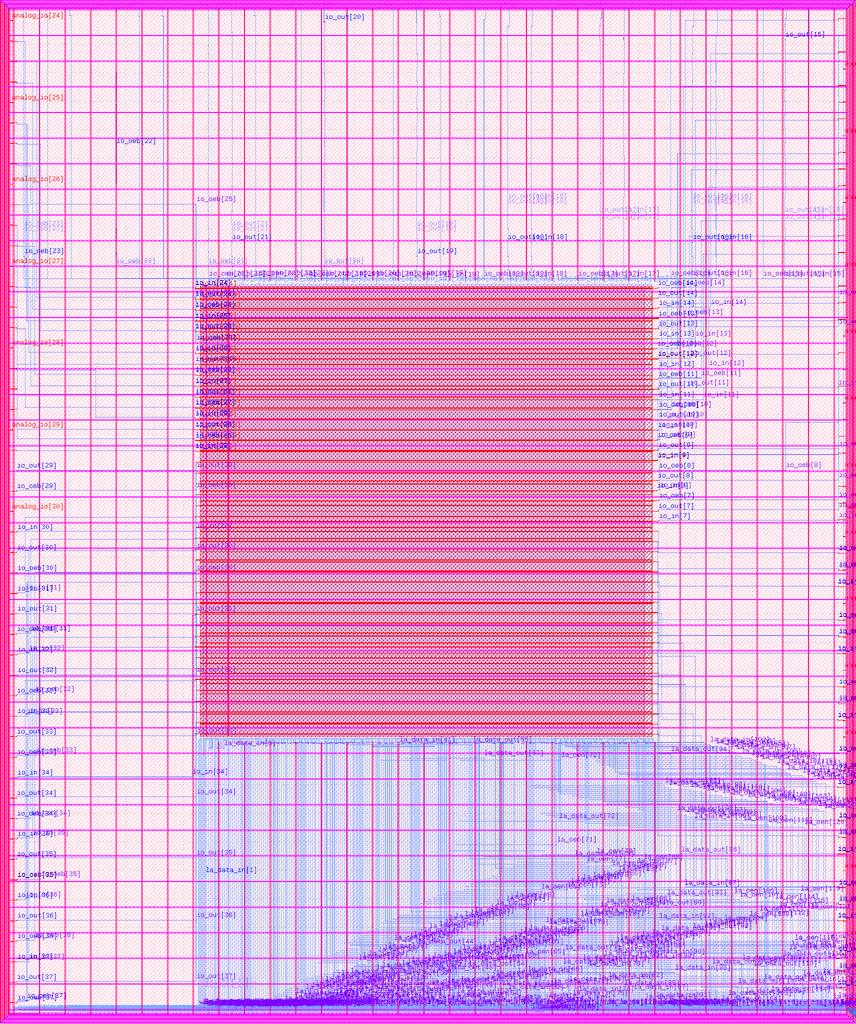
<source format=lef>
VERSION 5.7 ;
  NOWIREEXTENSIONATPIN ON ;
  DIVIDERCHAR "/" ;
  BUSBITCHARS "[]" ;
MACRO user_project_wrapper
  CLASS BLOCK ;
  FOREIGN user_project_wrapper ;
  ORIGIN 0.000 0.000 ;
  SIZE 2920.000 BY 3520.000 ;
  PIN analog_io[0]
    DIRECTION INOUT ;
    PORT
      LAYER met3 ;
        RECT 2917.600 28.980 2924.800 30.180 ;
    END
  END analog_io[0]
  PIN analog_io[10]
    DIRECTION INOUT ;
    PORT
      LAYER met3 ;
        RECT 2917.600 2374.980 2924.800 2376.180 ;
    END
  END analog_io[10]
  PIN analog_io[11]
    DIRECTION INOUT ;
    PORT
      LAYER met3 ;
        RECT 2917.600 2609.580 2924.800 2610.780 ;
    END
  END analog_io[11]
  PIN analog_io[12]
    DIRECTION INOUT ;
    PORT
      LAYER met3 ;
        RECT 2917.600 2844.180 2924.800 2845.380 ;
    END
  END analog_io[12]
  PIN analog_io[13]
    DIRECTION INOUT ;
    PORT
      LAYER met3 ;
        RECT 2917.600 3078.780 2924.800 3079.980 ;
    END
  END analog_io[13]
  PIN analog_io[14]
    DIRECTION INOUT ;
    PORT
      LAYER met3 ;
        RECT 2917.600 3313.380 2924.800 3314.580 ;
    END
  END analog_io[14]
  PIN analog_io[15]
    DIRECTION INOUT ;
    PORT
      LAYER met2 ;
        RECT 2879.090 3517.600 2879.650 3524.800 ;
    END
  END analog_io[15]
  PIN analog_io[16]
    DIRECTION INOUT ;
    PORT
      LAYER met2 ;
        RECT 2554.790 3517.600 2555.350 3524.800 ;
    END
  END analog_io[16]
  PIN analog_io[17]
    DIRECTION INOUT ;
    PORT
      LAYER met2 ;
        RECT 2230.490 3517.600 2231.050 3524.800 ;
    END
  END analog_io[17]
  PIN analog_io[18]
    DIRECTION INOUT ;
    PORT
      LAYER met2 ;
        RECT 1905.730 3517.600 1906.290 3524.800 ;
    END
  END analog_io[18]
  PIN analog_io[19]
    DIRECTION INOUT ;
    PORT
      LAYER met2 ;
        RECT 1581.430 3517.600 1581.990 3524.800 ;
    END
  END analog_io[19]
  PIN analog_io[1]
    DIRECTION INOUT ;
    PORT
      LAYER met3 ;
        RECT 2917.600 263.580 2924.800 264.780 ;
    END
  END analog_io[1]
  PIN analog_io[20]
    DIRECTION INOUT ;
    PORT
      LAYER met2 ;
        RECT 1257.130 3517.600 1257.690 3524.800 ;
    END
  END analog_io[20]
  PIN analog_io[21]
    DIRECTION INOUT ;
    PORT
      LAYER met2 ;
        RECT 932.370 3517.600 932.930 3524.800 ;
    END
  END analog_io[21]
  PIN analog_io[22]
    DIRECTION INOUT ;
    PORT
      LAYER met2 ;
        RECT 608.070 3517.600 608.630 3524.800 ;
    END
  END analog_io[22]
  PIN analog_io[23]
    DIRECTION INOUT ;
    PORT
      LAYER met2 ;
        RECT 283.770 3517.600 284.330 3524.800 ;
    END
  END analog_io[23]
  PIN analog_io[24]
    DIRECTION INOUT ;
    PORT
      LAYER met3 ;
        RECT -4.800 3482.700 2.400 3483.900 ;
    END
  END analog_io[24]
  PIN analog_io[25]
    DIRECTION INOUT ;
    PORT
      LAYER met3 ;
        RECT -4.800 3195.060 2.400 3196.260 ;
    END
  END analog_io[25]
  PIN analog_io[26]
    DIRECTION INOUT ;
    PORT
      LAYER met3 ;
        RECT -4.800 2908.100 2.400 2909.300 ;
    END
  END analog_io[26]
  PIN analog_io[27]
    DIRECTION INOUT ;
    PORT
      LAYER met3 ;
        RECT -4.800 2620.460 2.400 2621.660 ;
    END
  END analog_io[27]
  PIN analog_io[28]
    DIRECTION INOUT ;
    PORT
      LAYER met3 ;
        RECT -4.800 2333.500 2.400 2334.700 ;
    END
  END analog_io[28]
  PIN analog_io[29]
    DIRECTION INOUT ;
    PORT
      LAYER met3 ;
        RECT -4.800 2045.860 2.400 2047.060 ;
    END
  END analog_io[29]
  PIN analog_io[2]
    DIRECTION INOUT ;
    PORT
      LAYER met3 ;
        RECT 2917.600 498.180 2924.800 499.380 ;
    END
  END analog_io[2]
  PIN analog_io[30]
    DIRECTION INOUT ;
    PORT
      LAYER met3 ;
        RECT -4.800 1758.900 2.400 1760.100 ;
    END
  END analog_io[30]
  PIN analog_io[3]
    DIRECTION INOUT ;
    PORT
      LAYER met3 ;
        RECT 2917.600 732.780 2924.800 733.980 ;
    END
  END analog_io[3]
  PIN analog_io[4]
    DIRECTION INOUT ;
    PORT
      LAYER met3 ;
        RECT 2917.600 967.380 2924.800 968.580 ;
    END
  END analog_io[4]
  PIN analog_io[5]
    DIRECTION INOUT ;
    PORT
      LAYER met3 ;
        RECT 2917.600 1201.980 2924.800 1203.180 ;
    END
  END analog_io[5]
  PIN analog_io[6]
    DIRECTION INOUT ;
    PORT
      LAYER met3 ;
        RECT 2917.600 1436.580 2924.800 1437.780 ;
    END
  END analog_io[6]
  PIN analog_io[7]
    DIRECTION INOUT ;
    PORT
      LAYER met3 ;
        RECT 2917.600 1671.180 2924.800 1672.380 ;
    END
  END analog_io[7]
  PIN analog_io[8]
    DIRECTION INOUT ;
    PORT
      LAYER met3 ;
        RECT 2917.600 1905.780 2924.800 1906.980 ;
    END
  END analog_io[8]
  PIN analog_io[9]
    DIRECTION INOUT ;
    PORT
      LAYER met3 ;
        RECT 2917.600 2140.380 2924.800 2141.580 ;
    END
  END analog_io[9]
  PIN io_in[0]
    DIRECTION INPUT ;
    PORT
      LAYER met1 ;
        RECT 2269.710 972.980 2270.030 973.040 ;
        RECT 2418.290 972.980 2418.610 973.040 ;
        RECT 2269.710 972.840 2418.610 972.980 ;
        RECT 2269.710 972.780 2270.030 972.840 ;
        RECT 2418.290 972.780 2418.610 972.840 ;
        RECT 2418.290 89.660 2418.610 89.720 ;
        RECT 2898.990 89.660 2899.310 89.720 ;
        RECT 2418.290 89.520 2899.310 89.660 ;
        RECT 2418.290 89.460 2418.610 89.520 ;
        RECT 2898.990 89.460 2899.310 89.520 ;
      LAYER via ;
        RECT 2269.740 972.780 2270.000 973.040 ;
        RECT 2418.320 972.780 2418.580 973.040 ;
        RECT 2418.320 89.460 2418.580 89.720 ;
        RECT 2899.020 89.460 2899.280 89.720 ;
      LAYER met2 ;
        RECT 2269.730 977.995 2270.010 978.365 ;
        RECT 2269.800 973.070 2269.940 977.995 ;
        RECT 2269.740 972.750 2270.000 973.070 ;
        RECT 2418.320 972.750 2418.580 973.070 ;
        RECT 2418.380 89.750 2418.520 972.750 ;
        RECT 2418.320 89.430 2418.580 89.750 ;
        RECT 2899.020 89.430 2899.280 89.750 ;
        RECT 2899.080 88.245 2899.220 89.430 ;
        RECT 2899.010 87.875 2899.290 88.245 ;
      LAYER via2 ;
        RECT 2269.730 978.040 2270.010 978.320 ;
        RECT 2899.010 87.920 2899.290 88.200 ;
      LAYER met3 ;
        RECT 2269.705 978.330 2270.035 978.345 ;
        RECT 2250.780 978.320 2270.035 978.330 ;
        RECT 2247.465 978.030 2270.035 978.320 ;
        RECT 2247.465 977.720 2251.465 978.030 ;
        RECT 2269.705 978.015 2270.035 978.030 ;
        RECT 2898.985 88.210 2899.315 88.225 ;
        RECT 2917.600 88.210 2924.800 88.660 ;
        RECT 2898.985 87.910 2924.800 88.210 ;
        RECT 2898.985 87.895 2899.315 87.910 ;
        RECT 2917.600 87.460 2924.800 87.910 ;
    END
  END io_in[0]
  PIN io_in[10]
    DIRECTION INPUT ;
    PORT
      LAYER met1 ;
        RECT 2280.290 2429.200 2280.610 2429.260 ;
        RECT 2900.830 2429.200 2901.150 2429.260 ;
        RECT 2280.290 2429.060 2901.150 2429.200 ;
        RECT 2280.290 2429.000 2280.610 2429.060 ;
        RECT 2900.830 2429.000 2901.150 2429.060 ;
        RECT 2266.950 2047.040 2267.270 2047.100 ;
        RECT 2280.290 2047.040 2280.610 2047.100 ;
        RECT 2266.950 2046.900 2280.610 2047.040 ;
        RECT 2266.950 2046.840 2267.270 2046.900 ;
        RECT 2280.290 2046.840 2280.610 2046.900 ;
      LAYER via ;
        RECT 2280.320 2429.000 2280.580 2429.260 ;
        RECT 2900.860 2429.000 2901.120 2429.260 ;
        RECT 2266.980 2046.840 2267.240 2047.100 ;
        RECT 2280.320 2046.840 2280.580 2047.100 ;
      LAYER met2 ;
        RECT 2900.850 2433.875 2901.130 2434.245 ;
        RECT 2900.920 2429.290 2901.060 2433.875 ;
        RECT 2280.320 2428.970 2280.580 2429.290 ;
        RECT 2900.860 2428.970 2901.120 2429.290 ;
        RECT 2280.380 2047.130 2280.520 2428.970 ;
        RECT 2266.980 2046.810 2267.240 2047.130 ;
        RECT 2280.320 2046.810 2280.580 2047.130 ;
        RECT 2267.040 2045.965 2267.180 2046.810 ;
        RECT 2266.970 2045.595 2267.250 2045.965 ;
      LAYER via2 ;
        RECT 2900.850 2433.920 2901.130 2434.200 ;
        RECT 2266.970 2045.640 2267.250 2045.920 ;
      LAYER met3 ;
        RECT 2900.825 2434.210 2901.155 2434.225 ;
        RECT 2917.600 2434.210 2924.800 2434.660 ;
        RECT 2900.825 2433.910 2924.800 2434.210 ;
        RECT 2900.825 2433.895 2901.155 2433.910 ;
        RECT 2917.600 2433.460 2924.800 2433.910 ;
        RECT 2266.945 2045.930 2267.275 2045.945 ;
        RECT 2250.780 2045.920 2267.275 2045.930 ;
        RECT 2247.465 2045.630 2267.275 2045.920 ;
        RECT 2247.465 2045.320 2251.465 2045.630 ;
        RECT 2266.945 2045.615 2267.275 2045.630 ;
    END
  END io_in[10]
  PIN io_in[11]
    DIRECTION INPUT ;
    PORT
      LAYER met1 ;
        RECT 2425.190 2663.800 2425.510 2663.860 ;
        RECT 2900.830 2663.800 2901.150 2663.860 ;
        RECT 2425.190 2663.660 2901.150 2663.800 ;
        RECT 2425.190 2663.600 2425.510 2663.660 ;
        RECT 2900.830 2663.600 2901.150 2663.660 ;
        RECT 2269.710 2152.780 2270.030 2152.840 ;
        RECT 2425.190 2152.780 2425.510 2152.840 ;
        RECT 2269.710 2152.640 2425.510 2152.780 ;
        RECT 2269.710 2152.580 2270.030 2152.640 ;
        RECT 2425.190 2152.580 2425.510 2152.640 ;
      LAYER via ;
        RECT 2425.220 2663.600 2425.480 2663.860 ;
        RECT 2900.860 2663.600 2901.120 2663.860 ;
        RECT 2269.740 2152.580 2270.000 2152.840 ;
        RECT 2425.220 2152.580 2425.480 2152.840 ;
      LAYER met2 ;
        RECT 2900.850 2669.155 2901.130 2669.525 ;
        RECT 2900.920 2663.890 2901.060 2669.155 ;
        RECT 2425.220 2663.570 2425.480 2663.890 ;
        RECT 2900.860 2663.570 2901.120 2663.890 ;
        RECT 2425.280 2152.870 2425.420 2663.570 ;
        RECT 2269.740 2152.725 2270.000 2152.870 ;
        RECT 2269.730 2152.355 2270.010 2152.725 ;
        RECT 2425.220 2152.550 2425.480 2152.870 ;
      LAYER via2 ;
        RECT 2900.850 2669.200 2901.130 2669.480 ;
        RECT 2269.730 2152.400 2270.010 2152.680 ;
      LAYER met3 ;
        RECT 2900.825 2669.490 2901.155 2669.505 ;
        RECT 2917.600 2669.490 2924.800 2669.940 ;
        RECT 2900.825 2669.190 2924.800 2669.490 ;
        RECT 2900.825 2669.175 2901.155 2669.190 ;
        RECT 2917.600 2668.740 2924.800 2669.190 ;
        RECT 2269.705 2152.690 2270.035 2152.705 ;
        RECT 2250.780 2152.680 2270.035 2152.690 ;
        RECT 2247.465 2152.390 2270.035 2152.680 ;
        RECT 2247.465 2152.080 2251.465 2152.390 ;
        RECT 2269.705 2152.375 2270.035 2152.390 ;
    END
  END io_in[11]
  PIN io_in[12]
    DIRECTION INPUT ;
    PORT
      LAYER met1 ;
        RECT 2445.890 2898.400 2446.210 2898.460 ;
        RECT 2900.830 2898.400 2901.150 2898.460 ;
        RECT 2445.890 2898.260 2901.150 2898.400 ;
        RECT 2445.890 2898.200 2446.210 2898.260 ;
        RECT 2900.830 2898.200 2901.150 2898.260 ;
        RECT 2269.710 2262.940 2270.030 2263.000 ;
        RECT 2445.890 2262.940 2446.210 2263.000 ;
        RECT 2269.710 2262.800 2446.210 2262.940 ;
        RECT 2269.710 2262.740 2270.030 2262.800 ;
        RECT 2445.890 2262.740 2446.210 2262.800 ;
      LAYER via ;
        RECT 2445.920 2898.200 2446.180 2898.460 ;
        RECT 2900.860 2898.200 2901.120 2898.460 ;
        RECT 2269.740 2262.740 2270.000 2263.000 ;
        RECT 2445.920 2262.740 2446.180 2263.000 ;
      LAYER met2 ;
        RECT 2900.850 2903.755 2901.130 2904.125 ;
        RECT 2900.920 2898.490 2901.060 2903.755 ;
        RECT 2445.920 2898.170 2446.180 2898.490 ;
        RECT 2900.860 2898.170 2901.120 2898.490 ;
        RECT 2445.980 2263.030 2446.120 2898.170 ;
        RECT 2269.740 2262.710 2270.000 2263.030 ;
        RECT 2445.920 2262.710 2446.180 2263.030 ;
        RECT 2269.800 2259.485 2269.940 2262.710 ;
        RECT 2269.730 2259.115 2270.010 2259.485 ;
      LAYER via2 ;
        RECT 2900.850 2903.800 2901.130 2904.080 ;
        RECT 2269.730 2259.160 2270.010 2259.440 ;
      LAYER met3 ;
        RECT 2900.825 2904.090 2901.155 2904.105 ;
        RECT 2917.600 2904.090 2924.800 2904.540 ;
        RECT 2900.825 2903.790 2924.800 2904.090 ;
        RECT 2900.825 2903.775 2901.155 2903.790 ;
        RECT 2917.600 2903.340 2924.800 2903.790 ;
        RECT 2269.705 2259.450 2270.035 2259.465 ;
        RECT 2250.780 2259.440 2270.035 2259.450 ;
        RECT 2247.465 2259.150 2270.035 2259.440 ;
        RECT 2247.465 2258.840 2251.465 2259.150 ;
        RECT 2269.705 2259.135 2270.035 2259.150 ;
    END
  END io_in[12]
  PIN io_in[13]
    DIRECTION INPUT ;
    PORT
      LAYER met1 ;
        RECT 2397.590 3133.000 2397.910 3133.060 ;
        RECT 2900.830 3133.000 2901.150 3133.060 ;
        RECT 2397.590 3132.860 2901.150 3133.000 ;
        RECT 2397.590 3132.800 2397.910 3132.860 ;
        RECT 2900.830 3132.800 2901.150 3132.860 ;
        RECT 2269.710 2366.640 2270.030 2366.700 ;
        RECT 2397.590 2366.640 2397.910 2366.700 ;
        RECT 2269.710 2366.500 2397.910 2366.640 ;
        RECT 2269.710 2366.440 2270.030 2366.500 ;
        RECT 2397.590 2366.440 2397.910 2366.500 ;
      LAYER via ;
        RECT 2397.620 3132.800 2397.880 3133.060 ;
        RECT 2900.860 3132.800 2901.120 3133.060 ;
        RECT 2269.740 2366.440 2270.000 2366.700 ;
        RECT 2397.620 2366.440 2397.880 2366.700 ;
      LAYER met2 ;
        RECT 2900.850 3138.355 2901.130 3138.725 ;
        RECT 2900.920 3133.090 2901.060 3138.355 ;
        RECT 2397.620 3132.770 2397.880 3133.090 ;
        RECT 2900.860 3132.770 2901.120 3133.090 ;
        RECT 2397.680 2366.730 2397.820 3132.770 ;
        RECT 2269.740 2366.410 2270.000 2366.730 ;
        RECT 2397.620 2366.410 2397.880 2366.730 ;
        RECT 2269.800 2366.245 2269.940 2366.410 ;
        RECT 2269.730 2365.875 2270.010 2366.245 ;
      LAYER via2 ;
        RECT 2900.850 3138.400 2901.130 3138.680 ;
        RECT 2269.730 2365.920 2270.010 2366.200 ;
      LAYER met3 ;
        RECT 2900.825 3138.690 2901.155 3138.705 ;
        RECT 2917.600 3138.690 2924.800 3139.140 ;
        RECT 2900.825 3138.390 2924.800 3138.690 ;
        RECT 2900.825 3138.375 2901.155 3138.390 ;
        RECT 2917.600 3137.940 2924.800 3138.390 ;
        RECT 2269.705 2366.210 2270.035 2366.225 ;
        RECT 2250.780 2366.200 2270.035 2366.210 ;
        RECT 2247.465 2365.910 2270.035 2366.200 ;
        RECT 2247.465 2365.600 2251.465 2365.910 ;
        RECT 2269.705 2365.895 2270.035 2365.910 ;
    END
  END io_in[13]
  PIN io_in[14]
    DIRECTION INPUT ;
    PORT
      LAYER met1 ;
        RECT 2452.790 3367.600 2453.110 3367.660 ;
        RECT 2900.830 3367.600 2901.150 3367.660 ;
        RECT 2452.790 3367.460 2901.150 3367.600 ;
        RECT 2452.790 3367.400 2453.110 3367.460 ;
        RECT 2900.830 3367.400 2901.150 3367.460 ;
        RECT 2269.710 2477.140 2270.030 2477.200 ;
        RECT 2452.790 2477.140 2453.110 2477.200 ;
        RECT 2269.710 2477.000 2453.110 2477.140 ;
        RECT 2269.710 2476.940 2270.030 2477.000 ;
        RECT 2452.790 2476.940 2453.110 2477.000 ;
      LAYER via ;
        RECT 2452.820 3367.400 2453.080 3367.660 ;
        RECT 2900.860 3367.400 2901.120 3367.660 ;
        RECT 2269.740 2476.940 2270.000 2477.200 ;
        RECT 2452.820 2476.940 2453.080 2477.200 ;
      LAYER met2 ;
        RECT 2900.850 3372.955 2901.130 3373.325 ;
        RECT 2900.920 3367.690 2901.060 3372.955 ;
        RECT 2452.820 3367.370 2453.080 3367.690 ;
        RECT 2900.860 3367.370 2901.120 3367.690 ;
        RECT 2452.880 2477.230 2453.020 3367.370 ;
        RECT 2269.740 2476.910 2270.000 2477.230 ;
        RECT 2452.820 2476.910 2453.080 2477.230 ;
        RECT 2269.800 2473.005 2269.940 2476.910 ;
        RECT 2269.730 2472.635 2270.010 2473.005 ;
      LAYER via2 ;
        RECT 2900.850 3373.000 2901.130 3373.280 ;
        RECT 2269.730 2472.680 2270.010 2472.960 ;
      LAYER met3 ;
        RECT 2900.825 3373.290 2901.155 3373.305 ;
        RECT 2917.600 3373.290 2924.800 3373.740 ;
        RECT 2900.825 3372.990 2924.800 3373.290 ;
        RECT 2900.825 3372.975 2901.155 3372.990 ;
        RECT 2917.600 3372.540 2924.800 3372.990 ;
        RECT 2269.705 2472.970 2270.035 2472.985 ;
        RECT 2250.780 2472.960 2270.035 2472.970 ;
        RECT 2247.465 2472.670 2270.035 2472.960 ;
        RECT 2247.465 2472.360 2251.465 2472.670 ;
        RECT 2269.705 2472.655 2270.035 2472.670 ;
    END
  END io_in[14]
  PIN io_in[15]
    DIRECTION INPUT ;
    PORT
      LAYER li1 ;
        RECT 2796.485 3332.765 2796.655 3415.555 ;
        RECT 2795.565 3008.405 2795.735 3042.915 ;
        RECT 2796.485 2946.525 2796.655 2994.635 ;
        RECT 2795.105 2753.065 2795.275 2801.175 ;
      LAYER mcon ;
        RECT 2796.485 3415.385 2796.655 3415.555 ;
        RECT 2795.565 3042.745 2795.735 3042.915 ;
        RECT 2796.485 2994.465 2796.655 2994.635 ;
        RECT 2795.105 2801.005 2795.275 2801.175 ;
      LAYER met1 ;
        RECT 2794.570 3422.340 2794.890 3422.400 ;
        RECT 2798.250 3422.340 2798.570 3422.400 ;
        RECT 2794.570 3422.200 2798.570 3422.340 ;
        RECT 2794.570 3422.140 2794.890 3422.200 ;
        RECT 2798.250 3422.140 2798.570 3422.200 ;
        RECT 2794.570 3415.540 2794.890 3415.600 ;
        RECT 2796.425 3415.540 2796.715 3415.585 ;
        RECT 2794.570 3415.400 2796.715 3415.540 ;
        RECT 2794.570 3415.340 2794.890 3415.400 ;
        RECT 2796.425 3415.355 2796.715 3415.400 ;
        RECT 2796.425 3332.920 2796.715 3332.965 ;
        RECT 2796.870 3332.920 2797.190 3332.980 ;
        RECT 2796.425 3332.780 2797.190 3332.920 ;
        RECT 2796.425 3332.735 2796.715 3332.780 ;
        RECT 2796.870 3332.720 2797.190 3332.780 ;
        RECT 2795.490 3236.360 2795.810 3236.420 ;
        RECT 2795.950 3236.360 2796.270 3236.420 ;
        RECT 2795.490 3236.220 2796.270 3236.360 ;
        RECT 2795.490 3236.160 2795.810 3236.220 ;
        RECT 2795.950 3236.160 2796.270 3236.220 ;
        RECT 2795.490 3202.020 2795.810 3202.080 ;
        RECT 2795.950 3202.020 2796.270 3202.080 ;
        RECT 2795.490 3201.880 2796.270 3202.020 ;
        RECT 2795.490 3201.820 2795.810 3201.880 ;
        RECT 2795.950 3201.820 2796.270 3201.880 ;
        RECT 2795.030 3153.400 2795.350 3153.460 ;
        RECT 2795.950 3153.400 2796.270 3153.460 ;
        RECT 2795.030 3153.260 2796.270 3153.400 ;
        RECT 2795.030 3153.200 2795.350 3153.260 ;
        RECT 2795.950 3153.200 2796.270 3153.260 ;
        RECT 2795.030 3056.840 2795.350 3056.900 ;
        RECT 2795.950 3056.840 2796.270 3056.900 ;
        RECT 2795.030 3056.700 2796.270 3056.840 ;
        RECT 2795.030 3056.640 2795.350 3056.700 ;
        RECT 2795.950 3056.640 2796.270 3056.700 ;
        RECT 2795.490 3042.900 2795.810 3042.960 ;
        RECT 2795.295 3042.760 2795.810 3042.900 ;
        RECT 2795.490 3042.700 2795.810 3042.760 ;
        RECT 2795.505 3008.560 2795.795 3008.605 ;
        RECT 2796.410 3008.560 2796.730 3008.620 ;
        RECT 2795.505 3008.420 2796.730 3008.560 ;
        RECT 2795.505 3008.375 2795.795 3008.420 ;
        RECT 2796.410 3008.360 2796.730 3008.420 ;
        RECT 2796.410 2994.620 2796.730 2994.680 ;
        RECT 2796.215 2994.480 2796.730 2994.620 ;
        RECT 2796.410 2994.420 2796.730 2994.480 ;
        RECT 2796.425 2946.680 2796.715 2946.725 ;
        RECT 2796.870 2946.680 2797.190 2946.740 ;
        RECT 2796.425 2946.540 2797.190 2946.680 ;
        RECT 2796.425 2946.495 2796.715 2946.540 ;
        RECT 2796.870 2946.480 2797.190 2946.540 ;
        RECT 2796.870 2912.340 2797.190 2912.400 ;
        RECT 2796.500 2912.200 2797.190 2912.340 ;
        RECT 2796.500 2911.720 2796.640 2912.200 ;
        RECT 2796.870 2912.140 2797.190 2912.200 ;
        RECT 2796.410 2911.460 2796.730 2911.720 ;
        RECT 2795.030 2815.580 2795.350 2815.840 ;
        RECT 2795.120 2815.160 2795.260 2815.580 ;
        RECT 2795.030 2814.900 2795.350 2815.160 ;
        RECT 2795.030 2801.160 2795.350 2801.220 ;
        RECT 2794.835 2801.020 2795.350 2801.160 ;
        RECT 2795.030 2800.960 2795.350 2801.020 ;
        RECT 2795.045 2753.220 2795.335 2753.265 ;
        RECT 2795.950 2753.220 2796.270 2753.280 ;
        RECT 2795.045 2753.080 2796.270 2753.220 ;
        RECT 2795.045 2753.035 2795.335 2753.080 ;
        RECT 2795.950 2753.020 2796.270 2753.080 ;
        RECT 2795.030 2718.200 2795.350 2718.260 ;
        RECT 2795.950 2718.200 2796.270 2718.260 ;
        RECT 2795.030 2718.060 2796.270 2718.200 ;
        RECT 2795.030 2718.000 2795.350 2718.060 ;
        RECT 2795.950 2718.000 2796.270 2718.060 ;
        RECT 2221.870 2577.100 2222.190 2577.160 ;
        RECT 2795.950 2577.100 2796.270 2577.160 ;
        RECT 2221.870 2576.960 2796.270 2577.100 ;
        RECT 2221.870 2576.900 2222.190 2576.960 ;
        RECT 2795.950 2576.900 2796.270 2576.960 ;
      LAYER via ;
        RECT 2794.600 3422.140 2794.860 3422.400 ;
        RECT 2798.280 3422.140 2798.540 3422.400 ;
        RECT 2794.600 3415.340 2794.860 3415.600 ;
        RECT 2796.900 3332.720 2797.160 3332.980 ;
        RECT 2795.520 3236.160 2795.780 3236.420 ;
        RECT 2795.980 3236.160 2796.240 3236.420 ;
        RECT 2795.520 3201.820 2795.780 3202.080 ;
        RECT 2795.980 3201.820 2796.240 3202.080 ;
        RECT 2795.060 3153.200 2795.320 3153.460 ;
        RECT 2795.980 3153.200 2796.240 3153.460 ;
        RECT 2795.060 3056.640 2795.320 3056.900 ;
        RECT 2795.980 3056.640 2796.240 3056.900 ;
        RECT 2795.520 3042.700 2795.780 3042.960 ;
        RECT 2796.440 3008.360 2796.700 3008.620 ;
        RECT 2796.440 2994.420 2796.700 2994.680 ;
        RECT 2796.900 2946.480 2797.160 2946.740 ;
        RECT 2796.900 2912.140 2797.160 2912.400 ;
        RECT 2796.440 2911.460 2796.700 2911.720 ;
        RECT 2795.060 2815.580 2795.320 2815.840 ;
        RECT 2795.060 2814.900 2795.320 2815.160 ;
        RECT 2795.060 2800.960 2795.320 2801.220 ;
        RECT 2795.980 2753.020 2796.240 2753.280 ;
        RECT 2795.060 2718.000 2795.320 2718.260 ;
        RECT 2795.980 2718.000 2796.240 2718.260 ;
        RECT 2221.900 2576.900 2222.160 2577.160 ;
        RECT 2795.980 2576.900 2796.240 2577.160 ;
      LAYER met2 ;
        RECT 2798.130 3517.600 2798.690 3524.800 ;
        RECT 2798.340 3422.430 2798.480 3517.600 ;
        RECT 2794.600 3422.110 2794.860 3422.430 ;
        RECT 2798.280 3422.110 2798.540 3422.430 ;
        RECT 2794.660 3415.630 2794.800 3422.110 ;
        RECT 2794.600 3415.310 2794.860 3415.630 ;
        RECT 2796.900 3332.690 2797.160 3333.010 ;
        RECT 2796.960 3298.410 2797.100 3332.690 ;
        RECT 2796.040 3298.270 2797.100 3298.410 ;
        RECT 2796.040 3236.450 2796.180 3298.270 ;
        RECT 2795.520 3236.130 2795.780 3236.450 ;
        RECT 2795.980 3236.130 2796.240 3236.450 ;
        RECT 2795.580 3202.110 2795.720 3236.130 ;
        RECT 2795.520 3201.790 2795.780 3202.110 ;
        RECT 2795.980 3201.790 2796.240 3202.110 ;
        RECT 2796.040 3153.490 2796.180 3201.790 ;
        RECT 2795.060 3153.170 2795.320 3153.490 ;
        RECT 2795.980 3153.170 2796.240 3153.490 ;
        RECT 2795.120 3152.890 2795.260 3153.170 ;
        RECT 2795.120 3152.750 2795.720 3152.890 ;
        RECT 2795.580 3105.290 2795.720 3152.750 ;
        RECT 2795.580 3105.150 2796.180 3105.290 ;
        RECT 2796.040 3056.930 2796.180 3105.150 ;
        RECT 2795.060 3056.610 2795.320 3056.930 ;
        RECT 2795.980 3056.610 2796.240 3056.930 ;
        RECT 2795.120 3056.330 2795.260 3056.610 ;
        RECT 2795.120 3056.190 2795.720 3056.330 ;
        RECT 2795.580 3042.990 2795.720 3056.190 ;
        RECT 2795.520 3042.670 2795.780 3042.990 ;
        RECT 2796.440 3008.330 2796.700 3008.650 ;
        RECT 2796.500 2994.710 2796.640 3008.330 ;
        RECT 2796.440 2994.390 2796.700 2994.710 ;
        RECT 2796.900 2946.450 2797.160 2946.770 ;
        RECT 2796.960 2912.430 2797.100 2946.450 ;
        RECT 2796.900 2912.110 2797.160 2912.430 ;
        RECT 2796.440 2911.430 2796.700 2911.750 ;
        RECT 2796.500 2863.210 2796.640 2911.430 ;
        RECT 2795.580 2863.070 2796.640 2863.210 ;
        RECT 2795.580 2849.610 2795.720 2863.070 ;
        RECT 2795.120 2849.470 2795.720 2849.610 ;
        RECT 2795.120 2815.870 2795.260 2849.470 ;
        RECT 2795.060 2815.550 2795.320 2815.870 ;
        RECT 2795.060 2814.870 2795.320 2815.190 ;
        RECT 2795.120 2801.250 2795.260 2814.870 ;
        RECT 2795.060 2800.930 2795.320 2801.250 ;
        RECT 2795.980 2752.990 2796.240 2753.310 ;
        RECT 2796.040 2718.290 2796.180 2752.990 ;
        RECT 2795.060 2717.970 2795.320 2718.290 ;
        RECT 2795.980 2717.970 2796.240 2718.290 ;
        RECT 2795.120 2670.090 2795.260 2717.970 ;
        RECT 2795.120 2669.950 2795.720 2670.090 ;
        RECT 2795.580 2622.490 2795.720 2669.950 ;
        RECT 2795.580 2622.350 2796.180 2622.490 ;
        RECT 2796.040 2577.190 2796.180 2622.350 ;
        RECT 2221.900 2576.870 2222.160 2577.190 ;
        RECT 2795.980 2576.870 2796.240 2577.190 ;
        RECT 2221.960 2562.185 2222.100 2576.870 ;
        RECT 2221.790 2561.900 2222.100 2562.185 ;
        RECT 2221.790 2558.185 2222.070 2561.900 ;
    END
  END io_in[15]
  PIN io_in[16]
    DIRECTION INPUT ;
    PORT
      LAYER li1 ;
        RECT 2470.345 3332.765 2470.515 3380.875 ;
        RECT 2470.805 2815.285 2470.975 2849.455 ;
      LAYER mcon ;
        RECT 2470.345 3380.705 2470.515 3380.875 ;
        RECT 2470.805 2849.285 2470.975 2849.455 ;
      LAYER met1 ;
        RECT 2471.190 3429.480 2471.510 3429.540 ;
        RECT 2474.410 3429.480 2474.730 3429.540 ;
        RECT 2471.190 3429.340 2474.730 3429.480 ;
        RECT 2471.190 3429.280 2471.510 3429.340 ;
        RECT 2474.410 3429.280 2474.730 3429.340 ;
        RECT 2470.270 3380.860 2470.590 3380.920 ;
        RECT 2470.075 3380.720 2470.590 3380.860 ;
        RECT 2470.270 3380.660 2470.590 3380.720 ;
        RECT 2470.285 3332.920 2470.575 3332.965 ;
        RECT 2470.730 3332.920 2471.050 3332.980 ;
        RECT 2470.285 3332.780 2471.050 3332.920 ;
        RECT 2470.285 3332.735 2470.575 3332.780 ;
        RECT 2470.730 3332.720 2471.050 3332.780 ;
        RECT 2470.270 3270.700 2470.590 3270.760 ;
        RECT 2471.190 3270.700 2471.510 3270.760 ;
        RECT 2470.270 3270.560 2471.510 3270.700 ;
        RECT 2470.270 3270.500 2470.590 3270.560 ;
        RECT 2471.190 3270.500 2471.510 3270.560 ;
        RECT 2470.270 3174.140 2470.590 3174.200 ;
        RECT 2471.190 3174.140 2471.510 3174.200 ;
        RECT 2470.270 3174.000 2471.510 3174.140 ;
        RECT 2470.270 3173.940 2470.590 3174.000 ;
        RECT 2471.190 3173.940 2471.510 3174.000 ;
        RECT 2470.270 3077.580 2470.590 3077.640 ;
        RECT 2471.190 3077.580 2471.510 3077.640 ;
        RECT 2470.270 3077.440 2471.510 3077.580 ;
        RECT 2470.270 3077.380 2470.590 3077.440 ;
        RECT 2471.190 3077.380 2471.510 3077.440 ;
        RECT 2470.270 2981.020 2470.590 2981.080 ;
        RECT 2471.190 2981.020 2471.510 2981.080 ;
        RECT 2470.270 2980.880 2471.510 2981.020 ;
        RECT 2470.270 2980.820 2470.590 2980.880 ;
        RECT 2471.190 2980.820 2471.510 2980.880 ;
        RECT 2469.350 2946.340 2469.670 2946.400 ;
        RECT 2470.730 2946.340 2471.050 2946.400 ;
        RECT 2469.350 2946.200 2471.050 2946.340 ;
        RECT 2469.350 2946.140 2469.670 2946.200 ;
        RECT 2470.730 2946.140 2471.050 2946.200 ;
        RECT 2470.730 2849.440 2471.050 2849.500 ;
        RECT 2470.535 2849.300 2471.050 2849.440 ;
        RECT 2470.730 2849.240 2471.050 2849.300 ;
        RECT 2470.745 2815.440 2471.035 2815.485 ;
        RECT 2471.650 2815.440 2471.970 2815.500 ;
        RECT 2470.745 2815.300 2471.970 2815.440 ;
        RECT 2470.745 2815.255 2471.035 2815.300 ;
        RECT 2471.650 2815.240 2471.970 2815.300 ;
        RECT 2470.730 2753.220 2471.050 2753.280 ;
        RECT 2472.110 2753.220 2472.430 2753.280 ;
        RECT 2470.730 2753.080 2472.430 2753.220 ;
        RECT 2470.730 2753.020 2471.050 2753.080 ;
        RECT 2472.110 2753.020 2472.430 2753.080 ;
        RECT 2472.110 2719.220 2472.430 2719.280 ;
        RECT 2471.740 2719.080 2472.430 2719.220 ;
        RECT 2471.740 2718.600 2471.880 2719.080 ;
        RECT 2472.110 2719.020 2472.430 2719.080 ;
        RECT 2471.650 2718.340 2471.970 2718.600 ;
        RECT 2470.730 2656.660 2471.050 2656.720 ;
        RECT 2472.110 2656.660 2472.430 2656.720 ;
        RECT 2470.730 2656.520 2472.430 2656.660 ;
        RECT 2470.730 2656.460 2471.050 2656.520 ;
        RECT 2472.110 2656.460 2472.430 2656.520 ;
        RECT 2471.190 2608.380 2471.510 2608.440 ;
        RECT 2472.110 2608.380 2472.430 2608.440 ;
        RECT 2471.190 2608.240 2472.430 2608.380 ;
        RECT 2471.190 2608.180 2471.510 2608.240 ;
        RECT 2472.110 2608.180 2472.430 2608.240 ;
        RECT 2045.230 2578.120 2045.550 2578.180 ;
        RECT 2471.190 2578.120 2471.510 2578.180 ;
        RECT 2045.230 2577.980 2471.510 2578.120 ;
        RECT 2045.230 2577.920 2045.550 2577.980 ;
        RECT 2471.190 2577.920 2471.510 2577.980 ;
      LAYER via ;
        RECT 2471.220 3429.280 2471.480 3429.540 ;
        RECT 2474.440 3429.280 2474.700 3429.540 ;
        RECT 2470.300 3380.660 2470.560 3380.920 ;
        RECT 2470.760 3332.720 2471.020 3332.980 ;
        RECT 2470.300 3270.500 2470.560 3270.760 ;
        RECT 2471.220 3270.500 2471.480 3270.760 ;
        RECT 2470.300 3173.940 2470.560 3174.200 ;
        RECT 2471.220 3173.940 2471.480 3174.200 ;
        RECT 2470.300 3077.380 2470.560 3077.640 ;
        RECT 2471.220 3077.380 2471.480 3077.640 ;
        RECT 2470.300 2980.820 2470.560 2981.080 ;
        RECT 2471.220 2980.820 2471.480 2981.080 ;
        RECT 2469.380 2946.140 2469.640 2946.400 ;
        RECT 2470.760 2946.140 2471.020 2946.400 ;
        RECT 2470.760 2849.240 2471.020 2849.500 ;
        RECT 2471.680 2815.240 2471.940 2815.500 ;
        RECT 2470.760 2753.020 2471.020 2753.280 ;
        RECT 2472.140 2753.020 2472.400 2753.280 ;
        RECT 2472.140 2719.020 2472.400 2719.280 ;
        RECT 2471.680 2718.340 2471.940 2718.600 ;
        RECT 2470.760 2656.460 2471.020 2656.720 ;
        RECT 2472.140 2656.460 2472.400 2656.720 ;
        RECT 2471.220 2608.180 2471.480 2608.440 ;
        RECT 2472.140 2608.180 2472.400 2608.440 ;
        RECT 2045.260 2577.920 2045.520 2578.180 ;
        RECT 2471.220 2577.920 2471.480 2578.180 ;
      LAYER met2 ;
        RECT 2473.830 3517.600 2474.390 3524.800 ;
        RECT 2474.040 3517.370 2474.180 3517.600 ;
        RECT 2474.040 3517.230 2474.640 3517.370 ;
        RECT 2474.500 3429.570 2474.640 3517.230 ;
        RECT 2471.220 3429.250 2471.480 3429.570 ;
        RECT 2474.440 3429.250 2474.700 3429.570 ;
        RECT 2471.280 3394.970 2471.420 3429.250 ;
        RECT 2470.360 3394.830 2471.420 3394.970 ;
        RECT 2470.360 3380.950 2470.500 3394.830 ;
        RECT 2470.300 3380.630 2470.560 3380.950 ;
        RECT 2470.760 3332.690 2471.020 3333.010 ;
        RECT 2470.820 3298.410 2470.960 3332.690 ;
        RECT 2470.820 3298.270 2471.420 3298.410 ;
        RECT 2471.280 3270.790 2471.420 3298.270 ;
        RECT 2470.300 3270.470 2470.560 3270.790 ;
        RECT 2471.220 3270.470 2471.480 3270.790 ;
        RECT 2470.360 3222.250 2470.500 3270.470 ;
        RECT 2470.360 3222.110 2471.420 3222.250 ;
        RECT 2471.280 3174.230 2471.420 3222.110 ;
        RECT 2470.300 3173.910 2470.560 3174.230 ;
        RECT 2471.220 3173.910 2471.480 3174.230 ;
        RECT 2470.360 3125.690 2470.500 3173.910 ;
        RECT 2470.360 3125.550 2471.420 3125.690 ;
        RECT 2471.280 3077.670 2471.420 3125.550 ;
        RECT 2470.300 3077.350 2470.560 3077.670 ;
        RECT 2471.220 3077.350 2471.480 3077.670 ;
        RECT 2470.360 3029.130 2470.500 3077.350 ;
        RECT 2470.360 3028.990 2471.420 3029.130 ;
        RECT 2471.280 2981.110 2471.420 3028.990 ;
        RECT 2470.300 2980.850 2470.560 2981.110 ;
        RECT 2470.300 2980.790 2470.960 2980.850 ;
        RECT 2471.220 2980.790 2471.480 2981.110 ;
        RECT 2470.360 2980.710 2470.960 2980.790 ;
        RECT 2470.820 2980.170 2470.960 2980.710 ;
        RECT 2470.820 2980.030 2471.420 2980.170 ;
        RECT 2471.280 2959.770 2471.420 2980.030 ;
        RECT 2470.820 2959.630 2471.420 2959.770 ;
        RECT 2470.820 2946.430 2470.960 2959.630 ;
        RECT 2469.380 2946.110 2469.640 2946.430 ;
        RECT 2470.760 2946.110 2471.020 2946.430 ;
        RECT 2469.440 2898.685 2469.580 2946.110 ;
        RECT 2469.370 2898.315 2469.650 2898.685 ;
        RECT 2470.290 2898.315 2470.570 2898.685 ;
        RECT 2470.360 2863.210 2470.500 2898.315 ;
        RECT 2470.360 2863.070 2470.960 2863.210 ;
        RECT 2470.820 2849.530 2470.960 2863.070 ;
        RECT 2470.760 2849.210 2471.020 2849.530 ;
        RECT 2471.680 2815.210 2471.940 2815.530 ;
        RECT 2471.740 2801.445 2471.880 2815.210 ;
        RECT 2470.750 2801.075 2471.030 2801.445 ;
        RECT 2471.670 2801.075 2471.950 2801.445 ;
        RECT 2470.820 2753.310 2470.960 2801.075 ;
        RECT 2470.760 2752.990 2471.020 2753.310 ;
        RECT 2472.140 2752.990 2472.400 2753.310 ;
        RECT 2472.200 2719.310 2472.340 2752.990 ;
        RECT 2472.140 2718.990 2472.400 2719.310 ;
        RECT 2471.680 2718.310 2471.940 2718.630 ;
        RECT 2471.740 2704.885 2471.880 2718.310 ;
        RECT 2470.750 2704.515 2471.030 2704.885 ;
        RECT 2471.670 2704.515 2471.950 2704.885 ;
        RECT 2470.820 2656.750 2470.960 2704.515 ;
        RECT 2470.760 2656.430 2471.020 2656.750 ;
        RECT 2472.140 2656.430 2472.400 2656.750 ;
        RECT 2472.200 2608.470 2472.340 2656.430 ;
        RECT 2471.220 2608.150 2471.480 2608.470 ;
        RECT 2472.140 2608.150 2472.400 2608.470 ;
        RECT 2471.280 2578.210 2471.420 2608.150 ;
        RECT 2045.260 2577.890 2045.520 2578.210 ;
        RECT 2471.220 2577.890 2471.480 2578.210 ;
        RECT 2045.320 2562.185 2045.460 2577.890 ;
        RECT 2045.150 2561.900 2045.460 2562.185 ;
        RECT 2045.150 2558.185 2045.430 2561.900 ;
      LAYER via2 ;
        RECT 2469.370 2898.360 2469.650 2898.640 ;
        RECT 2470.290 2898.360 2470.570 2898.640 ;
        RECT 2470.750 2801.120 2471.030 2801.400 ;
        RECT 2471.670 2801.120 2471.950 2801.400 ;
        RECT 2470.750 2704.560 2471.030 2704.840 ;
        RECT 2471.670 2704.560 2471.950 2704.840 ;
      LAYER met3 ;
        RECT 2469.345 2898.650 2469.675 2898.665 ;
        RECT 2470.265 2898.650 2470.595 2898.665 ;
        RECT 2469.345 2898.350 2470.595 2898.650 ;
        RECT 2469.345 2898.335 2469.675 2898.350 ;
        RECT 2470.265 2898.335 2470.595 2898.350 ;
        RECT 2470.725 2801.410 2471.055 2801.425 ;
        RECT 2471.645 2801.410 2471.975 2801.425 ;
        RECT 2470.725 2801.110 2471.975 2801.410 ;
        RECT 2470.725 2801.095 2471.055 2801.110 ;
        RECT 2471.645 2801.095 2471.975 2801.110 ;
        RECT 2470.725 2704.850 2471.055 2704.865 ;
        RECT 2471.645 2704.850 2471.975 2704.865 ;
        RECT 2470.725 2704.550 2471.975 2704.850 ;
        RECT 2470.725 2704.535 2471.055 2704.550 ;
        RECT 2471.645 2704.535 2471.975 2704.550 ;
    END
  END io_in[16]
  PIN io_in[17]
    DIRECTION INPUT ;
    PORT
      LAYER li1 ;
        RECT 2147.885 3332.765 2148.055 3415.555 ;
        RECT 2146.965 3008.405 2147.135 3042.915 ;
        RECT 2147.885 2946.525 2148.055 2994.635 ;
        RECT 2146.505 2753.065 2146.675 2801.175 ;
      LAYER mcon ;
        RECT 2147.885 3415.385 2148.055 3415.555 ;
        RECT 2146.965 3042.745 2147.135 3042.915 ;
        RECT 2147.885 2994.465 2148.055 2994.635 ;
        RECT 2146.505 2801.005 2146.675 2801.175 ;
      LAYER met1 ;
        RECT 2145.970 3422.340 2146.290 3422.400 ;
        RECT 2149.190 3422.340 2149.510 3422.400 ;
        RECT 2145.970 3422.200 2149.510 3422.340 ;
        RECT 2145.970 3422.140 2146.290 3422.200 ;
        RECT 2149.190 3422.140 2149.510 3422.200 ;
        RECT 2145.970 3415.540 2146.290 3415.600 ;
        RECT 2147.825 3415.540 2148.115 3415.585 ;
        RECT 2145.970 3415.400 2148.115 3415.540 ;
        RECT 2145.970 3415.340 2146.290 3415.400 ;
        RECT 2147.825 3415.355 2148.115 3415.400 ;
        RECT 2147.825 3332.920 2148.115 3332.965 ;
        RECT 2148.270 3332.920 2148.590 3332.980 ;
        RECT 2147.825 3332.780 2148.590 3332.920 ;
        RECT 2147.825 3332.735 2148.115 3332.780 ;
        RECT 2148.270 3332.720 2148.590 3332.780 ;
        RECT 2146.890 3236.360 2147.210 3236.420 ;
        RECT 2147.350 3236.360 2147.670 3236.420 ;
        RECT 2146.890 3236.220 2147.670 3236.360 ;
        RECT 2146.890 3236.160 2147.210 3236.220 ;
        RECT 2147.350 3236.160 2147.670 3236.220 ;
        RECT 2146.890 3202.020 2147.210 3202.080 ;
        RECT 2147.350 3202.020 2147.670 3202.080 ;
        RECT 2146.890 3201.880 2147.670 3202.020 ;
        RECT 2146.890 3201.820 2147.210 3201.880 ;
        RECT 2147.350 3201.820 2147.670 3201.880 ;
        RECT 2146.430 3153.400 2146.750 3153.460 ;
        RECT 2147.350 3153.400 2147.670 3153.460 ;
        RECT 2146.430 3153.260 2147.670 3153.400 ;
        RECT 2146.430 3153.200 2146.750 3153.260 ;
        RECT 2147.350 3153.200 2147.670 3153.260 ;
        RECT 2146.430 3056.840 2146.750 3056.900 ;
        RECT 2147.350 3056.840 2147.670 3056.900 ;
        RECT 2146.430 3056.700 2147.670 3056.840 ;
        RECT 2146.430 3056.640 2146.750 3056.700 ;
        RECT 2147.350 3056.640 2147.670 3056.700 ;
        RECT 2146.890 3042.900 2147.210 3042.960 ;
        RECT 2146.695 3042.760 2147.210 3042.900 ;
        RECT 2146.890 3042.700 2147.210 3042.760 ;
        RECT 2146.905 3008.560 2147.195 3008.605 ;
        RECT 2147.810 3008.560 2148.130 3008.620 ;
        RECT 2146.905 3008.420 2148.130 3008.560 ;
        RECT 2146.905 3008.375 2147.195 3008.420 ;
        RECT 2147.810 3008.360 2148.130 3008.420 ;
        RECT 2147.810 2994.620 2148.130 2994.680 ;
        RECT 2147.615 2994.480 2148.130 2994.620 ;
        RECT 2147.810 2994.420 2148.130 2994.480 ;
        RECT 2147.825 2946.680 2148.115 2946.725 ;
        RECT 2148.270 2946.680 2148.590 2946.740 ;
        RECT 2147.825 2946.540 2148.590 2946.680 ;
        RECT 2147.825 2946.495 2148.115 2946.540 ;
        RECT 2148.270 2946.480 2148.590 2946.540 ;
        RECT 2148.270 2912.340 2148.590 2912.400 ;
        RECT 2147.900 2912.200 2148.590 2912.340 ;
        RECT 2147.900 2911.720 2148.040 2912.200 ;
        RECT 2148.270 2912.140 2148.590 2912.200 ;
        RECT 2147.810 2911.460 2148.130 2911.720 ;
        RECT 2146.430 2815.580 2146.750 2815.840 ;
        RECT 2146.520 2815.160 2146.660 2815.580 ;
        RECT 2146.430 2814.900 2146.750 2815.160 ;
        RECT 2146.430 2801.160 2146.750 2801.220 ;
        RECT 2146.235 2801.020 2146.750 2801.160 ;
        RECT 2146.430 2800.960 2146.750 2801.020 ;
        RECT 2146.445 2753.220 2146.735 2753.265 ;
        RECT 2147.350 2753.220 2147.670 2753.280 ;
        RECT 2146.445 2753.080 2147.670 2753.220 ;
        RECT 2146.445 2753.035 2146.735 2753.080 ;
        RECT 2147.350 2753.020 2147.670 2753.080 ;
        RECT 2146.430 2718.200 2146.750 2718.260 ;
        RECT 2147.350 2718.200 2147.670 2718.260 ;
        RECT 2146.430 2718.060 2147.670 2718.200 ;
        RECT 2146.430 2718.000 2146.750 2718.060 ;
        RECT 2147.350 2718.000 2147.670 2718.060 ;
        RECT 1868.130 2577.100 1868.450 2577.160 ;
        RECT 2147.350 2577.100 2147.670 2577.160 ;
        RECT 1868.130 2576.960 2147.670 2577.100 ;
        RECT 1868.130 2576.900 1868.450 2576.960 ;
        RECT 2147.350 2576.900 2147.670 2576.960 ;
      LAYER via ;
        RECT 2146.000 3422.140 2146.260 3422.400 ;
        RECT 2149.220 3422.140 2149.480 3422.400 ;
        RECT 2146.000 3415.340 2146.260 3415.600 ;
        RECT 2148.300 3332.720 2148.560 3332.980 ;
        RECT 2146.920 3236.160 2147.180 3236.420 ;
        RECT 2147.380 3236.160 2147.640 3236.420 ;
        RECT 2146.920 3201.820 2147.180 3202.080 ;
        RECT 2147.380 3201.820 2147.640 3202.080 ;
        RECT 2146.460 3153.200 2146.720 3153.460 ;
        RECT 2147.380 3153.200 2147.640 3153.460 ;
        RECT 2146.460 3056.640 2146.720 3056.900 ;
        RECT 2147.380 3056.640 2147.640 3056.900 ;
        RECT 2146.920 3042.700 2147.180 3042.960 ;
        RECT 2147.840 3008.360 2148.100 3008.620 ;
        RECT 2147.840 2994.420 2148.100 2994.680 ;
        RECT 2148.300 2946.480 2148.560 2946.740 ;
        RECT 2148.300 2912.140 2148.560 2912.400 ;
        RECT 2147.840 2911.460 2148.100 2911.720 ;
        RECT 2146.460 2815.580 2146.720 2815.840 ;
        RECT 2146.460 2814.900 2146.720 2815.160 ;
        RECT 2146.460 2800.960 2146.720 2801.220 ;
        RECT 2147.380 2753.020 2147.640 2753.280 ;
        RECT 2146.460 2718.000 2146.720 2718.260 ;
        RECT 2147.380 2718.000 2147.640 2718.260 ;
        RECT 1868.160 2576.900 1868.420 2577.160 ;
        RECT 2147.380 2576.900 2147.640 2577.160 ;
      LAYER met2 ;
        RECT 2149.070 3517.600 2149.630 3524.800 ;
        RECT 2149.280 3422.430 2149.420 3517.600 ;
        RECT 2146.000 3422.110 2146.260 3422.430 ;
        RECT 2149.220 3422.110 2149.480 3422.430 ;
        RECT 2146.060 3415.630 2146.200 3422.110 ;
        RECT 2146.000 3415.310 2146.260 3415.630 ;
        RECT 2148.300 3332.690 2148.560 3333.010 ;
        RECT 2148.360 3298.410 2148.500 3332.690 ;
        RECT 2147.440 3298.270 2148.500 3298.410 ;
        RECT 2147.440 3236.450 2147.580 3298.270 ;
        RECT 2146.920 3236.130 2147.180 3236.450 ;
        RECT 2147.380 3236.130 2147.640 3236.450 ;
        RECT 2146.980 3202.110 2147.120 3236.130 ;
        RECT 2146.920 3201.790 2147.180 3202.110 ;
        RECT 2147.380 3201.790 2147.640 3202.110 ;
        RECT 2147.440 3153.490 2147.580 3201.790 ;
        RECT 2146.460 3153.170 2146.720 3153.490 ;
        RECT 2147.380 3153.170 2147.640 3153.490 ;
        RECT 2146.520 3152.890 2146.660 3153.170 ;
        RECT 2146.520 3152.750 2147.120 3152.890 ;
        RECT 2146.980 3105.290 2147.120 3152.750 ;
        RECT 2146.980 3105.150 2147.580 3105.290 ;
        RECT 2147.440 3056.930 2147.580 3105.150 ;
        RECT 2146.460 3056.610 2146.720 3056.930 ;
        RECT 2147.380 3056.610 2147.640 3056.930 ;
        RECT 2146.520 3056.330 2146.660 3056.610 ;
        RECT 2146.520 3056.190 2147.120 3056.330 ;
        RECT 2146.980 3042.990 2147.120 3056.190 ;
        RECT 2146.920 3042.670 2147.180 3042.990 ;
        RECT 2147.840 3008.330 2148.100 3008.650 ;
        RECT 2147.900 2994.710 2148.040 3008.330 ;
        RECT 2147.840 2994.390 2148.100 2994.710 ;
        RECT 2148.300 2946.450 2148.560 2946.770 ;
        RECT 2148.360 2912.430 2148.500 2946.450 ;
        RECT 2148.300 2912.110 2148.560 2912.430 ;
        RECT 2147.840 2911.430 2148.100 2911.750 ;
        RECT 2147.900 2863.210 2148.040 2911.430 ;
        RECT 2146.980 2863.070 2148.040 2863.210 ;
        RECT 2146.980 2849.610 2147.120 2863.070 ;
        RECT 2146.520 2849.470 2147.120 2849.610 ;
        RECT 2146.520 2815.870 2146.660 2849.470 ;
        RECT 2146.460 2815.550 2146.720 2815.870 ;
        RECT 2146.460 2814.870 2146.720 2815.190 ;
        RECT 2146.520 2801.250 2146.660 2814.870 ;
        RECT 2146.460 2800.930 2146.720 2801.250 ;
        RECT 2147.380 2752.990 2147.640 2753.310 ;
        RECT 2147.440 2718.290 2147.580 2752.990 ;
        RECT 2146.460 2717.970 2146.720 2718.290 ;
        RECT 2147.380 2717.970 2147.640 2718.290 ;
        RECT 2146.520 2670.090 2146.660 2717.970 ;
        RECT 2146.520 2669.950 2147.120 2670.090 ;
        RECT 2146.980 2622.490 2147.120 2669.950 ;
        RECT 2146.980 2622.350 2147.580 2622.490 ;
        RECT 2147.440 2577.190 2147.580 2622.350 ;
        RECT 1868.160 2576.870 1868.420 2577.190 ;
        RECT 2147.380 2576.870 2147.640 2577.190 ;
        RECT 1868.220 2562.185 1868.360 2576.870 ;
        RECT 1868.050 2561.900 1868.360 2562.185 ;
        RECT 1868.050 2558.185 1868.330 2561.900 ;
    END
  END io_in[17]
  PIN io_in[18]
    DIRECTION INPUT ;
    PORT
      LAYER li1 ;
        RECT 1821.745 2898.245 1821.915 2946.355 ;
        RECT 1822.205 2815.285 1822.375 2849.455 ;
      LAYER mcon ;
        RECT 1821.745 2946.185 1821.915 2946.355 ;
        RECT 1822.205 2849.285 1822.375 2849.455 ;
      LAYER met1 ;
        RECT 1821.670 3464.160 1821.990 3464.220 ;
        RECT 1825.350 3464.160 1825.670 3464.220 ;
        RECT 1821.670 3464.020 1825.670 3464.160 ;
        RECT 1821.670 3463.960 1821.990 3464.020 ;
        RECT 1825.350 3463.960 1825.670 3464.020 ;
        RECT 1821.670 3367.600 1821.990 3367.660 ;
        RECT 1822.590 3367.600 1822.910 3367.660 ;
        RECT 1821.670 3367.460 1822.910 3367.600 ;
        RECT 1821.670 3367.400 1821.990 3367.460 ;
        RECT 1822.590 3367.400 1822.910 3367.460 ;
        RECT 1821.670 3270.700 1821.990 3270.760 ;
        RECT 1822.590 3270.700 1822.910 3270.760 ;
        RECT 1821.670 3270.560 1822.910 3270.700 ;
        RECT 1821.670 3270.500 1821.990 3270.560 ;
        RECT 1822.590 3270.500 1822.910 3270.560 ;
        RECT 1821.670 3174.140 1821.990 3174.200 ;
        RECT 1822.590 3174.140 1822.910 3174.200 ;
        RECT 1821.670 3174.000 1822.910 3174.140 ;
        RECT 1821.670 3173.940 1821.990 3174.000 ;
        RECT 1822.590 3173.940 1822.910 3174.000 ;
        RECT 1821.670 3077.580 1821.990 3077.640 ;
        RECT 1822.590 3077.580 1822.910 3077.640 ;
        RECT 1821.670 3077.440 1822.910 3077.580 ;
        RECT 1821.670 3077.380 1821.990 3077.440 ;
        RECT 1822.590 3077.380 1822.910 3077.440 ;
        RECT 1821.670 2981.020 1821.990 2981.080 ;
        RECT 1822.590 2981.020 1822.910 2981.080 ;
        RECT 1821.670 2980.880 1822.910 2981.020 ;
        RECT 1821.670 2980.820 1821.990 2980.880 ;
        RECT 1822.590 2980.820 1822.910 2980.880 ;
        RECT 1821.685 2946.340 1821.975 2946.385 ;
        RECT 1822.130 2946.340 1822.450 2946.400 ;
        RECT 1821.685 2946.200 1822.450 2946.340 ;
        RECT 1821.685 2946.155 1821.975 2946.200 ;
        RECT 1822.130 2946.140 1822.450 2946.200 ;
        RECT 1821.670 2898.400 1821.990 2898.460 ;
        RECT 1821.475 2898.260 1821.990 2898.400 ;
        RECT 1821.670 2898.200 1821.990 2898.260 ;
        RECT 1822.130 2849.440 1822.450 2849.500 ;
        RECT 1821.935 2849.300 1822.450 2849.440 ;
        RECT 1822.130 2849.240 1822.450 2849.300 ;
        RECT 1822.145 2815.440 1822.435 2815.485 ;
        RECT 1823.050 2815.440 1823.370 2815.500 ;
        RECT 1822.145 2815.300 1823.370 2815.440 ;
        RECT 1822.145 2815.255 1822.435 2815.300 ;
        RECT 1823.050 2815.240 1823.370 2815.300 ;
        RECT 1822.130 2753.220 1822.450 2753.280 ;
        RECT 1823.510 2753.220 1823.830 2753.280 ;
        RECT 1822.130 2753.080 1823.830 2753.220 ;
        RECT 1822.130 2753.020 1822.450 2753.080 ;
        RECT 1823.510 2753.020 1823.830 2753.080 ;
        RECT 1823.510 2719.220 1823.830 2719.280 ;
        RECT 1823.140 2719.080 1823.830 2719.220 ;
        RECT 1823.140 2718.600 1823.280 2719.080 ;
        RECT 1823.510 2719.020 1823.830 2719.080 ;
        RECT 1823.050 2718.340 1823.370 2718.600 ;
        RECT 1822.130 2656.660 1822.450 2656.720 ;
        RECT 1823.510 2656.660 1823.830 2656.720 ;
        RECT 1822.130 2656.520 1823.830 2656.660 ;
        RECT 1822.130 2656.460 1822.450 2656.520 ;
        RECT 1823.510 2656.460 1823.830 2656.520 ;
        RECT 1822.590 2608.380 1822.910 2608.440 ;
        RECT 1823.510 2608.380 1823.830 2608.440 ;
        RECT 1822.590 2608.240 1823.830 2608.380 ;
        RECT 1822.590 2608.180 1822.910 2608.240 ;
        RECT 1823.510 2608.180 1823.830 2608.240 ;
        RECT 1691.490 2577.100 1691.810 2577.160 ;
        RECT 1822.590 2577.100 1822.910 2577.160 ;
        RECT 1691.490 2576.960 1822.910 2577.100 ;
        RECT 1691.490 2576.900 1691.810 2576.960 ;
        RECT 1822.590 2576.900 1822.910 2576.960 ;
      LAYER via ;
        RECT 1821.700 3463.960 1821.960 3464.220 ;
        RECT 1825.380 3463.960 1825.640 3464.220 ;
        RECT 1821.700 3367.400 1821.960 3367.660 ;
        RECT 1822.620 3367.400 1822.880 3367.660 ;
        RECT 1821.700 3270.500 1821.960 3270.760 ;
        RECT 1822.620 3270.500 1822.880 3270.760 ;
        RECT 1821.700 3173.940 1821.960 3174.200 ;
        RECT 1822.620 3173.940 1822.880 3174.200 ;
        RECT 1821.700 3077.380 1821.960 3077.640 ;
        RECT 1822.620 3077.380 1822.880 3077.640 ;
        RECT 1821.700 2980.820 1821.960 2981.080 ;
        RECT 1822.620 2980.820 1822.880 2981.080 ;
        RECT 1822.160 2946.140 1822.420 2946.400 ;
        RECT 1821.700 2898.200 1821.960 2898.460 ;
        RECT 1822.160 2849.240 1822.420 2849.500 ;
        RECT 1823.080 2815.240 1823.340 2815.500 ;
        RECT 1822.160 2753.020 1822.420 2753.280 ;
        RECT 1823.540 2753.020 1823.800 2753.280 ;
        RECT 1823.540 2719.020 1823.800 2719.280 ;
        RECT 1823.080 2718.340 1823.340 2718.600 ;
        RECT 1822.160 2656.460 1822.420 2656.720 ;
        RECT 1823.540 2656.460 1823.800 2656.720 ;
        RECT 1822.620 2608.180 1822.880 2608.440 ;
        RECT 1823.540 2608.180 1823.800 2608.440 ;
        RECT 1691.520 2576.900 1691.780 2577.160 ;
        RECT 1822.620 2576.900 1822.880 2577.160 ;
      LAYER met2 ;
        RECT 1824.770 3517.600 1825.330 3524.800 ;
        RECT 1824.980 3517.370 1825.120 3517.600 ;
        RECT 1824.980 3517.230 1825.580 3517.370 ;
        RECT 1825.440 3464.250 1825.580 3517.230 ;
        RECT 1821.700 3463.930 1821.960 3464.250 ;
        RECT 1825.380 3463.930 1825.640 3464.250 ;
        RECT 1821.760 3415.370 1821.900 3463.930 ;
        RECT 1821.760 3415.230 1822.820 3415.370 ;
        RECT 1822.680 3367.690 1822.820 3415.230 ;
        RECT 1821.700 3367.370 1821.960 3367.690 ;
        RECT 1822.620 3367.370 1822.880 3367.690 ;
        RECT 1821.760 3318.810 1821.900 3367.370 ;
        RECT 1821.760 3318.670 1822.820 3318.810 ;
        RECT 1822.680 3270.790 1822.820 3318.670 ;
        RECT 1821.700 3270.470 1821.960 3270.790 ;
        RECT 1822.620 3270.470 1822.880 3270.790 ;
        RECT 1821.760 3222.250 1821.900 3270.470 ;
        RECT 1821.760 3222.110 1822.820 3222.250 ;
        RECT 1822.680 3174.230 1822.820 3222.110 ;
        RECT 1821.700 3173.910 1821.960 3174.230 ;
        RECT 1822.620 3173.910 1822.880 3174.230 ;
        RECT 1821.760 3125.690 1821.900 3173.910 ;
        RECT 1821.760 3125.550 1822.820 3125.690 ;
        RECT 1822.680 3077.670 1822.820 3125.550 ;
        RECT 1821.700 3077.350 1821.960 3077.670 ;
        RECT 1822.620 3077.350 1822.880 3077.670 ;
        RECT 1821.760 3029.130 1821.900 3077.350 ;
        RECT 1821.760 3028.990 1822.820 3029.130 ;
        RECT 1822.680 2981.110 1822.820 3028.990 ;
        RECT 1821.700 2980.850 1821.960 2981.110 ;
        RECT 1821.700 2980.790 1822.360 2980.850 ;
        RECT 1822.620 2980.790 1822.880 2981.110 ;
        RECT 1821.760 2980.710 1822.360 2980.790 ;
        RECT 1822.220 2980.170 1822.360 2980.710 ;
        RECT 1822.220 2980.030 1822.820 2980.170 ;
        RECT 1822.680 2959.770 1822.820 2980.030 ;
        RECT 1822.220 2959.630 1822.820 2959.770 ;
        RECT 1822.220 2946.430 1822.360 2959.630 ;
        RECT 1822.160 2946.110 1822.420 2946.430 ;
        RECT 1821.700 2898.170 1821.960 2898.490 ;
        RECT 1821.760 2863.210 1821.900 2898.170 ;
        RECT 1821.760 2863.070 1822.360 2863.210 ;
        RECT 1822.220 2849.530 1822.360 2863.070 ;
        RECT 1822.160 2849.210 1822.420 2849.530 ;
        RECT 1823.080 2815.210 1823.340 2815.530 ;
        RECT 1823.140 2801.445 1823.280 2815.210 ;
        RECT 1822.150 2801.075 1822.430 2801.445 ;
        RECT 1823.070 2801.075 1823.350 2801.445 ;
        RECT 1822.220 2753.310 1822.360 2801.075 ;
        RECT 1822.160 2752.990 1822.420 2753.310 ;
        RECT 1823.540 2752.990 1823.800 2753.310 ;
        RECT 1823.600 2719.310 1823.740 2752.990 ;
        RECT 1823.540 2718.990 1823.800 2719.310 ;
        RECT 1823.080 2718.310 1823.340 2718.630 ;
        RECT 1823.140 2704.885 1823.280 2718.310 ;
        RECT 1822.150 2704.515 1822.430 2704.885 ;
        RECT 1823.070 2704.515 1823.350 2704.885 ;
        RECT 1822.220 2656.750 1822.360 2704.515 ;
        RECT 1822.160 2656.430 1822.420 2656.750 ;
        RECT 1823.540 2656.430 1823.800 2656.750 ;
        RECT 1823.600 2608.470 1823.740 2656.430 ;
        RECT 1822.620 2608.150 1822.880 2608.470 ;
        RECT 1823.540 2608.150 1823.800 2608.470 ;
        RECT 1822.680 2577.190 1822.820 2608.150 ;
        RECT 1691.520 2576.870 1691.780 2577.190 ;
        RECT 1822.620 2576.870 1822.880 2577.190 ;
        RECT 1691.580 2562.185 1691.720 2576.870 ;
        RECT 1691.410 2561.900 1691.720 2562.185 ;
        RECT 1691.410 2558.185 1691.690 2561.900 ;
      LAYER via2 ;
        RECT 1822.150 2801.120 1822.430 2801.400 ;
        RECT 1823.070 2801.120 1823.350 2801.400 ;
        RECT 1822.150 2704.560 1822.430 2704.840 ;
        RECT 1823.070 2704.560 1823.350 2704.840 ;
      LAYER met3 ;
        RECT 1822.125 2801.410 1822.455 2801.425 ;
        RECT 1823.045 2801.410 1823.375 2801.425 ;
        RECT 1822.125 2801.110 1823.375 2801.410 ;
        RECT 1822.125 2801.095 1822.455 2801.110 ;
        RECT 1823.045 2801.095 1823.375 2801.110 ;
        RECT 1822.125 2704.850 1822.455 2704.865 ;
        RECT 1823.045 2704.850 1823.375 2704.865 ;
        RECT 1822.125 2704.550 1823.375 2704.850 ;
        RECT 1822.125 2704.535 1822.455 2704.550 ;
        RECT 1823.045 2704.535 1823.375 2704.550 ;
    END
  END io_in[18]
  PIN io_in[19]
    DIRECTION INPUT ;
    PORT
      LAYER met1 ;
        RECT 1500.590 3498.500 1500.910 3498.560 ;
        RECT 1503.810 3498.500 1504.130 3498.560 ;
        RECT 1500.590 3498.360 1504.130 3498.500 ;
        RECT 1500.590 3498.300 1500.910 3498.360 ;
        RECT 1503.810 3498.300 1504.130 3498.360 ;
        RECT 1503.810 2574.380 1504.130 2574.440 ;
        RECT 1514.850 2574.380 1515.170 2574.440 ;
        RECT 1503.810 2574.240 1515.170 2574.380 ;
        RECT 1503.810 2574.180 1504.130 2574.240 ;
        RECT 1514.850 2574.180 1515.170 2574.240 ;
      LAYER via ;
        RECT 1500.620 3498.300 1500.880 3498.560 ;
        RECT 1503.840 3498.300 1504.100 3498.560 ;
        RECT 1503.840 2574.180 1504.100 2574.440 ;
        RECT 1514.880 2574.180 1515.140 2574.440 ;
      LAYER met2 ;
        RECT 1500.470 3517.600 1501.030 3524.800 ;
        RECT 1500.680 3498.590 1500.820 3517.600 ;
        RECT 1500.620 3498.270 1500.880 3498.590 ;
        RECT 1503.840 3498.270 1504.100 3498.590 ;
        RECT 1503.900 2574.470 1504.040 3498.270 ;
        RECT 1503.840 2574.150 1504.100 2574.470 ;
        RECT 1514.880 2574.150 1515.140 2574.470 ;
        RECT 1514.940 2562.185 1515.080 2574.150 ;
        RECT 1514.770 2561.900 1515.080 2562.185 ;
        RECT 1514.770 2558.185 1515.050 2561.900 ;
    END
  END io_in[19]
  PIN io_in[1]
    DIRECTION INPUT ;
    PORT
      LAYER met1 ;
        RECT 2264.650 1084.160 2264.970 1084.220 ;
        RECT 2273.390 1084.160 2273.710 1084.220 ;
        RECT 2264.650 1084.020 2273.710 1084.160 ;
        RECT 2264.650 1083.960 2264.970 1084.020 ;
        RECT 2273.390 1083.960 2273.710 1084.020 ;
        RECT 2273.390 324.260 2273.710 324.320 ;
        RECT 2898.990 324.260 2899.310 324.320 ;
        RECT 2273.390 324.120 2899.310 324.260 ;
        RECT 2273.390 324.060 2273.710 324.120 ;
        RECT 2898.990 324.060 2899.310 324.120 ;
      LAYER via ;
        RECT 2264.680 1083.960 2264.940 1084.220 ;
        RECT 2273.420 1083.960 2273.680 1084.220 ;
        RECT 2273.420 324.060 2273.680 324.320 ;
        RECT 2899.020 324.060 2899.280 324.320 ;
      LAYER met2 ;
        RECT 2264.670 1084.755 2264.950 1085.125 ;
        RECT 2264.740 1084.250 2264.880 1084.755 ;
        RECT 2264.680 1083.930 2264.940 1084.250 ;
        RECT 2273.420 1083.930 2273.680 1084.250 ;
        RECT 2273.480 324.350 2273.620 1083.930 ;
        RECT 2273.420 324.030 2273.680 324.350 ;
        RECT 2899.020 324.030 2899.280 324.350 ;
        RECT 2899.080 322.845 2899.220 324.030 ;
        RECT 2899.010 322.475 2899.290 322.845 ;
      LAYER via2 ;
        RECT 2264.670 1084.800 2264.950 1085.080 ;
        RECT 2899.010 322.520 2899.290 322.800 ;
      LAYER met3 ;
        RECT 2264.645 1085.090 2264.975 1085.105 ;
        RECT 2250.780 1085.080 2264.975 1085.090 ;
        RECT 2247.465 1084.790 2264.975 1085.080 ;
        RECT 2247.465 1084.480 2251.465 1084.790 ;
        RECT 2264.645 1084.775 2264.975 1084.790 ;
        RECT 2898.985 322.810 2899.315 322.825 ;
        RECT 2917.600 322.810 2924.800 323.260 ;
        RECT 2898.985 322.510 2924.800 322.810 ;
        RECT 2898.985 322.495 2899.315 322.510 ;
        RECT 2917.600 322.060 2924.800 322.510 ;
    END
  END io_in[1]
  PIN io_in[20]
    DIRECTION INPUT ;
    PORT
      LAYER met1 ;
        RECT 1175.830 3498.500 1176.150 3498.560 ;
        RECT 1179.510 3498.500 1179.830 3498.560 ;
        RECT 1175.830 3498.360 1179.830 3498.500 ;
        RECT 1175.830 3498.300 1176.150 3498.360 ;
        RECT 1179.510 3498.300 1179.830 3498.360 ;
        RECT 1179.510 2577.440 1179.830 2577.500 ;
        RECT 1337.750 2577.440 1338.070 2577.500 ;
        RECT 1179.510 2577.300 1338.070 2577.440 ;
        RECT 1179.510 2577.240 1179.830 2577.300 ;
        RECT 1337.750 2577.240 1338.070 2577.300 ;
      LAYER via ;
        RECT 1175.860 3498.300 1176.120 3498.560 ;
        RECT 1179.540 3498.300 1179.800 3498.560 ;
        RECT 1179.540 2577.240 1179.800 2577.500 ;
        RECT 1337.780 2577.240 1338.040 2577.500 ;
      LAYER met2 ;
        RECT 1175.710 3517.600 1176.270 3524.800 ;
        RECT 1175.920 3498.590 1176.060 3517.600 ;
        RECT 1175.860 3498.270 1176.120 3498.590 ;
        RECT 1179.540 3498.270 1179.800 3498.590 ;
        RECT 1179.600 2577.530 1179.740 3498.270 ;
        RECT 1179.540 2577.210 1179.800 2577.530 ;
        RECT 1337.780 2577.210 1338.040 2577.530 ;
        RECT 1337.840 2562.185 1337.980 2577.210 ;
        RECT 1337.670 2561.900 1337.980 2562.185 ;
        RECT 1337.670 2558.185 1337.950 2561.900 ;
    END
  END io_in[20]
  PIN io_in[21]
    DIRECTION INPUT ;
    PORT
      LAYER met1 ;
        RECT 851.530 3501.220 851.850 3501.280 ;
        RECT 855.210 3501.220 855.530 3501.280 ;
        RECT 851.530 3501.080 855.530 3501.220 ;
        RECT 851.530 3501.020 851.850 3501.080 ;
        RECT 855.210 3501.020 855.530 3501.080 ;
        RECT 855.210 2577.780 855.530 2577.840 ;
        RECT 1161.110 2577.780 1161.430 2577.840 ;
        RECT 855.210 2577.640 1161.430 2577.780 ;
        RECT 855.210 2577.580 855.530 2577.640 ;
        RECT 1161.110 2577.580 1161.430 2577.640 ;
      LAYER via ;
        RECT 851.560 3501.020 851.820 3501.280 ;
        RECT 855.240 3501.020 855.500 3501.280 ;
        RECT 855.240 2577.580 855.500 2577.840 ;
        RECT 1161.140 2577.580 1161.400 2577.840 ;
      LAYER met2 ;
        RECT 851.410 3517.600 851.970 3524.800 ;
        RECT 851.620 3501.310 851.760 3517.600 ;
        RECT 851.560 3500.990 851.820 3501.310 ;
        RECT 855.240 3500.990 855.500 3501.310 ;
        RECT 855.300 2577.870 855.440 3500.990 ;
        RECT 855.240 2577.550 855.500 2577.870 ;
        RECT 1161.140 2577.550 1161.400 2577.870 ;
        RECT 1161.200 2562.185 1161.340 2577.550 ;
        RECT 1161.030 2561.900 1161.340 2562.185 ;
        RECT 1161.030 2558.185 1161.310 2561.900 ;
    END
  END io_in[21]
  PIN io_in[22]
    DIRECTION INPUT ;
    PORT
      LAYER met1 ;
        RECT 527.230 3498.500 527.550 3498.560 ;
        RECT 530.910 3498.500 531.230 3498.560 ;
        RECT 527.230 3498.360 531.230 3498.500 ;
        RECT 527.230 3498.300 527.550 3498.360 ;
        RECT 530.910 3498.300 531.230 3498.360 ;
        RECT 530.910 2578.800 531.230 2578.860 ;
        RECT 984.010 2578.800 984.330 2578.860 ;
        RECT 530.910 2578.660 984.330 2578.800 ;
        RECT 530.910 2578.600 531.230 2578.660 ;
        RECT 984.010 2578.600 984.330 2578.660 ;
      LAYER via ;
        RECT 527.260 3498.300 527.520 3498.560 ;
        RECT 530.940 3498.300 531.200 3498.560 ;
        RECT 530.940 2578.600 531.200 2578.860 ;
        RECT 984.040 2578.600 984.300 2578.860 ;
      LAYER met2 ;
        RECT 527.110 3517.600 527.670 3524.800 ;
        RECT 527.320 3498.590 527.460 3517.600 ;
        RECT 527.260 3498.270 527.520 3498.590 ;
        RECT 530.940 3498.270 531.200 3498.590 ;
        RECT 531.000 2578.890 531.140 3498.270 ;
        RECT 530.940 2578.570 531.200 2578.890 ;
        RECT 984.040 2578.570 984.300 2578.890 ;
        RECT 984.100 2562.185 984.240 2578.570 ;
        RECT 983.930 2561.900 984.240 2562.185 ;
        RECT 983.930 2558.185 984.210 2561.900 ;
    END
  END io_in[22]
  PIN io_in[23]
    DIRECTION INPUT ;
    PORT
      LAYER met1 ;
        RECT 202.470 3501.900 202.790 3501.960 ;
        RECT 206.610 3501.900 206.930 3501.960 ;
        RECT 202.470 3501.760 206.930 3501.900 ;
        RECT 202.470 3501.700 202.790 3501.760 ;
        RECT 206.610 3501.700 206.930 3501.760 ;
        RECT 206.610 2577.780 206.930 2577.840 ;
        RECT 807.370 2577.780 807.690 2577.840 ;
        RECT 206.610 2577.640 807.690 2577.780 ;
        RECT 206.610 2577.580 206.930 2577.640 ;
        RECT 807.370 2577.580 807.690 2577.640 ;
      LAYER via ;
        RECT 202.500 3501.700 202.760 3501.960 ;
        RECT 206.640 3501.700 206.900 3501.960 ;
        RECT 206.640 2577.580 206.900 2577.840 ;
        RECT 807.400 2577.580 807.660 2577.840 ;
      LAYER met2 ;
        RECT 202.350 3517.600 202.910 3524.800 ;
        RECT 202.560 3501.990 202.700 3517.600 ;
        RECT 202.500 3501.670 202.760 3501.990 ;
        RECT 206.640 3501.670 206.900 3501.990 ;
        RECT 206.700 2577.870 206.840 3501.670 ;
        RECT 206.640 2577.550 206.900 2577.870 ;
        RECT 807.400 2577.550 807.660 2577.870 ;
        RECT 807.460 2562.185 807.600 2577.550 ;
        RECT 807.290 2561.900 807.600 2562.185 ;
        RECT 807.290 2558.185 807.570 2561.900 ;
    END
  END io_in[23]
  PIN io_in[24]
    DIRECTION INPUT ;
    PORT
      LAYER met1 ;
        RECT 17.550 3408.740 17.870 3408.800 ;
        RECT 44.690 3408.740 45.010 3408.800 ;
        RECT 17.550 3408.600 45.010 3408.740 ;
        RECT 17.550 3408.540 17.870 3408.600 ;
        RECT 44.690 3408.540 45.010 3408.600 ;
        RECT 44.690 2546.160 45.010 2546.220 ;
        RECT 641.770 2546.160 642.090 2546.220 ;
        RECT 44.690 2546.020 642.090 2546.160 ;
        RECT 44.690 2545.960 45.010 2546.020 ;
        RECT 641.770 2545.960 642.090 2546.020 ;
      LAYER via ;
        RECT 17.580 3408.540 17.840 3408.800 ;
        RECT 44.720 3408.540 44.980 3408.800 ;
        RECT 44.720 2545.960 44.980 2546.220 ;
        RECT 641.800 2545.960 642.060 2546.220 ;
      LAYER met2 ;
        RECT 17.570 3411.035 17.850 3411.405 ;
        RECT 17.640 3408.830 17.780 3411.035 ;
        RECT 17.580 3408.510 17.840 3408.830 ;
        RECT 44.720 3408.510 44.980 3408.830 ;
        RECT 44.780 2546.250 44.920 3408.510 ;
        RECT 44.720 2545.930 44.980 2546.250 ;
        RECT 641.800 2545.930 642.060 2546.250 ;
        RECT 641.860 2543.045 642.000 2545.930 ;
        RECT 641.790 2542.675 642.070 2543.045 ;
      LAYER via2 ;
        RECT 17.570 3411.080 17.850 3411.360 ;
        RECT 641.790 2542.720 642.070 2543.000 ;
      LAYER met3 ;
        RECT -4.800 3411.370 2.400 3411.820 ;
        RECT 17.545 3411.370 17.875 3411.385 ;
        RECT -4.800 3411.070 17.875 3411.370 ;
        RECT -4.800 3410.620 2.400 3411.070 ;
        RECT 17.545 3411.055 17.875 3411.070 ;
        RECT 641.765 2543.010 642.095 2543.025 ;
        RECT 641.765 2543.000 660.100 2543.010 ;
        RECT 641.765 2542.710 664.000 2543.000 ;
        RECT 641.765 2542.695 642.095 2542.710 ;
        RECT 660.000 2542.400 664.000 2542.710 ;
    END
  END io_in[24]
  PIN io_in[25]
    DIRECTION INPUT ;
    PORT
      LAYER met1 ;
        RECT 17.090 3119.060 17.410 3119.120 ;
        RECT 51.590 3119.060 51.910 3119.120 ;
        RECT 17.090 3118.920 51.910 3119.060 ;
        RECT 17.090 3118.860 17.410 3118.920 ;
        RECT 51.590 3118.860 51.910 3118.920 ;
        RECT 51.590 2428.860 51.910 2428.920 ;
        RECT 641.770 2428.860 642.090 2428.920 ;
        RECT 51.590 2428.720 642.090 2428.860 ;
        RECT 51.590 2428.660 51.910 2428.720 ;
        RECT 641.770 2428.660 642.090 2428.720 ;
      LAYER via ;
        RECT 17.120 3118.860 17.380 3119.120 ;
        RECT 51.620 3118.860 51.880 3119.120 ;
        RECT 51.620 2428.660 51.880 2428.920 ;
        RECT 641.800 2428.660 642.060 2428.920 ;
      LAYER met2 ;
        RECT 17.110 3124.075 17.390 3124.445 ;
        RECT 17.180 3119.150 17.320 3124.075 ;
        RECT 17.120 3118.830 17.380 3119.150 ;
        RECT 51.620 3118.830 51.880 3119.150 ;
        RECT 51.680 2428.950 51.820 3118.830 ;
        RECT 51.620 2428.630 51.880 2428.950 ;
        RECT 641.800 2428.805 642.060 2428.950 ;
        RECT 641.790 2428.435 642.070 2428.805 ;
      LAYER via2 ;
        RECT 17.110 3124.120 17.390 3124.400 ;
        RECT 641.790 2428.480 642.070 2428.760 ;
      LAYER met3 ;
        RECT -4.800 3124.410 2.400 3124.860 ;
        RECT 17.085 3124.410 17.415 3124.425 ;
        RECT -4.800 3124.110 17.415 3124.410 ;
        RECT -4.800 3123.660 2.400 3124.110 ;
        RECT 17.085 3124.095 17.415 3124.110 ;
        RECT 641.765 2428.770 642.095 2428.785 ;
        RECT 641.765 2428.760 660.100 2428.770 ;
        RECT 641.765 2428.470 664.000 2428.760 ;
        RECT 641.765 2428.455 642.095 2428.470 ;
        RECT 660.000 2428.160 664.000 2428.470 ;
    END
  END io_in[25]
  PIN io_in[26]
    DIRECTION INPUT ;
    PORT
      LAYER met1 ;
        RECT 20.310 2836.520 20.630 2836.580 ;
        RECT 58.490 2836.520 58.810 2836.580 ;
        RECT 20.310 2836.380 58.810 2836.520 ;
        RECT 20.310 2836.320 20.630 2836.380 ;
        RECT 58.490 2836.320 58.810 2836.380 ;
        RECT 58.490 2318.360 58.810 2318.420 ;
        RECT 641.770 2318.360 642.090 2318.420 ;
        RECT 58.490 2318.220 642.090 2318.360 ;
        RECT 58.490 2318.160 58.810 2318.220 ;
        RECT 641.770 2318.160 642.090 2318.220 ;
      LAYER via ;
        RECT 20.340 2836.320 20.600 2836.580 ;
        RECT 58.520 2836.320 58.780 2836.580 ;
        RECT 58.520 2318.160 58.780 2318.420 ;
        RECT 641.800 2318.160 642.060 2318.420 ;
      LAYER met2 ;
        RECT 20.330 2836.435 20.610 2836.805 ;
        RECT 20.340 2836.290 20.600 2836.435 ;
        RECT 58.520 2836.290 58.780 2836.610 ;
        RECT 58.580 2318.450 58.720 2836.290 ;
        RECT 58.520 2318.130 58.780 2318.450 ;
        RECT 641.800 2318.130 642.060 2318.450 ;
        RECT 641.860 2314.565 642.000 2318.130 ;
        RECT 641.790 2314.195 642.070 2314.565 ;
      LAYER via2 ;
        RECT 20.330 2836.480 20.610 2836.760 ;
        RECT 641.790 2314.240 642.070 2314.520 ;
      LAYER met3 ;
        RECT -4.800 2836.770 2.400 2837.220 ;
        RECT 20.305 2836.770 20.635 2836.785 ;
        RECT -4.800 2836.470 20.635 2836.770 ;
        RECT -4.800 2836.020 2.400 2836.470 ;
        RECT 20.305 2836.455 20.635 2836.470 ;
        RECT 641.765 2314.530 642.095 2314.545 ;
        RECT 641.765 2314.520 660.100 2314.530 ;
        RECT 641.765 2314.230 664.000 2314.520 ;
        RECT 641.765 2314.215 642.095 2314.230 ;
        RECT 660.000 2313.920 664.000 2314.230 ;
    END
  END io_in[26]
  PIN io_in[27]
    DIRECTION INPUT ;
    PORT
      LAYER met1 ;
        RECT 14.330 2546.500 14.650 2546.560 ;
        RECT 65.390 2546.500 65.710 2546.560 ;
        RECT 14.330 2546.360 65.710 2546.500 ;
        RECT 14.330 2546.300 14.650 2546.360 ;
        RECT 65.390 2546.300 65.710 2546.360 ;
        RECT 65.390 2201.060 65.710 2201.120 ;
        RECT 641.770 2201.060 642.090 2201.120 ;
        RECT 65.390 2200.920 642.090 2201.060 ;
        RECT 65.390 2200.860 65.710 2200.920 ;
        RECT 641.770 2200.860 642.090 2200.920 ;
      LAYER via ;
        RECT 14.360 2546.300 14.620 2546.560 ;
        RECT 65.420 2546.300 65.680 2546.560 ;
        RECT 65.420 2200.860 65.680 2201.120 ;
        RECT 641.800 2200.860 642.060 2201.120 ;
      LAYER met2 ;
        RECT 14.350 2549.475 14.630 2549.845 ;
        RECT 14.420 2546.590 14.560 2549.475 ;
        RECT 14.360 2546.270 14.620 2546.590 ;
        RECT 65.420 2546.270 65.680 2546.590 ;
        RECT 65.480 2201.150 65.620 2546.270 ;
        RECT 65.420 2200.830 65.680 2201.150 ;
        RECT 641.800 2200.830 642.060 2201.150 ;
        RECT 641.860 2200.325 642.000 2200.830 ;
        RECT 641.790 2199.955 642.070 2200.325 ;
      LAYER via2 ;
        RECT 14.350 2549.520 14.630 2549.800 ;
        RECT 641.790 2200.000 642.070 2200.280 ;
      LAYER met3 ;
        RECT -4.800 2549.810 2.400 2550.260 ;
        RECT 14.325 2549.810 14.655 2549.825 ;
        RECT -4.800 2549.510 14.655 2549.810 ;
        RECT -4.800 2549.060 2.400 2549.510 ;
        RECT 14.325 2549.495 14.655 2549.510 ;
        RECT 641.765 2200.290 642.095 2200.305 ;
        RECT 641.765 2200.280 660.100 2200.290 ;
        RECT 641.765 2199.990 664.000 2200.280 ;
        RECT 641.765 2199.975 642.095 2199.990 ;
        RECT 660.000 2199.680 664.000 2199.990 ;
    END
  END io_in[27]
  PIN io_in[28]
    DIRECTION INPUT ;
    PORT
      LAYER met1 ;
        RECT 15.710 2256.480 16.030 2256.540 ;
        RECT 293.090 2256.480 293.410 2256.540 ;
        RECT 15.710 2256.340 293.410 2256.480 ;
        RECT 15.710 2256.280 16.030 2256.340 ;
        RECT 293.090 2256.280 293.410 2256.340 ;
        RECT 293.090 2090.560 293.410 2090.620 ;
        RECT 641.770 2090.560 642.090 2090.620 ;
        RECT 293.090 2090.420 642.090 2090.560 ;
        RECT 293.090 2090.360 293.410 2090.420 ;
        RECT 641.770 2090.360 642.090 2090.420 ;
      LAYER via ;
        RECT 15.740 2256.280 16.000 2256.540 ;
        RECT 293.120 2256.280 293.380 2256.540 ;
        RECT 293.120 2090.360 293.380 2090.620 ;
        RECT 641.800 2090.360 642.060 2090.620 ;
      LAYER met2 ;
        RECT 15.730 2261.835 16.010 2262.205 ;
        RECT 15.800 2256.570 15.940 2261.835 ;
        RECT 15.740 2256.250 16.000 2256.570 ;
        RECT 293.120 2256.250 293.380 2256.570 ;
        RECT 293.180 2090.650 293.320 2256.250 ;
        RECT 293.120 2090.330 293.380 2090.650 ;
        RECT 641.800 2090.330 642.060 2090.650 ;
        RECT 641.860 2085.405 642.000 2090.330 ;
        RECT 641.790 2085.035 642.070 2085.405 ;
      LAYER via2 ;
        RECT 15.730 2261.880 16.010 2262.160 ;
        RECT 641.790 2085.080 642.070 2085.360 ;
      LAYER met3 ;
        RECT -4.800 2262.170 2.400 2262.620 ;
        RECT 15.705 2262.170 16.035 2262.185 ;
        RECT -4.800 2261.870 16.035 2262.170 ;
        RECT -4.800 2261.420 2.400 2261.870 ;
        RECT 15.705 2261.855 16.035 2261.870 ;
        RECT 641.765 2085.370 642.095 2085.385 ;
        RECT 641.765 2085.360 660.100 2085.370 ;
        RECT 641.765 2085.070 664.000 2085.360 ;
        RECT 641.765 2085.055 642.095 2085.070 ;
        RECT 660.000 2084.760 664.000 2085.070 ;
    END
  END io_in[28]
  PIN io_in[29]
    DIRECTION INPUT ;
    PORT
      LAYER met1 ;
        RECT 17.090 1973.260 17.410 1973.320 ;
        RECT 641.770 1973.260 642.090 1973.320 ;
        RECT 17.090 1973.120 642.090 1973.260 ;
        RECT 17.090 1973.060 17.410 1973.120 ;
        RECT 641.770 1973.060 642.090 1973.120 ;
      LAYER via ;
        RECT 17.120 1973.060 17.380 1973.320 ;
        RECT 641.800 1973.060 642.060 1973.320 ;
      LAYER met2 ;
        RECT 17.110 1974.875 17.390 1975.245 ;
        RECT 17.180 1973.350 17.320 1974.875 ;
        RECT 17.120 1973.030 17.380 1973.350 ;
        RECT 641.800 1973.030 642.060 1973.350 ;
        RECT 641.860 1971.165 642.000 1973.030 ;
        RECT 641.790 1970.795 642.070 1971.165 ;
      LAYER via2 ;
        RECT 17.110 1974.920 17.390 1975.200 ;
        RECT 641.790 1970.840 642.070 1971.120 ;
      LAYER met3 ;
        RECT -4.800 1975.210 2.400 1975.660 ;
        RECT 17.085 1975.210 17.415 1975.225 ;
        RECT -4.800 1974.910 17.415 1975.210 ;
        RECT -4.800 1974.460 2.400 1974.910 ;
        RECT 17.085 1974.895 17.415 1974.910 ;
        RECT 641.765 1971.130 642.095 1971.145 ;
        RECT 641.765 1971.120 660.100 1971.130 ;
        RECT 641.765 1970.830 664.000 1971.120 ;
        RECT 641.765 1970.815 642.095 1970.830 ;
        RECT 660.000 1970.520 664.000 1970.830 ;
    END
  END io_in[29]
  PIN io_in[2]
    DIRECTION INPUT ;
    PORT
      LAYER met1 ;
        RECT 2269.710 1187.180 2270.030 1187.240 ;
        RECT 2349.290 1187.180 2349.610 1187.240 ;
        RECT 2269.710 1187.040 2349.610 1187.180 ;
        RECT 2269.710 1186.980 2270.030 1187.040 ;
        RECT 2349.290 1186.980 2349.610 1187.040 ;
        RECT 2349.290 558.860 2349.610 558.920 ;
        RECT 2898.990 558.860 2899.310 558.920 ;
        RECT 2349.290 558.720 2899.310 558.860 ;
        RECT 2349.290 558.660 2349.610 558.720 ;
        RECT 2898.990 558.660 2899.310 558.720 ;
      LAYER via ;
        RECT 2269.740 1186.980 2270.000 1187.240 ;
        RECT 2349.320 1186.980 2349.580 1187.240 ;
        RECT 2349.320 558.660 2349.580 558.920 ;
        RECT 2899.020 558.660 2899.280 558.920 ;
      LAYER met2 ;
        RECT 2269.730 1191.515 2270.010 1191.885 ;
        RECT 2269.800 1187.270 2269.940 1191.515 ;
        RECT 2269.740 1186.950 2270.000 1187.270 ;
        RECT 2349.320 1186.950 2349.580 1187.270 ;
        RECT 2349.380 558.950 2349.520 1186.950 ;
        RECT 2349.320 558.630 2349.580 558.950 ;
        RECT 2899.020 558.630 2899.280 558.950 ;
        RECT 2899.080 557.445 2899.220 558.630 ;
        RECT 2899.010 557.075 2899.290 557.445 ;
      LAYER via2 ;
        RECT 2269.730 1191.560 2270.010 1191.840 ;
        RECT 2899.010 557.120 2899.290 557.400 ;
      LAYER met3 ;
        RECT 2269.705 1191.850 2270.035 1191.865 ;
        RECT 2250.780 1191.840 2270.035 1191.850 ;
        RECT 2247.465 1191.550 2270.035 1191.840 ;
        RECT 2247.465 1191.240 2251.465 1191.550 ;
        RECT 2269.705 1191.535 2270.035 1191.550 ;
        RECT 2898.985 557.410 2899.315 557.425 ;
        RECT 2917.600 557.410 2924.800 557.860 ;
        RECT 2898.985 557.110 2924.800 557.410 ;
        RECT 2898.985 557.095 2899.315 557.110 ;
        RECT 2917.600 556.660 2924.800 557.110 ;
    END
  END io_in[2]
  PIN io_in[30]
    DIRECTION INPUT ;
    PORT
      LAYER met1 ;
        RECT 17.090 1690.380 17.410 1690.440 ;
        RECT 646.370 1690.380 646.690 1690.440 ;
        RECT 17.090 1690.240 646.690 1690.380 ;
        RECT 17.090 1690.180 17.410 1690.240 ;
        RECT 646.370 1690.180 646.690 1690.240 ;
      LAYER via ;
        RECT 17.120 1690.180 17.380 1690.440 ;
        RECT 646.400 1690.180 646.660 1690.440 ;
      LAYER met2 ;
        RECT 646.390 1856.555 646.670 1856.925 ;
        RECT 646.460 1690.470 646.600 1856.555 ;
        RECT 17.120 1690.150 17.380 1690.470 ;
        RECT 646.400 1690.150 646.660 1690.470 ;
        RECT 17.180 1687.605 17.320 1690.150 ;
        RECT 17.110 1687.235 17.390 1687.605 ;
      LAYER via2 ;
        RECT 646.390 1856.600 646.670 1856.880 ;
        RECT 17.110 1687.280 17.390 1687.560 ;
      LAYER met3 ;
        RECT 646.365 1856.890 646.695 1856.905 ;
        RECT 646.365 1856.880 660.100 1856.890 ;
        RECT 646.365 1856.590 664.000 1856.880 ;
        RECT 646.365 1856.575 646.695 1856.590 ;
        RECT 660.000 1856.280 664.000 1856.590 ;
        RECT -4.800 1687.570 2.400 1688.020 ;
        RECT 17.085 1687.570 17.415 1687.585 ;
        RECT -4.800 1687.270 17.415 1687.570 ;
        RECT -4.800 1686.820 2.400 1687.270 ;
        RECT 17.085 1687.255 17.415 1687.270 ;
    END
  END io_in[30]
  PIN io_in[31]
    DIRECTION INPUT ;
    PORT
      LAYER met1 ;
        RECT 44.690 1739.000 45.010 1739.060 ;
        RECT 641.770 1739.000 642.090 1739.060 ;
        RECT 44.690 1738.860 642.090 1739.000 ;
        RECT 44.690 1738.800 45.010 1738.860 ;
        RECT 641.770 1738.800 642.090 1738.860 ;
        RECT 17.550 1474.480 17.870 1474.540 ;
        RECT 44.690 1474.480 45.010 1474.540 ;
        RECT 17.550 1474.340 45.010 1474.480 ;
        RECT 17.550 1474.280 17.870 1474.340 ;
        RECT 44.690 1474.280 45.010 1474.340 ;
      LAYER via ;
        RECT 44.720 1738.800 44.980 1739.060 ;
        RECT 641.800 1738.800 642.060 1739.060 ;
        RECT 17.580 1474.280 17.840 1474.540 ;
        RECT 44.720 1474.280 44.980 1474.540 ;
      LAYER met2 ;
        RECT 641.790 1741.635 642.070 1742.005 ;
        RECT 641.860 1739.090 642.000 1741.635 ;
        RECT 44.720 1738.770 44.980 1739.090 ;
        RECT 641.800 1738.770 642.060 1739.090 ;
        RECT 44.780 1474.570 44.920 1738.770 ;
        RECT 17.580 1474.250 17.840 1474.570 ;
        RECT 44.720 1474.250 44.980 1474.570 ;
        RECT 17.640 1472.045 17.780 1474.250 ;
        RECT 17.570 1471.675 17.850 1472.045 ;
      LAYER via2 ;
        RECT 641.790 1741.680 642.070 1741.960 ;
        RECT 17.570 1471.720 17.850 1472.000 ;
      LAYER met3 ;
        RECT 641.765 1741.970 642.095 1741.985 ;
        RECT 641.765 1741.960 660.100 1741.970 ;
        RECT 641.765 1741.670 664.000 1741.960 ;
        RECT 641.765 1741.655 642.095 1741.670 ;
        RECT 660.000 1741.360 664.000 1741.670 ;
        RECT -4.800 1472.010 2.400 1472.460 ;
        RECT 17.545 1472.010 17.875 1472.025 ;
        RECT -4.800 1471.710 17.875 1472.010 ;
        RECT -4.800 1471.260 2.400 1471.710 ;
        RECT 17.545 1471.695 17.875 1471.710 ;
    END
  END io_in[31]
  PIN io_in[32]
    DIRECTION INPUT ;
    PORT
      LAYER met1 ;
        RECT 58.490 1621.700 58.810 1621.760 ;
        RECT 641.770 1621.700 642.090 1621.760 ;
        RECT 58.490 1621.560 642.090 1621.700 ;
        RECT 58.490 1621.500 58.810 1621.560 ;
        RECT 641.770 1621.500 642.090 1621.560 ;
        RECT 17.090 1262.660 17.410 1262.720 ;
        RECT 58.490 1262.660 58.810 1262.720 ;
        RECT 17.090 1262.520 58.810 1262.660 ;
        RECT 17.090 1262.460 17.410 1262.520 ;
        RECT 58.490 1262.460 58.810 1262.520 ;
      LAYER via ;
        RECT 58.520 1621.500 58.780 1621.760 ;
        RECT 641.800 1621.500 642.060 1621.760 ;
        RECT 17.120 1262.460 17.380 1262.720 ;
        RECT 58.520 1262.460 58.780 1262.720 ;
      LAYER met2 ;
        RECT 641.790 1627.395 642.070 1627.765 ;
        RECT 641.860 1621.790 642.000 1627.395 ;
        RECT 58.520 1621.470 58.780 1621.790 ;
        RECT 641.800 1621.470 642.060 1621.790 ;
        RECT 58.580 1262.750 58.720 1621.470 ;
        RECT 17.120 1262.430 17.380 1262.750 ;
        RECT 58.520 1262.430 58.780 1262.750 ;
        RECT 17.180 1256.485 17.320 1262.430 ;
        RECT 17.110 1256.115 17.390 1256.485 ;
      LAYER via2 ;
        RECT 641.790 1627.440 642.070 1627.720 ;
        RECT 17.110 1256.160 17.390 1256.440 ;
      LAYER met3 ;
        RECT 641.765 1627.730 642.095 1627.745 ;
        RECT 641.765 1627.720 660.100 1627.730 ;
        RECT 641.765 1627.430 664.000 1627.720 ;
        RECT 641.765 1627.415 642.095 1627.430 ;
        RECT 660.000 1627.120 664.000 1627.430 ;
        RECT -4.800 1256.450 2.400 1256.900 ;
        RECT 17.085 1256.450 17.415 1256.465 ;
        RECT -4.800 1256.150 17.415 1256.450 ;
        RECT -4.800 1255.700 2.400 1256.150 ;
        RECT 17.085 1256.135 17.415 1256.150 ;
    END
  END io_in[32]
  PIN io_in[33]
    DIRECTION INPUT ;
    PORT
      LAYER met1 ;
        RECT 51.590 1511.200 51.910 1511.260 ;
        RECT 641.770 1511.200 642.090 1511.260 ;
        RECT 51.590 1511.060 642.090 1511.200 ;
        RECT 51.590 1511.000 51.910 1511.060 ;
        RECT 641.770 1511.000 642.090 1511.060 ;
        RECT 17.090 1041.660 17.410 1041.720 ;
        RECT 51.590 1041.660 51.910 1041.720 ;
        RECT 17.090 1041.520 51.910 1041.660 ;
        RECT 17.090 1041.460 17.410 1041.520 ;
        RECT 51.590 1041.460 51.910 1041.520 ;
      LAYER via ;
        RECT 51.620 1511.000 51.880 1511.260 ;
        RECT 641.800 1511.000 642.060 1511.260 ;
        RECT 17.120 1041.460 17.380 1041.720 ;
        RECT 51.620 1041.460 51.880 1041.720 ;
      LAYER met2 ;
        RECT 641.790 1513.155 642.070 1513.525 ;
        RECT 641.860 1511.290 642.000 1513.155 ;
        RECT 51.620 1510.970 51.880 1511.290 ;
        RECT 641.800 1510.970 642.060 1511.290 ;
        RECT 51.680 1041.750 51.820 1510.970 ;
        RECT 17.120 1041.430 17.380 1041.750 ;
        RECT 51.620 1041.430 51.880 1041.750 ;
        RECT 17.180 1040.925 17.320 1041.430 ;
        RECT 17.110 1040.555 17.390 1040.925 ;
      LAYER via2 ;
        RECT 641.790 1513.200 642.070 1513.480 ;
        RECT 17.110 1040.600 17.390 1040.880 ;
      LAYER met3 ;
        RECT 641.765 1513.490 642.095 1513.505 ;
        RECT 641.765 1513.480 660.100 1513.490 ;
        RECT 641.765 1513.190 664.000 1513.480 ;
        RECT 641.765 1513.175 642.095 1513.190 ;
        RECT 660.000 1512.880 664.000 1513.190 ;
        RECT -4.800 1040.890 2.400 1041.340 ;
        RECT 17.085 1040.890 17.415 1040.905 ;
        RECT -4.800 1040.590 17.415 1040.890 ;
        RECT -4.800 1040.140 2.400 1040.590 ;
        RECT 17.085 1040.575 17.415 1040.590 ;
    END
  END io_in[33]
  PIN io_in[34]
    DIRECTION INPUT ;
    PORT
      LAYER met1 ;
        RECT 631.190 1393.900 631.510 1393.960 ;
        RECT 641.770 1393.900 642.090 1393.960 ;
        RECT 631.190 1393.760 642.090 1393.900 ;
        RECT 631.190 1393.700 631.510 1393.760 ;
        RECT 641.770 1393.700 642.090 1393.760 ;
        RECT 17.550 827.800 17.870 827.860 ;
        RECT 631.190 827.800 631.510 827.860 ;
        RECT 17.550 827.660 631.510 827.800 ;
        RECT 17.550 827.600 17.870 827.660 ;
        RECT 631.190 827.600 631.510 827.660 ;
      LAYER via ;
        RECT 631.220 1393.700 631.480 1393.960 ;
        RECT 641.800 1393.700 642.060 1393.960 ;
        RECT 17.580 827.600 17.840 827.860 ;
        RECT 631.220 827.600 631.480 827.860 ;
      LAYER met2 ;
        RECT 641.790 1398.915 642.070 1399.285 ;
        RECT 641.860 1393.990 642.000 1398.915 ;
        RECT 631.220 1393.670 631.480 1393.990 ;
        RECT 641.800 1393.670 642.060 1393.990 ;
        RECT 631.280 827.890 631.420 1393.670 ;
        RECT 17.580 827.570 17.840 827.890 ;
        RECT 631.220 827.570 631.480 827.890 ;
        RECT 17.640 825.365 17.780 827.570 ;
        RECT 17.570 824.995 17.850 825.365 ;
      LAYER via2 ;
        RECT 641.790 1398.960 642.070 1399.240 ;
        RECT 17.570 825.040 17.850 825.320 ;
      LAYER met3 ;
        RECT 641.765 1399.250 642.095 1399.265 ;
        RECT 641.765 1399.240 660.100 1399.250 ;
        RECT 641.765 1398.950 664.000 1399.240 ;
        RECT 641.765 1398.935 642.095 1398.950 ;
        RECT 660.000 1398.640 664.000 1398.950 ;
        RECT -4.800 825.330 2.400 825.780 ;
        RECT 17.545 825.330 17.875 825.345 ;
        RECT -4.800 825.030 17.875 825.330 ;
        RECT -4.800 824.580 2.400 825.030 ;
        RECT 17.545 825.015 17.875 825.030 ;
    END
  END io_in[34]
  PIN io_in[35]
    DIRECTION INPUT ;
    PORT
      LAYER met1 ;
        RECT 72.290 1283.740 72.610 1283.800 ;
        RECT 641.770 1283.740 642.090 1283.800 ;
        RECT 72.290 1283.600 642.090 1283.740 ;
        RECT 72.290 1283.540 72.610 1283.600 ;
        RECT 641.770 1283.540 642.090 1283.600 ;
        RECT 17.090 613.940 17.410 614.000 ;
        RECT 72.290 613.940 72.610 614.000 ;
        RECT 17.090 613.800 72.610 613.940 ;
        RECT 17.090 613.740 17.410 613.800 ;
        RECT 72.290 613.740 72.610 613.800 ;
      LAYER via ;
        RECT 72.320 1283.540 72.580 1283.800 ;
        RECT 641.800 1283.540 642.060 1283.800 ;
        RECT 17.120 613.740 17.380 614.000 ;
        RECT 72.320 613.740 72.580 614.000 ;
      LAYER met2 ;
        RECT 641.790 1283.995 642.070 1284.365 ;
        RECT 641.860 1283.830 642.000 1283.995 ;
        RECT 72.320 1283.510 72.580 1283.830 ;
        RECT 641.800 1283.510 642.060 1283.830 ;
        RECT 72.380 614.030 72.520 1283.510 ;
        RECT 17.120 613.710 17.380 614.030 ;
        RECT 72.320 613.710 72.580 614.030 ;
        RECT 17.180 610.485 17.320 613.710 ;
        RECT 17.110 610.115 17.390 610.485 ;
      LAYER via2 ;
        RECT 641.790 1284.040 642.070 1284.320 ;
        RECT 17.110 610.160 17.390 610.440 ;
      LAYER met3 ;
        RECT 641.765 1284.330 642.095 1284.345 ;
        RECT 641.765 1284.320 660.100 1284.330 ;
        RECT 641.765 1284.030 664.000 1284.320 ;
        RECT 641.765 1284.015 642.095 1284.030 ;
        RECT 660.000 1283.720 664.000 1284.030 ;
        RECT -4.800 610.450 2.400 610.900 ;
        RECT 17.085 610.450 17.415 610.465 ;
        RECT -4.800 610.150 17.415 610.450 ;
        RECT -4.800 609.700 2.400 610.150 ;
        RECT 17.085 610.135 17.415 610.150 ;
    END
  END io_in[35]
  PIN io_in[36]
    DIRECTION INPUT ;
    PORT
      LAYER met1 ;
        RECT 44.690 1166.440 45.010 1166.500 ;
        RECT 641.770 1166.440 642.090 1166.500 ;
        RECT 44.690 1166.300 642.090 1166.440 ;
        RECT 44.690 1166.240 45.010 1166.300 ;
        RECT 641.770 1166.240 642.090 1166.300 ;
        RECT 17.550 397.360 17.870 397.420 ;
        RECT 44.690 397.360 45.010 397.420 ;
        RECT 17.550 397.220 45.010 397.360 ;
        RECT 17.550 397.160 17.870 397.220 ;
        RECT 44.690 397.160 45.010 397.220 ;
      LAYER via ;
        RECT 44.720 1166.240 44.980 1166.500 ;
        RECT 641.800 1166.240 642.060 1166.500 ;
        RECT 17.580 397.160 17.840 397.420 ;
        RECT 44.720 397.160 44.980 397.420 ;
      LAYER met2 ;
        RECT 641.790 1169.755 642.070 1170.125 ;
        RECT 641.860 1166.530 642.000 1169.755 ;
        RECT 44.720 1166.210 44.980 1166.530 ;
        RECT 641.800 1166.210 642.060 1166.530 ;
        RECT 44.780 397.450 44.920 1166.210 ;
        RECT 17.580 397.130 17.840 397.450 ;
        RECT 44.720 397.130 44.980 397.450 ;
        RECT 17.640 394.925 17.780 397.130 ;
        RECT 17.570 394.555 17.850 394.925 ;
      LAYER via2 ;
        RECT 641.790 1169.800 642.070 1170.080 ;
        RECT 17.570 394.600 17.850 394.880 ;
      LAYER met3 ;
        RECT 641.765 1170.090 642.095 1170.105 ;
        RECT 641.765 1170.080 660.100 1170.090 ;
        RECT 641.765 1169.790 664.000 1170.080 ;
        RECT 641.765 1169.775 642.095 1169.790 ;
        RECT 660.000 1169.480 664.000 1169.790 ;
        RECT -4.800 394.890 2.400 395.340 ;
        RECT 17.545 394.890 17.875 394.905 ;
        RECT -4.800 394.590 17.875 394.890 ;
        RECT -4.800 394.140 2.400 394.590 ;
        RECT 17.545 394.575 17.875 394.590 ;
    END
  END io_in[36]
  PIN io_in[37]
    DIRECTION INPUT ;
    PORT
      LAYER met1 ;
        RECT 58.490 1055.940 58.810 1056.000 ;
        RECT 641.770 1055.940 642.090 1056.000 ;
        RECT 58.490 1055.800 642.090 1055.940 ;
        RECT 58.490 1055.740 58.810 1055.800 ;
        RECT 641.770 1055.740 642.090 1055.800 ;
        RECT 17.090 179.420 17.410 179.480 ;
        RECT 58.490 179.420 58.810 179.480 ;
        RECT 17.090 179.280 58.810 179.420 ;
        RECT 17.090 179.220 17.410 179.280 ;
        RECT 58.490 179.220 58.810 179.280 ;
      LAYER via ;
        RECT 58.520 1055.740 58.780 1056.000 ;
        RECT 641.800 1055.740 642.060 1056.000 ;
        RECT 17.120 179.220 17.380 179.480 ;
        RECT 58.520 179.220 58.780 179.480 ;
      LAYER met2 ;
        RECT 58.520 1055.710 58.780 1056.030 ;
        RECT 641.800 1055.885 642.060 1056.030 ;
        RECT 58.580 179.510 58.720 1055.710 ;
        RECT 641.790 1055.515 642.070 1055.885 ;
        RECT 17.120 179.365 17.380 179.510 ;
        RECT 17.110 178.995 17.390 179.365 ;
        RECT 58.520 179.190 58.780 179.510 ;
      LAYER via2 ;
        RECT 641.790 1055.560 642.070 1055.840 ;
        RECT 17.110 179.040 17.390 179.320 ;
      LAYER met3 ;
        RECT 641.765 1055.850 642.095 1055.865 ;
        RECT 641.765 1055.840 660.100 1055.850 ;
        RECT 641.765 1055.550 664.000 1055.840 ;
        RECT 641.765 1055.535 642.095 1055.550 ;
        RECT 660.000 1055.240 664.000 1055.550 ;
        RECT -4.800 179.330 2.400 179.780 ;
        RECT 17.085 179.330 17.415 179.345 ;
        RECT -4.800 179.030 17.415 179.330 ;
        RECT -4.800 178.580 2.400 179.030 ;
        RECT 17.085 179.015 17.415 179.030 ;
    END
  END io_in[37]
  PIN io_in[3]
    DIRECTION INPUT ;
    PORT
      LAYER met1 ;
        RECT 2269.710 1297.340 2270.030 1297.400 ;
        RECT 2356.190 1297.340 2356.510 1297.400 ;
        RECT 2269.710 1297.200 2356.510 1297.340 ;
        RECT 2269.710 1297.140 2270.030 1297.200 ;
        RECT 2356.190 1297.140 2356.510 1297.200 ;
        RECT 2356.190 793.460 2356.510 793.520 ;
        RECT 2898.990 793.460 2899.310 793.520 ;
        RECT 2356.190 793.320 2899.310 793.460 ;
        RECT 2356.190 793.260 2356.510 793.320 ;
        RECT 2898.990 793.260 2899.310 793.320 ;
      LAYER via ;
        RECT 2269.740 1297.140 2270.000 1297.400 ;
        RECT 2356.220 1297.140 2356.480 1297.400 ;
        RECT 2356.220 793.260 2356.480 793.520 ;
        RECT 2899.020 793.260 2899.280 793.520 ;
      LAYER met2 ;
        RECT 2269.730 1298.275 2270.010 1298.645 ;
        RECT 2269.800 1297.430 2269.940 1298.275 ;
        RECT 2269.740 1297.110 2270.000 1297.430 ;
        RECT 2356.220 1297.110 2356.480 1297.430 ;
        RECT 2356.280 793.550 2356.420 1297.110 ;
        RECT 2356.220 793.230 2356.480 793.550 ;
        RECT 2899.020 793.230 2899.280 793.550 ;
        RECT 2899.080 792.045 2899.220 793.230 ;
        RECT 2899.010 791.675 2899.290 792.045 ;
      LAYER via2 ;
        RECT 2269.730 1298.320 2270.010 1298.600 ;
        RECT 2899.010 791.720 2899.290 792.000 ;
      LAYER met3 ;
        RECT 2269.705 1298.610 2270.035 1298.625 ;
        RECT 2250.780 1298.600 2270.035 1298.610 ;
        RECT 2247.465 1298.310 2270.035 1298.600 ;
        RECT 2247.465 1298.000 2251.465 1298.310 ;
        RECT 2269.705 1298.295 2270.035 1298.310 ;
        RECT 2898.985 792.010 2899.315 792.025 ;
        RECT 2917.600 792.010 2924.800 792.460 ;
        RECT 2898.985 791.710 2924.800 792.010 ;
        RECT 2898.985 791.695 2899.315 791.710 ;
        RECT 2917.600 791.260 2924.800 791.710 ;
    END
  END io_in[3]
  PIN io_in[4]
    DIRECTION INPUT ;
    PORT
      LAYER met1 ;
        RECT 2265.110 1401.040 2265.430 1401.100 ;
        RECT 2280.290 1401.040 2280.610 1401.100 ;
        RECT 2265.110 1400.900 2280.610 1401.040 ;
        RECT 2265.110 1400.840 2265.430 1400.900 ;
        RECT 2280.290 1400.840 2280.610 1400.900 ;
        RECT 2280.290 1028.060 2280.610 1028.120 ;
        RECT 2898.990 1028.060 2899.310 1028.120 ;
        RECT 2280.290 1027.920 2899.310 1028.060 ;
        RECT 2280.290 1027.860 2280.610 1027.920 ;
        RECT 2898.990 1027.860 2899.310 1027.920 ;
      LAYER via ;
        RECT 2265.140 1400.840 2265.400 1401.100 ;
        RECT 2280.320 1400.840 2280.580 1401.100 ;
        RECT 2280.320 1027.860 2280.580 1028.120 ;
        RECT 2899.020 1027.860 2899.280 1028.120 ;
      LAYER met2 ;
        RECT 2265.130 1405.035 2265.410 1405.405 ;
        RECT 2265.200 1401.130 2265.340 1405.035 ;
        RECT 2265.140 1400.810 2265.400 1401.130 ;
        RECT 2280.320 1400.810 2280.580 1401.130 ;
        RECT 2280.380 1028.150 2280.520 1400.810 ;
        RECT 2280.320 1027.830 2280.580 1028.150 ;
        RECT 2899.020 1027.830 2899.280 1028.150 ;
        RECT 2899.080 1026.645 2899.220 1027.830 ;
        RECT 2899.010 1026.275 2899.290 1026.645 ;
      LAYER via2 ;
        RECT 2265.130 1405.080 2265.410 1405.360 ;
        RECT 2899.010 1026.320 2899.290 1026.600 ;
      LAYER met3 ;
        RECT 2265.105 1405.370 2265.435 1405.385 ;
        RECT 2250.780 1405.360 2265.435 1405.370 ;
        RECT 2247.465 1405.070 2265.435 1405.360 ;
        RECT 2247.465 1404.760 2251.465 1405.070 ;
        RECT 2265.105 1405.055 2265.435 1405.070 ;
        RECT 2898.985 1026.610 2899.315 1026.625 ;
        RECT 2917.600 1026.610 2924.800 1027.060 ;
        RECT 2898.985 1026.310 2924.800 1026.610 ;
        RECT 2898.985 1026.295 2899.315 1026.310 ;
        RECT 2917.600 1025.860 2924.800 1026.310 ;
    END
  END io_in[4]
  PIN io_in[5]
    DIRECTION INPUT ;
    PORT
      LAYER met1 ;
        RECT 2264.650 1511.880 2264.970 1511.940 ;
        RECT 2273.390 1511.880 2273.710 1511.940 ;
        RECT 2264.650 1511.740 2273.710 1511.880 ;
        RECT 2264.650 1511.680 2264.970 1511.740 ;
        RECT 2273.390 1511.680 2273.710 1511.740 ;
        RECT 2273.390 1262.660 2273.710 1262.720 ;
        RECT 2898.990 1262.660 2899.310 1262.720 ;
        RECT 2273.390 1262.520 2899.310 1262.660 ;
        RECT 2273.390 1262.460 2273.710 1262.520 ;
        RECT 2898.990 1262.460 2899.310 1262.520 ;
      LAYER via ;
        RECT 2264.680 1511.680 2264.940 1511.940 ;
        RECT 2273.420 1511.680 2273.680 1511.940 ;
        RECT 2273.420 1262.460 2273.680 1262.720 ;
        RECT 2899.020 1262.460 2899.280 1262.720 ;
      LAYER met2 ;
        RECT 2264.670 1511.795 2264.950 1512.165 ;
        RECT 2264.680 1511.650 2264.940 1511.795 ;
        RECT 2273.420 1511.650 2273.680 1511.970 ;
        RECT 2273.480 1262.750 2273.620 1511.650 ;
        RECT 2273.420 1262.430 2273.680 1262.750 ;
        RECT 2899.020 1262.430 2899.280 1262.750 ;
        RECT 2899.080 1261.245 2899.220 1262.430 ;
        RECT 2899.010 1260.875 2899.290 1261.245 ;
      LAYER via2 ;
        RECT 2264.670 1511.840 2264.950 1512.120 ;
        RECT 2899.010 1260.920 2899.290 1261.200 ;
      LAYER met3 ;
        RECT 2264.645 1512.130 2264.975 1512.145 ;
        RECT 2250.780 1512.120 2264.975 1512.130 ;
        RECT 2247.465 1511.830 2264.975 1512.120 ;
        RECT 2247.465 1511.520 2251.465 1511.830 ;
        RECT 2264.645 1511.815 2264.975 1511.830 ;
        RECT 2898.985 1261.210 2899.315 1261.225 ;
        RECT 2917.600 1261.210 2924.800 1261.660 ;
        RECT 2898.985 1260.910 2924.800 1261.210 ;
        RECT 2898.985 1260.895 2899.315 1260.910 ;
        RECT 2917.600 1260.460 2924.800 1260.910 ;
    END
  END io_in[5]
  PIN io_in[6]
    DIRECTION INPUT ;
    PORT
      LAYER met1 ;
        RECT 2266.490 1497.260 2266.810 1497.320 ;
        RECT 2898.990 1497.260 2899.310 1497.320 ;
        RECT 2266.490 1497.120 2899.310 1497.260 ;
        RECT 2266.490 1497.060 2266.810 1497.120 ;
        RECT 2898.990 1497.060 2899.310 1497.120 ;
      LAYER via ;
        RECT 2266.520 1497.060 2266.780 1497.320 ;
        RECT 2899.020 1497.060 2899.280 1497.320 ;
      LAYER met2 ;
        RECT 2266.510 1618.555 2266.790 1618.925 ;
        RECT 2266.580 1497.350 2266.720 1618.555 ;
        RECT 2266.520 1497.030 2266.780 1497.350 ;
        RECT 2899.020 1497.030 2899.280 1497.350 ;
        RECT 2899.080 1495.845 2899.220 1497.030 ;
        RECT 2899.010 1495.475 2899.290 1495.845 ;
      LAYER via2 ;
        RECT 2266.510 1618.600 2266.790 1618.880 ;
        RECT 2899.010 1495.520 2899.290 1495.800 ;
      LAYER met3 ;
        RECT 2266.485 1618.890 2266.815 1618.905 ;
        RECT 2250.780 1618.880 2266.815 1618.890 ;
        RECT 2247.465 1618.590 2266.815 1618.880 ;
        RECT 2247.465 1618.280 2251.465 1618.590 ;
        RECT 2266.485 1618.575 2266.815 1618.590 ;
        RECT 2898.985 1495.810 2899.315 1495.825 ;
        RECT 2917.600 1495.810 2924.800 1496.260 ;
        RECT 2898.985 1495.510 2924.800 1495.810 ;
        RECT 2898.985 1495.495 2899.315 1495.510 ;
        RECT 2917.600 1495.060 2924.800 1495.510 ;
    END
  END io_in[6]
  PIN io_in[7]
    DIRECTION INPUT ;
    PORT
      LAYER met1 ;
        RECT 2269.710 1728.460 2270.030 1728.520 ;
        RECT 2900.830 1728.460 2901.150 1728.520 ;
        RECT 2269.710 1728.320 2901.150 1728.460 ;
        RECT 2269.710 1728.260 2270.030 1728.320 ;
        RECT 2900.830 1728.260 2901.150 1728.320 ;
      LAYER via ;
        RECT 2269.740 1728.260 2270.000 1728.520 ;
        RECT 2900.860 1728.260 2901.120 1728.520 ;
      LAYER met2 ;
        RECT 2900.850 1730.075 2901.130 1730.445 ;
        RECT 2900.920 1728.550 2901.060 1730.075 ;
        RECT 2269.740 1728.230 2270.000 1728.550 ;
        RECT 2900.860 1728.230 2901.120 1728.550 ;
        RECT 2269.800 1725.685 2269.940 1728.230 ;
        RECT 2269.730 1725.315 2270.010 1725.685 ;
      LAYER via2 ;
        RECT 2900.850 1730.120 2901.130 1730.400 ;
        RECT 2269.730 1725.360 2270.010 1725.640 ;
      LAYER met3 ;
        RECT 2900.825 1730.410 2901.155 1730.425 ;
        RECT 2917.600 1730.410 2924.800 1730.860 ;
        RECT 2900.825 1730.110 2924.800 1730.410 ;
        RECT 2900.825 1730.095 2901.155 1730.110 ;
        RECT 2917.600 1729.660 2924.800 1730.110 ;
        RECT 2269.705 1725.650 2270.035 1725.665 ;
        RECT 2250.780 1725.640 2270.035 1725.650 ;
        RECT 2247.465 1725.350 2270.035 1725.640 ;
        RECT 2247.465 1725.040 2251.465 1725.350 ;
        RECT 2269.705 1725.335 2270.035 1725.350 ;
    END
  END io_in[7]
  PIN io_in[8]
    DIRECTION INPUT ;
    PORT
      LAYER met1 ;
        RECT 2273.390 1960.000 2273.710 1960.060 ;
        RECT 2900.830 1960.000 2901.150 1960.060 ;
        RECT 2273.390 1959.860 2901.150 1960.000 ;
        RECT 2273.390 1959.800 2273.710 1959.860 ;
        RECT 2900.830 1959.800 2901.150 1959.860 ;
        RECT 2263.270 1835.220 2263.590 1835.280 ;
        RECT 2273.390 1835.220 2273.710 1835.280 ;
        RECT 2263.270 1835.080 2273.710 1835.220 ;
        RECT 2263.270 1835.020 2263.590 1835.080 ;
        RECT 2273.390 1835.020 2273.710 1835.080 ;
      LAYER via ;
        RECT 2273.420 1959.800 2273.680 1960.060 ;
        RECT 2900.860 1959.800 2901.120 1960.060 ;
        RECT 2263.300 1835.020 2263.560 1835.280 ;
        RECT 2273.420 1835.020 2273.680 1835.280 ;
      LAYER met2 ;
        RECT 2900.850 1964.675 2901.130 1965.045 ;
        RECT 2900.920 1960.090 2901.060 1964.675 ;
        RECT 2273.420 1959.770 2273.680 1960.090 ;
        RECT 2900.860 1959.770 2901.120 1960.090 ;
        RECT 2273.480 1835.310 2273.620 1959.770 ;
        RECT 2263.300 1834.990 2263.560 1835.310 ;
        RECT 2273.420 1834.990 2273.680 1835.310 ;
        RECT 2263.360 1832.445 2263.500 1834.990 ;
        RECT 2263.290 1832.075 2263.570 1832.445 ;
      LAYER via2 ;
        RECT 2900.850 1964.720 2901.130 1965.000 ;
        RECT 2263.290 1832.120 2263.570 1832.400 ;
      LAYER met3 ;
        RECT 2900.825 1965.010 2901.155 1965.025 ;
        RECT 2917.600 1965.010 2924.800 1965.460 ;
        RECT 2900.825 1964.710 2924.800 1965.010 ;
        RECT 2900.825 1964.695 2901.155 1964.710 ;
        RECT 2917.600 1964.260 2924.800 1964.710 ;
        RECT 2263.265 1832.410 2263.595 1832.425 ;
        RECT 2250.780 1832.400 2263.595 1832.410 ;
        RECT 2247.465 1832.110 2263.595 1832.400 ;
        RECT 2247.465 1831.800 2251.465 1832.110 ;
        RECT 2263.265 1832.095 2263.595 1832.110 ;
    END
  END io_in[8]
  PIN io_in[9]
    DIRECTION INPUT ;
    PORT
      LAYER met1 ;
        RECT 2266.490 2194.600 2266.810 2194.660 ;
        RECT 2899.450 2194.600 2899.770 2194.660 ;
        RECT 2266.490 2194.460 2899.770 2194.600 ;
        RECT 2266.490 2194.400 2266.810 2194.460 ;
        RECT 2899.450 2194.400 2899.770 2194.460 ;
      LAYER via ;
        RECT 2266.520 2194.400 2266.780 2194.660 ;
        RECT 2899.480 2194.400 2899.740 2194.660 ;
      LAYER met2 ;
        RECT 2899.470 2199.275 2899.750 2199.645 ;
        RECT 2899.540 2194.690 2899.680 2199.275 ;
        RECT 2266.520 2194.370 2266.780 2194.690 ;
        RECT 2899.480 2194.370 2899.740 2194.690 ;
        RECT 2266.580 1939.205 2266.720 2194.370 ;
        RECT 2266.510 1938.835 2266.790 1939.205 ;
      LAYER via2 ;
        RECT 2899.470 2199.320 2899.750 2199.600 ;
        RECT 2266.510 1938.880 2266.790 1939.160 ;
      LAYER met3 ;
        RECT 2899.445 2199.610 2899.775 2199.625 ;
        RECT 2917.600 2199.610 2924.800 2200.060 ;
        RECT 2899.445 2199.310 2924.800 2199.610 ;
        RECT 2899.445 2199.295 2899.775 2199.310 ;
        RECT 2917.600 2198.860 2924.800 2199.310 ;
        RECT 2266.485 1939.170 2266.815 1939.185 ;
        RECT 2250.780 1939.160 2266.815 1939.170 ;
        RECT 2247.465 1938.870 2266.815 1939.160 ;
        RECT 2247.465 1938.560 2251.465 1938.870 ;
        RECT 2266.485 1938.855 2266.815 1938.870 ;
    END
  END io_in[9]
  PIN io_oeb[0]
    DIRECTION OUTPUT TRISTATE ;
    PORT
      LAYER met1 ;
        RECT 2269.710 1049.140 2270.030 1049.200 ;
        RECT 2390.690 1049.140 2391.010 1049.200 ;
        RECT 2269.710 1049.000 2391.010 1049.140 ;
        RECT 2269.710 1048.940 2270.030 1049.000 ;
        RECT 2390.690 1048.940 2391.010 1049.000 ;
        RECT 2390.690 206.960 2391.010 207.020 ;
        RECT 2900.830 206.960 2901.150 207.020 ;
        RECT 2390.690 206.820 2901.150 206.960 ;
        RECT 2390.690 206.760 2391.010 206.820 ;
        RECT 2900.830 206.760 2901.150 206.820 ;
      LAYER via ;
        RECT 2269.740 1048.940 2270.000 1049.200 ;
        RECT 2390.720 1048.940 2390.980 1049.200 ;
        RECT 2390.720 206.760 2390.980 207.020 ;
        RECT 2900.860 206.760 2901.120 207.020 ;
      LAYER met2 ;
        RECT 2269.740 1049.085 2270.000 1049.230 ;
        RECT 2269.730 1048.715 2270.010 1049.085 ;
        RECT 2390.720 1048.910 2390.980 1049.230 ;
        RECT 2390.780 207.050 2390.920 1048.910 ;
        RECT 2390.720 206.730 2390.980 207.050 ;
        RECT 2900.860 206.730 2901.120 207.050 ;
        RECT 2900.920 205.205 2901.060 206.730 ;
        RECT 2900.850 204.835 2901.130 205.205 ;
      LAYER via2 ;
        RECT 2269.730 1048.760 2270.010 1049.040 ;
        RECT 2900.850 204.880 2901.130 205.160 ;
      LAYER met3 ;
        RECT 2269.705 1049.050 2270.035 1049.065 ;
        RECT 2250.780 1049.040 2270.035 1049.050 ;
        RECT 2247.465 1048.750 2270.035 1049.040 ;
        RECT 2247.465 1048.440 2251.465 1048.750 ;
        RECT 2269.705 1048.735 2270.035 1048.750 ;
        RECT 2900.825 205.170 2901.155 205.185 ;
        RECT 2917.600 205.170 2924.800 205.620 ;
        RECT 2900.825 204.870 2924.800 205.170 ;
        RECT 2900.825 204.855 2901.155 204.870 ;
        RECT 2917.600 204.420 2924.800 204.870 ;
    END
  END io_oeb[0]
  PIN io_oeb[10]
    DIRECTION OUTPUT TRISTATE ;
    PORT
      LAYER met1 ;
        RECT 2314.790 2546.500 2315.110 2546.560 ;
        RECT 2900.830 2546.500 2901.150 2546.560 ;
        RECT 2314.790 2546.360 2901.150 2546.500 ;
        RECT 2314.790 2546.300 2315.110 2546.360 ;
        RECT 2900.830 2546.300 2901.150 2546.360 ;
        RECT 2269.710 2118.100 2270.030 2118.160 ;
        RECT 2314.790 2118.100 2315.110 2118.160 ;
        RECT 2269.710 2117.960 2315.110 2118.100 ;
        RECT 2269.710 2117.900 2270.030 2117.960 ;
        RECT 2314.790 2117.900 2315.110 2117.960 ;
      LAYER via ;
        RECT 2314.820 2546.300 2315.080 2546.560 ;
        RECT 2900.860 2546.300 2901.120 2546.560 ;
        RECT 2269.740 2117.900 2270.000 2118.160 ;
        RECT 2314.820 2117.900 2315.080 2118.160 ;
      LAYER met2 ;
        RECT 2900.850 2551.515 2901.130 2551.885 ;
        RECT 2900.920 2546.590 2901.060 2551.515 ;
        RECT 2314.820 2546.270 2315.080 2546.590 ;
        RECT 2900.860 2546.270 2901.120 2546.590 ;
        RECT 2314.880 2118.190 2315.020 2546.270 ;
        RECT 2269.740 2117.870 2270.000 2118.190 ;
        RECT 2314.820 2117.870 2315.080 2118.190 ;
        RECT 2269.800 2117.365 2269.940 2117.870 ;
        RECT 2269.730 2116.995 2270.010 2117.365 ;
      LAYER via2 ;
        RECT 2900.850 2551.560 2901.130 2551.840 ;
        RECT 2269.730 2117.040 2270.010 2117.320 ;
      LAYER met3 ;
        RECT 2900.825 2551.850 2901.155 2551.865 ;
        RECT 2917.600 2551.850 2924.800 2552.300 ;
        RECT 2900.825 2551.550 2924.800 2551.850 ;
        RECT 2900.825 2551.535 2901.155 2551.550 ;
        RECT 2917.600 2551.100 2924.800 2551.550 ;
        RECT 2269.705 2117.330 2270.035 2117.345 ;
        RECT 2250.780 2117.320 2270.035 2117.330 ;
        RECT 2247.465 2117.030 2270.035 2117.320 ;
        RECT 2247.465 2116.720 2251.465 2117.030 ;
        RECT 2269.705 2117.015 2270.035 2117.030 ;
    END
  END io_oeb[10]
  PIN io_oeb[11]
    DIRECTION OUTPUT TRISTATE ;
    PORT
      LAYER met1 ;
        RECT 2418.290 2781.100 2418.610 2781.160 ;
        RECT 2900.830 2781.100 2901.150 2781.160 ;
        RECT 2418.290 2780.960 2901.150 2781.100 ;
        RECT 2418.290 2780.900 2418.610 2780.960 ;
        RECT 2900.830 2780.900 2901.150 2780.960 ;
        RECT 2268.330 2228.600 2268.650 2228.660 ;
        RECT 2418.290 2228.600 2418.610 2228.660 ;
        RECT 2268.330 2228.460 2418.610 2228.600 ;
        RECT 2268.330 2228.400 2268.650 2228.460 ;
        RECT 2418.290 2228.400 2418.610 2228.460 ;
      LAYER via ;
        RECT 2418.320 2780.900 2418.580 2781.160 ;
        RECT 2900.860 2780.900 2901.120 2781.160 ;
        RECT 2268.360 2228.400 2268.620 2228.660 ;
        RECT 2418.320 2228.400 2418.580 2228.660 ;
      LAYER met2 ;
        RECT 2900.850 2786.115 2901.130 2786.485 ;
        RECT 2900.920 2781.190 2901.060 2786.115 ;
        RECT 2418.320 2780.870 2418.580 2781.190 ;
        RECT 2900.860 2780.870 2901.120 2781.190 ;
        RECT 2418.380 2228.690 2418.520 2780.870 ;
        RECT 2268.360 2228.370 2268.620 2228.690 ;
        RECT 2418.320 2228.370 2418.580 2228.690 ;
        RECT 2268.420 2224.125 2268.560 2228.370 ;
        RECT 2268.350 2223.755 2268.630 2224.125 ;
      LAYER via2 ;
        RECT 2900.850 2786.160 2901.130 2786.440 ;
        RECT 2268.350 2223.800 2268.630 2224.080 ;
      LAYER met3 ;
        RECT 2900.825 2786.450 2901.155 2786.465 ;
        RECT 2917.600 2786.450 2924.800 2786.900 ;
        RECT 2900.825 2786.150 2924.800 2786.450 ;
        RECT 2900.825 2786.135 2901.155 2786.150 ;
        RECT 2917.600 2785.700 2924.800 2786.150 ;
        RECT 2268.325 2224.090 2268.655 2224.105 ;
        RECT 2250.780 2224.080 2268.655 2224.090 ;
        RECT 2247.465 2223.790 2268.655 2224.080 ;
        RECT 2247.465 2223.480 2251.465 2223.790 ;
        RECT 2268.325 2223.775 2268.655 2223.790 ;
    END
  END io_oeb[11]
  PIN io_oeb[12]
    DIRECTION OUTPUT TRISTATE ;
    PORT
      LAYER met1 ;
        RECT 2335.490 3015.700 2335.810 3015.760 ;
        RECT 2900.830 3015.700 2901.150 3015.760 ;
        RECT 2335.490 3015.560 2901.150 3015.700 ;
        RECT 2335.490 3015.500 2335.810 3015.560 ;
        RECT 2900.830 3015.500 2901.150 3015.560 ;
        RECT 2263.730 2331.960 2264.050 2332.020 ;
        RECT 2335.490 2331.960 2335.810 2332.020 ;
        RECT 2263.730 2331.820 2335.810 2331.960 ;
        RECT 2263.730 2331.760 2264.050 2331.820 ;
        RECT 2335.490 2331.760 2335.810 2331.820 ;
      LAYER via ;
        RECT 2335.520 3015.500 2335.780 3015.760 ;
        RECT 2900.860 3015.500 2901.120 3015.760 ;
        RECT 2263.760 2331.760 2264.020 2332.020 ;
        RECT 2335.520 2331.760 2335.780 2332.020 ;
      LAYER met2 ;
        RECT 2900.850 3020.715 2901.130 3021.085 ;
        RECT 2900.920 3015.790 2901.060 3020.715 ;
        RECT 2335.520 3015.470 2335.780 3015.790 ;
        RECT 2900.860 3015.470 2901.120 3015.790 ;
        RECT 2335.580 2332.050 2335.720 3015.470 ;
        RECT 2263.760 2331.730 2264.020 2332.050 ;
        RECT 2335.520 2331.730 2335.780 2332.050 ;
        RECT 2263.820 2330.885 2263.960 2331.730 ;
        RECT 2263.750 2330.515 2264.030 2330.885 ;
      LAYER via2 ;
        RECT 2900.850 3020.760 2901.130 3021.040 ;
        RECT 2263.750 2330.560 2264.030 2330.840 ;
      LAYER met3 ;
        RECT 2900.825 3021.050 2901.155 3021.065 ;
        RECT 2917.600 3021.050 2924.800 3021.500 ;
        RECT 2900.825 3020.750 2924.800 3021.050 ;
        RECT 2900.825 3020.735 2901.155 3020.750 ;
        RECT 2917.600 3020.300 2924.800 3020.750 ;
        RECT 2263.725 2330.850 2264.055 2330.865 ;
        RECT 2250.780 2330.840 2264.055 2330.850 ;
        RECT 2247.465 2330.550 2264.055 2330.840 ;
        RECT 2247.465 2330.240 2251.465 2330.550 ;
        RECT 2263.725 2330.535 2264.055 2330.550 ;
    END
  END io_oeb[12]
  PIN io_oeb[13]
    DIRECTION OUTPUT TRISTATE ;
    PORT
      LAYER met1 ;
        RECT 2356.190 3250.300 2356.510 3250.360 ;
        RECT 2900.830 3250.300 2901.150 3250.360 ;
        RECT 2356.190 3250.160 2901.150 3250.300 ;
        RECT 2356.190 3250.100 2356.510 3250.160 ;
        RECT 2900.830 3250.100 2901.150 3250.160 ;
        RECT 2268.790 2442.460 2269.110 2442.520 ;
        RECT 2356.190 2442.460 2356.510 2442.520 ;
        RECT 2268.790 2442.320 2356.510 2442.460 ;
        RECT 2268.790 2442.260 2269.110 2442.320 ;
        RECT 2356.190 2442.260 2356.510 2442.320 ;
      LAYER via ;
        RECT 2356.220 3250.100 2356.480 3250.360 ;
        RECT 2900.860 3250.100 2901.120 3250.360 ;
        RECT 2268.820 2442.260 2269.080 2442.520 ;
        RECT 2356.220 2442.260 2356.480 2442.520 ;
      LAYER met2 ;
        RECT 2900.850 3255.315 2901.130 3255.685 ;
        RECT 2900.920 3250.390 2901.060 3255.315 ;
        RECT 2356.220 3250.070 2356.480 3250.390 ;
        RECT 2900.860 3250.070 2901.120 3250.390 ;
        RECT 2356.280 2442.550 2356.420 3250.070 ;
        RECT 2268.820 2442.230 2269.080 2442.550 ;
        RECT 2356.220 2442.230 2356.480 2442.550 ;
        RECT 2268.880 2437.645 2269.020 2442.230 ;
        RECT 2268.810 2437.275 2269.090 2437.645 ;
      LAYER via2 ;
        RECT 2900.850 3255.360 2901.130 3255.640 ;
        RECT 2268.810 2437.320 2269.090 2437.600 ;
      LAYER met3 ;
        RECT 2900.825 3255.650 2901.155 3255.665 ;
        RECT 2917.600 3255.650 2924.800 3256.100 ;
        RECT 2900.825 3255.350 2924.800 3255.650 ;
        RECT 2900.825 3255.335 2901.155 3255.350 ;
        RECT 2917.600 3254.900 2924.800 3255.350 ;
        RECT 2268.785 2437.610 2269.115 2437.625 ;
        RECT 2250.780 2437.600 2269.115 2437.610 ;
        RECT 2247.465 2437.310 2269.115 2437.600 ;
        RECT 2247.465 2437.000 2251.465 2437.310 ;
        RECT 2268.785 2437.295 2269.115 2437.310 ;
    END
  END io_oeb[13]
  PIN io_oeb[14]
    DIRECTION OUTPUT TRISTATE ;
    PORT
      LAYER met1 ;
        RECT 2363.090 3484.900 2363.410 3484.960 ;
        RECT 2900.830 3484.900 2901.150 3484.960 ;
        RECT 2363.090 3484.760 2901.150 3484.900 ;
        RECT 2363.090 3484.700 2363.410 3484.760 ;
        RECT 2900.830 3484.700 2901.150 3484.760 ;
        RECT 2266.030 2546.160 2266.350 2546.220 ;
        RECT 2363.090 2546.160 2363.410 2546.220 ;
        RECT 2266.030 2546.020 2363.410 2546.160 ;
        RECT 2266.030 2545.960 2266.350 2546.020 ;
        RECT 2363.090 2545.960 2363.410 2546.020 ;
      LAYER via ;
        RECT 2363.120 3484.700 2363.380 3484.960 ;
        RECT 2900.860 3484.700 2901.120 3484.960 ;
        RECT 2266.060 2545.960 2266.320 2546.220 ;
        RECT 2363.120 2545.960 2363.380 2546.220 ;
      LAYER met2 ;
        RECT 2900.850 3489.915 2901.130 3490.285 ;
        RECT 2900.920 3484.990 2901.060 3489.915 ;
        RECT 2363.120 3484.670 2363.380 3484.990 ;
        RECT 2900.860 3484.670 2901.120 3484.990 ;
        RECT 2363.180 2546.250 2363.320 3484.670 ;
        RECT 2266.060 2545.930 2266.320 2546.250 ;
        RECT 2363.120 2545.930 2363.380 2546.250 ;
        RECT 2266.120 2544.405 2266.260 2545.930 ;
        RECT 2266.050 2544.035 2266.330 2544.405 ;
      LAYER via2 ;
        RECT 2900.850 3489.960 2901.130 3490.240 ;
        RECT 2266.050 2544.080 2266.330 2544.360 ;
      LAYER met3 ;
        RECT 2900.825 3490.250 2901.155 3490.265 ;
        RECT 2917.600 3490.250 2924.800 3490.700 ;
        RECT 2900.825 3489.950 2924.800 3490.250 ;
        RECT 2900.825 3489.935 2901.155 3489.950 ;
        RECT 2917.600 3489.500 2924.800 3489.950 ;
        RECT 2266.025 2544.370 2266.355 2544.385 ;
        RECT 2250.780 2544.360 2266.355 2544.370 ;
        RECT 2247.465 2544.070 2266.355 2544.360 ;
        RECT 2247.465 2543.760 2251.465 2544.070 ;
        RECT 2266.025 2544.055 2266.355 2544.070 ;
    END
  END io_oeb[14]
  PIN io_oeb[15]
    DIRECTION OUTPUT TRISTATE ;
    PORT
      LAYER met1 ;
        RECT 2104.110 2577.780 2104.430 2577.840 ;
        RECT 2635.870 2577.780 2636.190 2577.840 ;
        RECT 2104.110 2577.640 2636.190 2577.780 ;
        RECT 2104.110 2577.580 2104.430 2577.640 ;
        RECT 2635.870 2577.580 2636.190 2577.640 ;
      LAYER via ;
        RECT 2104.140 2577.580 2104.400 2577.840 ;
        RECT 2635.900 2577.580 2636.160 2577.840 ;
      LAYER met2 ;
        RECT 2635.750 3517.600 2636.310 3524.800 ;
        RECT 2635.960 2577.870 2636.100 3517.600 ;
        RECT 2104.140 2577.550 2104.400 2577.870 ;
        RECT 2635.900 2577.550 2636.160 2577.870 ;
        RECT 2104.200 2562.185 2104.340 2577.550 ;
        RECT 2104.030 2561.900 2104.340 2562.185 ;
        RECT 2104.030 2558.185 2104.310 2561.900 ;
    END
  END io_oeb[15]
  PIN io_oeb[16]
    DIRECTION OUTPUT TRISTATE ;
    PORT
      LAYER met1 ;
        RECT 1927.470 2578.800 1927.790 2578.860 ;
        RECT 2311.570 2578.800 2311.890 2578.860 ;
        RECT 1927.470 2578.660 2311.890 2578.800 ;
        RECT 1927.470 2578.600 1927.790 2578.660 ;
        RECT 2311.570 2578.600 2311.890 2578.660 ;
      LAYER via ;
        RECT 1927.500 2578.600 1927.760 2578.860 ;
        RECT 2311.600 2578.600 2311.860 2578.860 ;
      LAYER met2 ;
        RECT 2311.450 3517.600 2312.010 3524.800 ;
        RECT 2311.660 2578.890 2311.800 3517.600 ;
        RECT 1927.500 2578.570 1927.760 2578.890 ;
        RECT 2311.600 2578.570 2311.860 2578.890 ;
        RECT 1927.560 2562.185 1927.700 2578.570 ;
        RECT 1927.390 2561.900 1927.700 2562.185 ;
        RECT 1927.390 2558.185 1927.670 2561.900 ;
    END
  END io_oeb[16]
  PIN io_oeb[17]
    DIRECTION OUTPUT TRISTATE ;
    PORT
      LAYER met1 ;
        RECT 1750.370 2577.780 1750.690 2577.840 ;
        RECT 1987.270 2577.780 1987.590 2577.840 ;
        RECT 1750.370 2577.640 1987.590 2577.780 ;
        RECT 1750.370 2577.580 1750.690 2577.640 ;
        RECT 1987.270 2577.580 1987.590 2577.640 ;
      LAYER via ;
        RECT 1750.400 2577.580 1750.660 2577.840 ;
        RECT 1987.300 2577.580 1987.560 2577.840 ;
      LAYER met2 ;
        RECT 1987.150 3517.600 1987.710 3524.800 ;
        RECT 1987.360 2577.870 1987.500 3517.600 ;
        RECT 1750.400 2577.550 1750.660 2577.870 ;
        RECT 1987.300 2577.550 1987.560 2577.870 ;
        RECT 1750.460 2562.185 1750.600 2577.550 ;
        RECT 1750.290 2561.900 1750.600 2562.185 ;
        RECT 1750.290 2558.185 1750.570 2561.900 ;
    END
  END io_oeb[17]
  PIN io_oeb[18]
    DIRECTION OUTPUT TRISTATE ;
    PORT
      LAYER met1 ;
        RECT 1656.070 3487.960 1656.390 3488.020 ;
        RECT 1662.510 3487.960 1662.830 3488.020 ;
        RECT 1656.070 3487.820 1662.830 3487.960 ;
        RECT 1656.070 3487.760 1656.390 3487.820 ;
        RECT 1662.510 3487.760 1662.830 3487.820 ;
        RECT 1573.730 2577.100 1574.050 2577.160 ;
        RECT 1656.070 2577.100 1656.390 2577.160 ;
        RECT 1573.730 2576.960 1656.390 2577.100 ;
        RECT 1573.730 2576.900 1574.050 2576.960 ;
        RECT 1656.070 2576.900 1656.390 2576.960 ;
      LAYER via ;
        RECT 1656.100 3487.760 1656.360 3488.020 ;
        RECT 1662.540 3487.760 1662.800 3488.020 ;
        RECT 1573.760 2576.900 1574.020 2577.160 ;
        RECT 1656.100 2576.900 1656.360 2577.160 ;
      LAYER met2 ;
        RECT 1662.390 3517.600 1662.950 3524.800 ;
        RECT 1662.600 3488.050 1662.740 3517.600 ;
        RECT 1656.100 3487.730 1656.360 3488.050 ;
        RECT 1662.540 3487.730 1662.800 3488.050 ;
        RECT 1656.160 2577.190 1656.300 3487.730 ;
        RECT 1573.760 2576.870 1574.020 2577.190 ;
        RECT 1656.100 2576.870 1656.360 2577.190 ;
        RECT 1573.820 2562.185 1573.960 2576.870 ;
        RECT 1573.650 2561.900 1573.960 2562.185 ;
        RECT 1573.650 2558.185 1573.930 2561.900 ;
    END
  END io_oeb[18]
  PIN io_oeb[19]
    DIRECTION OUTPUT TRISTATE ;
    PORT
      LAYER met1 ;
        RECT 1338.210 2577.100 1338.530 2577.160 ;
        RECT 1396.630 2577.100 1396.950 2577.160 ;
        RECT 1338.210 2576.960 1396.950 2577.100 ;
        RECT 1338.210 2576.900 1338.530 2576.960 ;
        RECT 1396.630 2576.900 1396.950 2576.960 ;
      LAYER via ;
        RECT 1338.240 2576.900 1338.500 2577.160 ;
        RECT 1396.660 2576.900 1396.920 2577.160 ;
      LAYER met2 ;
        RECT 1338.090 3517.600 1338.650 3524.800 ;
        RECT 1338.300 2577.190 1338.440 3517.600 ;
        RECT 1338.240 2576.870 1338.500 2577.190 ;
        RECT 1396.660 2576.870 1396.920 2577.190 ;
        RECT 1396.720 2562.185 1396.860 2576.870 ;
        RECT 1396.550 2561.900 1396.860 2562.185 ;
        RECT 1396.550 2558.185 1396.830 2561.900 ;
    END
  END io_oeb[19]
  PIN io_oeb[1]
    DIRECTION OUTPUT TRISTATE ;
    PORT
      LAYER met1 ;
        RECT 2265.570 1152.500 2265.890 1152.560 ;
        RECT 2363.090 1152.500 2363.410 1152.560 ;
        RECT 2265.570 1152.360 2363.410 1152.500 ;
        RECT 2265.570 1152.300 2265.890 1152.360 ;
        RECT 2363.090 1152.300 2363.410 1152.360 ;
        RECT 2363.090 441.560 2363.410 441.620 ;
        RECT 2900.830 441.560 2901.150 441.620 ;
        RECT 2363.090 441.420 2901.150 441.560 ;
        RECT 2363.090 441.360 2363.410 441.420 ;
        RECT 2900.830 441.360 2901.150 441.420 ;
      LAYER via ;
        RECT 2265.600 1152.300 2265.860 1152.560 ;
        RECT 2363.120 1152.300 2363.380 1152.560 ;
        RECT 2363.120 441.360 2363.380 441.620 ;
        RECT 2900.860 441.360 2901.120 441.620 ;
      LAYER met2 ;
        RECT 2265.590 1155.475 2265.870 1155.845 ;
        RECT 2265.660 1152.590 2265.800 1155.475 ;
        RECT 2265.600 1152.270 2265.860 1152.590 ;
        RECT 2363.120 1152.270 2363.380 1152.590 ;
        RECT 2363.180 441.650 2363.320 1152.270 ;
        RECT 2363.120 441.330 2363.380 441.650 ;
        RECT 2900.860 441.330 2901.120 441.650 ;
        RECT 2900.920 439.805 2901.060 441.330 ;
        RECT 2900.850 439.435 2901.130 439.805 ;
      LAYER via2 ;
        RECT 2265.590 1155.520 2265.870 1155.800 ;
        RECT 2900.850 439.480 2901.130 439.760 ;
      LAYER met3 ;
        RECT 2265.565 1155.810 2265.895 1155.825 ;
        RECT 2250.780 1155.800 2265.895 1155.810 ;
        RECT 2247.465 1155.510 2265.895 1155.800 ;
        RECT 2247.465 1155.200 2251.465 1155.510 ;
        RECT 2265.565 1155.495 2265.895 1155.510 ;
        RECT 2900.825 439.770 2901.155 439.785 ;
        RECT 2917.600 439.770 2924.800 440.220 ;
        RECT 2900.825 439.470 2924.800 439.770 ;
        RECT 2900.825 439.455 2901.155 439.470 ;
        RECT 2917.600 439.020 2924.800 439.470 ;
    END
  END io_oeb[1]
  PIN io_oeb[20]
    DIRECTION OUTPUT TRISTATE ;
    PORT
      LAYER met1 ;
        RECT 1013.910 2578.120 1014.230 2578.180 ;
        RECT 1219.990 2578.120 1220.310 2578.180 ;
        RECT 1013.910 2577.980 1220.310 2578.120 ;
        RECT 1013.910 2577.920 1014.230 2577.980 ;
        RECT 1219.990 2577.920 1220.310 2577.980 ;
      LAYER via ;
        RECT 1013.940 2577.920 1014.200 2578.180 ;
        RECT 1220.020 2577.920 1220.280 2578.180 ;
      LAYER met2 ;
        RECT 1013.790 3517.600 1014.350 3524.800 ;
        RECT 1014.000 2578.210 1014.140 3517.600 ;
        RECT 1013.940 2577.890 1014.200 2578.210 ;
        RECT 1220.020 2577.890 1220.280 2578.210 ;
        RECT 1220.080 2562.185 1220.220 2577.890 ;
        RECT 1219.910 2561.900 1220.220 2562.185 ;
        RECT 1219.910 2558.185 1220.190 2561.900 ;
    END
  END io_oeb[20]
  PIN io_oeb[21]
    DIRECTION OUTPUT TRISTATE ;
    PORT
      LAYER li1 ;
        RECT 689.225 3429.325 689.395 3477.435 ;
        RECT 688.765 2898.585 688.935 2946.355 ;
        RECT 687.845 2849.625 688.015 2898.075 ;
        RECT 688.305 2753.065 688.475 2801.175 ;
        RECT 688.765 2608.225 688.935 2622.335 ;
      LAYER mcon ;
        RECT 689.225 3477.265 689.395 3477.435 ;
        RECT 688.765 2946.185 688.935 2946.355 ;
        RECT 687.845 2897.905 688.015 2898.075 ;
        RECT 688.305 2801.005 688.475 2801.175 ;
        RECT 688.765 2622.165 688.935 2622.335 ;
      LAYER met1 ;
        RECT 688.690 3491.360 689.010 3491.420 ;
        RECT 689.610 3491.360 689.930 3491.420 ;
        RECT 688.690 3491.220 689.930 3491.360 ;
        RECT 688.690 3491.160 689.010 3491.220 ;
        RECT 689.610 3491.160 689.930 3491.220 ;
        RECT 689.165 3477.420 689.455 3477.465 ;
        RECT 689.610 3477.420 689.930 3477.480 ;
        RECT 689.165 3477.280 689.930 3477.420 ;
        RECT 689.165 3477.235 689.455 3477.280 ;
        RECT 689.610 3477.220 689.930 3477.280 ;
        RECT 689.150 3429.480 689.470 3429.540 ;
        RECT 688.955 3429.340 689.470 3429.480 ;
        RECT 689.150 3429.280 689.470 3429.340 ;
        RECT 689.150 3395.140 689.470 3395.200 ;
        RECT 688.780 3395.000 689.470 3395.140 ;
        RECT 688.780 3394.860 688.920 3395.000 ;
        RECT 689.150 3394.940 689.470 3395.000 ;
        RECT 688.690 3394.600 689.010 3394.860 ;
        RECT 688.690 3367.600 689.010 3367.660 ;
        RECT 689.610 3367.600 689.930 3367.660 ;
        RECT 688.690 3367.460 689.930 3367.600 ;
        RECT 688.690 3367.400 689.010 3367.460 ;
        RECT 689.610 3367.400 689.930 3367.460 ;
        RECT 688.690 3270.700 689.010 3270.760 ;
        RECT 689.610 3270.700 689.930 3270.760 ;
        RECT 688.690 3270.560 689.930 3270.700 ;
        RECT 688.690 3270.500 689.010 3270.560 ;
        RECT 689.610 3270.500 689.930 3270.560 ;
        RECT 688.690 3174.140 689.010 3174.200 ;
        RECT 689.610 3174.140 689.930 3174.200 ;
        RECT 688.690 3174.000 689.930 3174.140 ;
        RECT 688.690 3173.940 689.010 3174.000 ;
        RECT 689.610 3173.940 689.930 3174.000 ;
        RECT 688.690 3077.580 689.010 3077.640 ;
        RECT 689.610 3077.580 689.930 3077.640 ;
        RECT 688.690 3077.440 689.930 3077.580 ;
        RECT 688.690 3077.380 689.010 3077.440 ;
        RECT 689.610 3077.380 689.930 3077.440 ;
        RECT 688.690 2981.020 689.010 2981.080 ;
        RECT 689.610 2981.020 689.930 2981.080 ;
        RECT 688.690 2980.880 689.930 2981.020 ;
        RECT 688.690 2980.820 689.010 2980.880 ;
        RECT 689.610 2980.820 689.930 2980.880 ;
        RECT 688.690 2946.340 689.010 2946.400 ;
        RECT 688.495 2946.200 689.010 2946.340 ;
        RECT 688.690 2946.140 689.010 2946.200 ;
        RECT 688.690 2898.740 689.010 2898.800 ;
        RECT 688.495 2898.600 689.010 2898.740 ;
        RECT 688.690 2898.540 689.010 2898.600 ;
        RECT 687.785 2898.060 688.075 2898.105 ;
        RECT 688.230 2898.060 688.550 2898.120 ;
        RECT 687.785 2897.920 688.550 2898.060 ;
        RECT 687.785 2897.875 688.075 2897.920 ;
        RECT 688.230 2897.860 688.550 2897.920 ;
        RECT 687.770 2849.780 688.090 2849.840 ;
        RECT 687.575 2849.640 688.090 2849.780 ;
        RECT 687.770 2849.580 688.090 2849.640 ;
        RECT 687.770 2815.240 688.090 2815.500 ;
        RECT 687.860 2814.760 688.000 2815.240 ;
        RECT 688.230 2814.760 688.550 2814.820 ;
        RECT 687.860 2814.620 688.550 2814.760 ;
        RECT 688.230 2814.560 688.550 2814.620 ;
        RECT 688.230 2801.160 688.550 2801.220 ;
        RECT 688.035 2801.020 688.550 2801.160 ;
        RECT 688.230 2800.960 688.550 2801.020 ;
        RECT 688.245 2753.220 688.535 2753.265 ;
        RECT 689.150 2753.220 689.470 2753.280 ;
        RECT 688.245 2753.080 689.470 2753.220 ;
        RECT 688.245 2753.035 688.535 2753.080 ;
        RECT 689.150 2753.020 689.470 2753.080 ;
        RECT 688.230 2718.200 688.550 2718.260 ;
        RECT 689.150 2718.200 689.470 2718.260 ;
        RECT 688.230 2718.060 689.470 2718.200 ;
        RECT 688.230 2718.000 688.550 2718.060 ;
        RECT 689.150 2718.000 689.470 2718.060 ;
        RECT 688.230 2670.260 688.550 2670.320 ;
        RECT 689.150 2670.260 689.470 2670.320 ;
        RECT 688.230 2670.120 689.470 2670.260 ;
        RECT 688.230 2670.060 688.550 2670.120 ;
        RECT 689.150 2670.060 689.470 2670.120 ;
        RECT 688.690 2622.320 689.010 2622.380 ;
        RECT 688.495 2622.180 689.010 2622.320 ;
        RECT 688.690 2622.120 689.010 2622.180 ;
        RECT 688.690 2608.380 689.010 2608.440 ;
        RECT 688.495 2608.240 689.010 2608.380 ;
        RECT 688.690 2608.180 689.010 2608.240 ;
        RECT 690.070 2577.100 690.390 2577.160 ;
        RECT 1042.890 2577.100 1043.210 2577.160 ;
        RECT 690.070 2576.960 1043.210 2577.100 ;
        RECT 690.070 2576.900 690.390 2576.960 ;
        RECT 1042.890 2576.900 1043.210 2576.960 ;
      LAYER via ;
        RECT 688.720 3491.160 688.980 3491.420 ;
        RECT 689.640 3491.160 689.900 3491.420 ;
        RECT 689.640 3477.220 689.900 3477.480 ;
        RECT 689.180 3429.280 689.440 3429.540 ;
        RECT 689.180 3394.940 689.440 3395.200 ;
        RECT 688.720 3394.600 688.980 3394.860 ;
        RECT 688.720 3367.400 688.980 3367.660 ;
        RECT 689.640 3367.400 689.900 3367.660 ;
        RECT 688.720 3270.500 688.980 3270.760 ;
        RECT 689.640 3270.500 689.900 3270.760 ;
        RECT 688.720 3173.940 688.980 3174.200 ;
        RECT 689.640 3173.940 689.900 3174.200 ;
        RECT 688.720 3077.380 688.980 3077.640 ;
        RECT 689.640 3077.380 689.900 3077.640 ;
        RECT 688.720 2980.820 688.980 2981.080 ;
        RECT 689.640 2980.820 689.900 2981.080 ;
        RECT 688.720 2946.140 688.980 2946.400 ;
        RECT 688.720 2898.540 688.980 2898.800 ;
        RECT 688.260 2897.860 688.520 2898.120 ;
        RECT 687.800 2849.580 688.060 2849.840 ;
        RECT 687.800 2815.240 688.060 2815.500 ;
        RECT 688.260 2814.560 688.520 2814.820 ;
        RECT 688.260 2800.960 688.520 2801.220 ;
        RECT 689.180 2753.020 689.440 2753.280 ;
        RECT 688.260 2718.000 688.520 2718.260 ;
        RECT 689.180 2718.000 689.440 2718.260 ;
        RECT 688.260 2670.060 688.520 2670.320 ;
        RECT 689.180 2670.060 689.440 2670.320 ;
        RECT 688.720 2622.120 688.980 2622.380 ;
        RECT 688.720 2608.180 688.980 2608.440 ;
        RECT 690.100 2576.900 690.360 2577.160 ;
        RECT 1042.920 2576.900 1043.180 2577.160 ;
      LAYER met2 ;
        RECT 689.030 3517.600 689.590 3524.800 ;
        RECT 689.240 3517.370 689.380 3517.600 ;
        RECT 688.780 3517.230 689.380 3517.370 ;
        RECT 688.780 3491.450 688.920 3517.230 ;
        RECT 688.720 3491.130 688.980 3491.450 ;
        RECT 689.640 3491.130 689.900 3491.450 ;
        RECT 689.700 3477.510 689.840 3491.130 ;
        RECT 689.640 3477.190 689.900 3477.510 ;
        RECT 689.180 3429.250 689.440 3429.570 ;
        RECT 689.240 3395.230 689.380 3429.250 ;
        RECT 689.180 3394.910 689.440 3395.230 ;
        RECT 688.720 3394.570 688.980 3394.890 ;
        RECT 688.780 3367.690 688.920 3394.570 ;
        RECT 688.720 3367.370 688.980 3367.690 ;
        RECT 689.640 3367.370 689.900 3367.690 ;
        RECT 689.700 3318.810 689.840 3367.370 ;
        RECT 688.780 3318.670 689.840 3318.810 ;
        RECT 688.780 3270.790 688.920 3318.670 ;
        RECT 688.720 3270.470 688.980 3270.790 ;
        RECT 689.640 3270.470 689.900 3270.790 ;
        RECT 689.700 3222.250 689.840 3270.470 ;
        RECT 688.780 3222.110 689.840 3222.250 ;
        RECT 688.780 3174.230 688.920 3222.110 ;
        RECT 688.720 3173.910 688.980 3174.230 ;
        RECT 689.640 3173.910 689.900 3174.230 ;
        RECT 689.700 3125.690 689.840 3173.910 ;
        RECT 688.780 3125.550 689.840 3125.690 ;
        RECT 688.780 3077.670 688.920 3125.550 ;
        RECT 688.720 3077.350 688.980 3077.670 ;
        RECT 689.640 3077.350 689.900 3077.670 ;
        RECT 689.700 3029.130 689.840 3077.350 ;
        RECT 688.780 3028.990 689.840 3029.130 ;
        RECT 688.780 2981.110 688.920 3028.990 ;
        RECT 688.720 2980.790 688.980 2981.110 ;
        RECT 689.640 2980.850 689.900 2981.110 ;
        RECT 689.240 2980.790 689.900 2980.850 ;
        RECT 689.240 2980.710 689.840 2980.790 ;
        RECT 689.240 2959.770 689.380 2980.710 ;
        RECT 688.780 2959.630 689.380 2959.770 ;
        RECT 688.780 2946.430 688.920 2959.630 ;
        RECT 688.720 2946.110 688.980 2946.430 ;
        RECT 688.720 2898.570 688.980 2898.830 ;
        RECT 688.320 2898.510 688.980 2898.570 ;
        RECT 688.320 2898.430 688.920 2898.510 ;
        RECT 688.320 2898.150 688.460 2898.430 ;
        RECT 688.260 2897.830 688.520 2898.150 ;
        RECT 687.800 2849.550 688.060 2849.870 ;
        RECT 687.860 2815.530 688.000 2849.550 ;
        RECT 687.800 2815.210 688.060 2815.530 ;
        RECT 688.260 2814.530 688.520 2814.850 ;
        RECT 688.320 2801.250 688.460 2814.530 ;
        RECT 688.260 2800.930 688.520 2801.250 ;
        RECT 689.180 2752.990 689.440 2753.310 ;
        RECT 689.240 2718.290 689.380 2752.990 ;
        RECT 688.260 2717.970 688.520 2718.290 ;
        RECT 689.180 2717.970 689.440 2718.290 ;
        RECT 688.320 2670.350 688.460 2717.970 ;
        RECT 688.260 2670.030 688.520 2670.350 ;
        RECT 689.180 2670.030 689.440 2670.350 ;
        RECT 689.240 2656.490 689.380 2670.030 ;
        RECT 688.780 2656.350 689.380 2656.490 ;
        RECT 688.780 2622.410 688.920 2656.350 ;
        RECT 688.720 2622.090 688.980 2622.410 ;
        RECT 688.720 2608.150 688.980 2608.470 ;
        RECT 688.780 2594.610 688.920 2608.150 ;
        RECT 688.780 2594.470 689.840 2594.610 ;
        RECT 689.700 2577.610 689.840 2594.470 ;
        RECT 689.700 2577.470 690.300 2577.610 ;
        RECT 690.160 2577.190 690.300 2577.470 ;
        RECT 690.100 2576.870 690.360 2577.190 ;
        RECT 1042.920 2576.870 1043.180 2577.190 ;
        RECT 1042.980 2562.185 1043.120 2576.870 ;
        RECT 1042.810 2561.900 1043.120 2562.185 ;
        RECT 1042.810 2558.185 1043.090 2561.900 ;
    END
  END io_oeb[21]
  PIN io_oeb[22]
    DIRECTION OUTPUT TRISTATE ;
    PORT
      LAYER li1 ;
        RECT 362.625 3422.865 362.795 3470.635 ;
        RECT 364.005 3380.365 364.175 3422.355 ;
        RECT 364.925 3236.205 365.095 3284.315 ;
        RECT 365.385 3084.225 365.555 3132.675 ;
        RECT 364.465 2946.525 364.635 2994.635 ;
        RECT 363.085 2849.625 363.255 2898.075 ;
        RECT 363.545 2753.065 363.715 2801.175 ;
        RECT 364.005 2608.225 364.175 2622.335 ;
      LAYER mcon ;
        RECT 362.625 3470.465 362.795 3470.635 ;
        RECT 364.005 3422.185 364.175 3422.355 ;
        RECT 364.925 3284.145 365.095 3284.315 ;
        RECT 365.385 3132.505 365.555 3132.675 ;
        RECT 364.465 2994.465 364.635 2994.635 ;
        RECT 363.085 2897.905 363.255 2898.075 ;
        RECT 363.545 2801.005 363.715 2801.175 ;
        RECT 364.005 2622.165 364.175 2622.335 ;
      LAYER met1 ;
        RECT 362.565 3470.620 362.855 3470.665 ;
        RECT 363.470 3470.620 363.790 3470.680 ;
        RECT 362.565 3470.480 363.790 3470.620 ;
        RECT 362.565 3470.435 362.855 3470.480 ;
        RECT 363.470 3470.420 363.790 3470.480 ;
        RECT 362.550 3423.020 362.870 3423.080 ;
        RECT 362.355 3422.880 362.870 3423.020 ;
        RECT 362.550 3422.820 362.870 3422.880 ;
        RECT 362.550 3422.340 362.870 3422.400 ;
        RECT 363.945 3422.340 364.235 3422.385 ;
        RECT 362.550 3422.200 364.235 3422.340 ;
        RECT 362.550 3422.140 362.870 3422.200 ;
        RECT 363.945 3422.155 364.235 3422.200 ;
        RECT 363.930 3380.520 364.250 3380.580 ;
        RECT 363.735 3380.380 364.250 3380.520 ;
        RECT 363.930 3380.320 364.250 3380.380 ;
        RECT 363.930 3346.660 364.250 3346.920 ;
        RECT 364.020 3346.240 364.160 3346.660 ;
        RECT 363.930 3345.980 364.250 3346.240 ;
        RECT 364.390 3298.240 364.710 3298.300 ;
        RECT 365.310 3298.240 365.630 3298.300 ;
        RECT 364.390 3298.100 365.630 3298.240 ;
        RECT 364.390 3298.040 364.710 3298.100 ;
        RECT 365.310 3298.040 365.630 3298.100 ;
        RECT 364.865 3284.300 365.155 3284.345 ;
        RECT 365.310 3284.300 365.630 3284.360 ;
        RECT 364.865 3284.160 365.630 3284.300 ;
        RECT 364.865 3284.115 365.155 3284.160 ;
        RECT 365.310 3284.100 365.630 3284.160 ;
        RECT 364.850 3236.360 365.170 3236.420 ;
        RECT 364.655 3236.220 365.170 3236.360 ;
        RECT 364.850 3236.160 365.170 3236.220 ;
        RECT 364.850 3202.020 365.170 3202.080 ;
        RECT 364.020 3201.880 365.170 3202.020 ;
        RECT 364.020 3201.400 364.160 3201.880 ;
        RECT 364.850 3201.820 365.170 3201.880 ;
        RECT 363.930 3201.140 364.250 3201.400 ;
        RECT 363.930 3187.740 364.250 3187.800 ;
        RECT 364.390 3187.740 364.710 3187.800 ;
        RECT 363.930 3187.600 364.710 3187.740 ;
        RECT 363.930 3187.540 364.250 3187.600 ;
        RECT 364.390 3187.540 364.710 3187.600 ;
        RECT 365.310 3132.660 365.630 3132.720 ;
        RECT 365.115 3132.520 365.630 3132.660 ;
        RECT 365.310 3132.460 365.630 3132.520 ;
        RECT 365.310 3084.380 365.630 3084.440 ;
        RECT 365.115 3084.240 365.630 3084.380 ;
        RECT 365.310 3084.180 365.630 3084.240 ;
        RECT 365.310 3057.180 365.630 3057.240 ;
        RECT 364.480 3057.040 365.630 3057.180 ;
        RECT 364.480 3056.560 364.620 3057.040 ;
        RECT 365.310 3056.980 365.630 3057.040 ;
        RECT 364.390 3056.300 364.710 3056.560 ;
        RECT 364.850 3007.880 365.170 3007.940 ;
        RECT 365.770 3007.880 366.090 3007.940 ;
        RECT 364.850 3007.740 366.090 3007.880 ;
        RECT 364.850 3007.680 365.170 3007.740 ;
        RECT 365.770 3007.680 366.090 3007.740 ;
        RECT 364.405 2994.620 364.695 2994.665 ;
        RECT 364.850 2994.620 365.170 2994.680 ;
        RECT 364.405 2994.480 365.170 2994.620 ;
        RECT 364.405 2994.435 364.695 2994.480 ;
        RECT 364.850 2994.420 365.170 2994.480 ;
        RECT 364.390 2946.680 364.710 2946.740 ;
        RECT 364.195 2946.540 364.710 2946.680 ;
        RECT 364.390 2946.480 364.710 2946.540 ;
        RECT 363.470 2912.000 363.790 2912.060 ;
        RECT 364.390 2912.000 364.710 2912.060 ;
        RECT 363.470 2911.860 364.710 2912.000 ;
        RECT 363.470 2911.800 363.790 2911.860 ;
        RECT 364.390 2911.800 364.710 2911.860 ;
        RECT 363.025 2898.060 363.315 2898.105 ;
        RECT 363.470 2898.060 363.790 2898.120 ;
        RECT 363.025 2897.920 363.790 2898.060 ;
        RECT 363.025 2897.875 363.315 2897.920 ;
        RECT 363.470 2897.860 363.790 2897.920 ;
        RECT 363.010 2849.780 363.330 2849.840 ;
        RECT 362.815 2849.640 363.330 2849.780 ;
        RECT 363.010 2849.580 363.330 2849.640 ;
        RECT 363.010 2815.240 363.330 2815.500 ;
        RECT 363.100 2814.760 363.240 2815.240 ;
        RECT 363.470 2814.760 363.790 2814.820 ;
        RECT 363.100 2814.620 363.790 2814.760 ;
        RECT 363.470 2814.560 363.790 2814.620 ;
        RECT 363.470 2801.160 363.790 2801.220 ;
        RECT 363.275 2801.020 363.790 2801.160 ;
        RECT 363.470 2800.960 363.790 2801.020 ;
        RECT 363.485 2753.220 363.775 2753.265 ;
        RECT 364.390 2753.220 364.710 2753.280 ;
        RECT 363.485 2753.080 364.710 2753.220 ;
        RECT 363.485 2753.035 363.775 2753.080 ;
        RECT 364.390 2753.020 364.710 2753.080 ;
        RECT 363.470 2718.200 363.790 2718.260 ;
        RECT 364.390 2718.200 364.710 2718.260 ;
        RECT 363.470 2718.060 364.710 2718.200 ;
        RECT 363.470 2718.000 363.790 2718.060 ;
        RECT 364.390 2718.000 364.710 2718.060 ;
        RECT 363.470 2670.260 363.790 2670.320 ;
        RECT 364.390 2670.260 364.710 2670.320 ;
        RECT 363.470 2670.120 364.710 2670.260 ;
        RECT 363.470 2670.060 363.790 2670.120 ;
        RECT 364.390 2670.060 364.710 2670.120 ;
        RECT 363.930 2622.320 364.250 2622.380 ;
        RECT 363.735 2622.180 364.250 2622.320 ;
        RECT 363.930 2622.120 364.250 2622.180 ;
        RECT 363.930 2608.380 364.250 2608.440 ;
        RECT 363.735 2608.240 364.250 2608.380 ;
        RECT 363.930 2608.180 364.250 2608.240 ;
        RECT 363.930 2578.120 364.250 2578.180 ;
        RECT 866.250 2578.120 866.570 2578.180 ;
        RECT 363.930 2577.980 866.570 2578.120 ;
        RECT 363.930 2577.920 364.250 2577.980 ;
        RECT 866.250 2577.920 866.570 2577.980 ;
      LAYER via ;
        RECT 363.500 3470.420 363.760 3470.680 ;
        RECT 362.580 3422.820 362.840 3423.080 ;
        RECT 362.580 3422.140 362.840 3422.400 ;
        RECT 363.960 3380.320 364.220 3380.580 ;
        RECT 363.960 3346.660 364.220 3346.920 ;
        RECT 363.960 3345.980 364.220 3346.240 ;
        RECT 364.420 3298.040 364.680 3298.300 ;
        RECT 365.340 3298.040 365.600 3298.300 ;
        RECT 365.340 3284.100 365.600 3284.360 ;
        RECT 364.880 3236.160 365.140 3236.420 ;
        RECT 364.880 3201.820 365.140 3202.080 ;
        RECT 363.960 3201.140 364.220 3201.400 ;
        RECT 363.960 3187.540 364.220 3187.800 ;
        RECT 364.420 3187.540 364.680 3187.800 ;
        RECT 365.340 3132.460 365.600 3132.720 ;
        RECT 365.340 3084.180 365.600 3084.440 ;
        RECT 365.340 3056.980 365.600 3057.240 ;
        RECT 364.420 3056.300 364.680 3056.560 ;
        RECT 364.880 3007.680 365.140 3007.940 ;
        RECT 365.800 3007.680 366.060 3007.940 ;
        RECT 364.880 2994.420 365.140 2994.680 ;
        RECT 364.420 2946.480 364.680 2946.740 ;
        RECT 363.500 2911.800 363.760 2912.060 ;
        RECT 364.420 2911.800 364.680 2912.060 ;
        RECT 363.500 2897.860 363.760 2898.120 ;
        RECT 363.040 2849.580 363.300 2849.840 ;
        RECT 363.040 2815.240 363.300 2815.500 ;
        RECT 363.500 2814.560 363.760 2814.820 ;
        RECT 363.500 2800.960 363.760 2801.220 ;
        RECT 364.420 2753.020 364.680 2753.280 ;
        RECT 363.500 2718.000 363.760 2718.260 ;
        RECT 364.420 2718.000 364.680 2718.260 ;
        RECT 363.500 2670.060 363.760 2670.320 ;
        RECT 364.420 2670.060 364.680 2670.320 ;
        RECT 363.960 2622.120 364.220 2622.380 ;
        RECT 363.960 2608.180 364.220 2608.440 ;
        RECT 363.960 2577.920 364.220 2578.180 ;
        RECT 866.280 2577.920 866.540 2578.180 ;
      LAYER met2 ;
        RECT 364.730 3517.600 365.290 3524.800 ;
        RECT 364.940 3517.370 365.080 3517.600 ;
        RECT 364.020 3517.230 365.080 3517.370 ;
        RECT 364.020 3491.530 364.160 3517.230 ;
        RECT 363.560 3491.390 364.160 3491.530 ;
        RECT 363.560 3470.710 363.700 3491.390 ;
        RECT 363.500 3470.390 363.760 3470.710 ;
        RECT 362.580 3422.790 362.840 3423.110 ;
        RECT 362.640 3422.430 362.780 3422.790 ;
        RECT 362.580 3422.110 362.840 3422.430 ;
        RECT 363.960 3380.290 364.220 3380.610 ;
        RECT 364.020 3346.950 364.160 3380.290 ;
        RECT 363.960 3346.630 364.220 3346.950 ;
        RECT 363.960 3345.950 364.220 3346.270 ;
        RECT 364.020 3298.410 364.160 3345.950 ;
        RECT 364.020 3298.330 364.620 3298.410 ;
        RECT 364.020 3298.270 364.680 3298.330 ;
        RECT 364.420 3298.010 364.680 3298.270 ;
        RECT 365.340 3298.010 365.600 3298.330 ;
        RECT 365.400 3284.390 365.540 3298.010 ;
        RECT 365.340 3284.070 365.600 3284.390 ;
        RECT 364.880 3236.130 365.140 3236.450 ;
        RECT 364.940 3202.110 365.080 3236.130 ;
        RECT 364.880 3201.790 365.140 3202.110 ;
        RECT 363.960 3201.110 364.220 3201.430 ;
        RECT 364.020 3187.830 364.160 3201.110 ;
        RECT 363.960 3187.510 364.220 3187.830 ;
        RECT 364.420 3187.510 364.680 3187.830 ;
        RECT 364.480 3152.890 364.620 3187.510 ;
        RECT 364.480 3152.750 365.540 3152.890 ;
        RECT 365.400 3132.750 365.540 3152.750 ;
        RECT 365.340 3132.430 365.600 3132.750 ;
        RECT 365.340 3084.150 365.600 3084.470 ;
        RECT 365.400 3057.270 365.540 3084.150 ;
        RECT 365.340 3056.950 365.600 3057.270 ;
        RECT 364.420 3056.270 364.680 3056.590 ;
        RECT 364.480 3042.730 364.620 3056.270 ;
        RECT 364.870 3042.730 365.150 3042.845 ;
        RECT 364.480 3042.590 365.150 3042.730 ;
        RECT 364.870 3042.475 365.150 3042.590 ;
        RECT 365.790 3042.475 366.070 3042.845 ;
        RECT 365.860 3007.970 366.000 3042.475 ;
        RECT 364.880 3007.650 365.140 3007.970 ;
        RECT 365.800 3007.650 366.060 3007.970 ;
        RECT 364.940 2994.710 365.080 3007.650 ;
        RECT 364.880 2994.390 365.140 2994.710 ;
        RECT 364.420 2946.450 364.680 2946.770 ;
        RECT 364.480 2912.090 364.620 2946.450 ;
        RECT 363.500 2911.770 363.760 2912.090 ;
        RECT 364.420 2911.770 364.680 2912.090 ;
        RECT 363.560 2898.150 363.700 2911.770 ;
        RECT 363.500 2897.830 363.760 2898.150 ;
        RECT 363.040 2849.550 363.300 2849.870 ;
        RECT 363.100 2815.530 363.240 2849.550 ;
        RECT 363.040 2815.210 363.300 2815.530 ;
        RECT 363.500 2814.530 363.760 2814.850 ;
        RECT 363.560 2801.250 363.700 2814.530 ;
        RECT 363.500 2800.930 363.760 2801.250 ;
        RECT 364.420 2752.990 364.680 2753.310 ;
        RECT 364.480 2718.290 364.620 2752.990 ;
        RECT 363.500 2717.970 363.760 2718.290 ;
        RECT 364.420 2717.970 364.680 2718.290 ;
        RECT 363.560 2670.350 363.700 2717.970 ;
        RECT 363.500 2670.030 363.760 2670.350 ;
        RECT 364.420 2670.030 364.680 2670.350 ;
        RECT 364.480 2656.490 364.620 2670.030 ;
        RECT 364.020 2656.350 364.620 2656.490 ;
        RECT 364.020 2622.410 364.160 2656.350 ;
        RECT 363.960 2622.090 364.220 2622.410 ;
        RECT 363.960 2608.150 364.220 2608.470 ;
        RECT 364.020 2578.210 364.160 2608.150 ;
        RECT 363.960 2577.890 364.220 2578.210 ;
        RECT 866.280 2577.890 866.540 2578.210 ;
        RECT 866.340 2562.185 866.480 2577.890 ;
        RECT 866.170 2561.900 866.480 2562.185 ;
        RECT 866.170 2558.185 866.450 2561.900 ;
      LAYER via2 ;
        RECT 364.870 3042.520 365.150 3042.800 ;
        RECT 365.790 3042.520 366.070 3042.800 ;
      LAYER met3 ;
        RECT 364.845 3042.810 365.175 3042.825 ;
        RECT 365.765 3042.810 366.095 3042.825 ;
        RECT 364.845 3042.510 366.095 3042.810 ;
        RECT 364.845 3042.495 365.175 3042.510 ;
        RECT 365.765 3042.495 366.095 3042.510 ;
    END
  END io_oeb[22]
  PIN io_oeb[23]
    DIRECTION OUTPUT TRISTATE ;
    PORT
      LAYER li1 ;
        RECT 40.625 3429.325 40.795 3477.435 ;
        RECT 40.165 2898.585 40.335 2946.355 ;
        RECT 40.165 2718.725 40.335 2752.895 ;
      LAYER mcon ;
        RECT 40.625 3477.265 40.795 3477.435 ;
        RECT 40.165 2946.185 40.335 2946.355 ;
        RECT 40.165 2752.725 40.335 2752.895 ;
      LAYER met1 ;
        RECT 40.090 3491.360 40.410 3491.420 ;
        RECT 41.010 3491.360 41.330 3491.420 ;
        RECT 40.090 3491.220 41.330 3491.360 ;
        RECT 40.090 3491.160 40.410 3491.220 ;
        RECT 41.010 3491.160 41.330 3491.220 ;
        RECT 40.565 3477.420 40.855 3477.465 ;
        RECT 41.010 3477.420 41.330 3477.480 ;
        RECT 40.565 3477.280 41.330 3477.420 ;
        RECT 40.565 3477.235 40.855 3477.280 ;
        RECT 41.010 3477.220 41.330 3477.280 ;
        RECT 40.550 3429.480 40.870 3429.540 ;
        RECT 40.355 3429.340 40.870 3429.480 ;
        RECT 40.550 3429.280 40.870 3429.340 ;
        RECT 40.550 3395.140 40.870 3395.200 ;
        RECT 40.180 3395.000 40.870 3395.140 ;
        RECT 40.180 3394.860 40.320 3395.000 ;
        RECT 40.550 3394.940 40.870 3395.000 ;
        RECT 40.090 3394.600 40.410 3394.860 ;
        RECT 40.090 3367.600 40.410 3367.660 ;
        RECT 41.010 3367.600 41.330 3367.660 ;
        RECT 40.090 3367.460 41.330 3367.600 ;
        RECT 40.090 3367.400 40.410 3367.460 ;
        RECT 41.010 3367.400 41.330 3367.460 ;
        RECT 40.090 3270.700 40.410 3270.760 ;
        RECT 41.010 3270.700 41.330 3270.760 ;
        RECT 40.090 3270.560 41.330 3270.700 ;
        RECT 40.090 3270.500 40.410 3270.560 ;
        RECT 41.010 3270.500 41.330 3270.560 ;
        RECT 40.090 3174.140 40.410 3174.200 ;
        RECT 41.010 3174.140 41.330 3174.200 ;
        RECT 40.090 3174.000 41.330 3174.140 ;
        RECT 40.090 3173.940 40.410 3174.000 ;
        RECT 41.010 3173.940 41.330 3174.000 ;
        RECT 40.090 3077.580 40.410 3077.640 ;
        RECT 41.010 3077.580 41.330 3077.640 ;
        RECT 40.090 3077.440 41.330 3077.580 ;
        RECT 40.090 3077.380 40.410 3077.440 ;
        RECT 41.010 3077.380 41.330 3077.440 ;
        RECT 40.090 2981.020 40.410 2981.080 ;
        RECT 41.010 2981.020 41.330 2981.080 ;
        RECT 40.090 2980.880 41.330 2981.020 ;
        RECT 40.090 2980.820 40.410 2980.880 ;
        RECT 41.010 2980.820 41.330 2980.880 ;
        RECT 40.090 2946.340 40.410 2946.400 ;
        RECT 39.895 2946.200 40.410 2946.340 ;
        RECT 40.090 2946.140 40.410 2946.200 ;
        RECT 40.090 2898.740 40.410 2898.800 ;
        RECT 39.895 2898.600 40.410 2898.740 ;
        RECT 40.090 2898.540 40.410 2898.600 ;
        RECT 39.630 2898.060 39.950 2898.120 ;
        RECT 40.550 2898.060 40.870 2898.120 ;
        RECT 39.630 2897.920 40.870 2898.060 ;
        RECT 39.630 2897.860 39.950 2897.920 ;
        RECT 40.550 2897.860 40.870 2897.920 ;
        RECT 39.630 2814.760 39.950 2814.820 ;
        RECT 40.550 2814.760 40.870 2814.820 ;
        RECT 39.630 2814.620 40.870 2814.760 ;
        RECT 39.630 2814.560 39.950 2814.620 ;
        RECT 40.550 2814.560 40.870 2814.620 ;
        RECT 40.090 2752.880 40.410 2752.940 ;
        RECT 39.895 2752.740 40.410 2752.880 ;
        RECT 40.090 2752.680 40.410 2752.740 ;
        RECT 40.105 2718.880 40.395 2718.925 ;
        RECT 41.010 2718.880 41.330 2718.940 ;
        RECT 40.105 2718.740 41.330 2718.880 ;
        RECT 40.105 2718.695 40.395 2718.740 ;
        RECT 41.010 2718.680 41.330 2718.740 ;
        RECT 39.630 2656.660 39.950 2656.720 ;
        RECT 40.090 2656.660 40.410 2656.720 ;
        RECT 39.630 2656.520 40.410 2656.660 ;
        RECT 39.630 2656.460 39.950 2656.520 ;
        RECT 40.090 2656.460 40.410 2656.520 ;
        RECT 40.550 2621.640 40.870 2621.700 ;
        RECT 41.470 2621.640 41.790 2621.700 ;
        RECT 40.550 2621.500 41.790 2621.640 ;
        RECT 40.550 2621.440 40.870 2621.500 ;
        RECT 41.470 2621.440 41.790 2621.500 ;
        RECT 40.550 2577.100 40.870 2577.160 ;
        RECT 689.610 2577.100 689.930 2577.160 ;
        RECT 40.550 2576.960 689.930 2577.100 ;
        RECT 40.550 2576.900 40.870 2576.960 ;
        RECT 689.610 2576.900 689.930 2576.960 ;
      LAYER via ;
        RECT 40.120 3491.160 40.380 3491.420 ;
        RECT 41.040 3491.160 41.300 3491.420 ;
        RECT 41.040 3477.220 41.300 3477.480 ;
        RECT 40.580 3429.280 40.840 3429.540 ;
        RECT 40.580 3394.940 40.840 3395.200 ;
        RECT 40.120 3394.600 40.380 3394.860 ;
        RECT 40.120 3367.400 40.380 3367.660 ;
        RECT 41.040 3367.400 41.300 3367.660 ;
        RECT 40.120 3270.500 40.380 3270.760 ;
        RECT 41.040 3270.500 41.300 3270.760 ;
        RECT 40.120 3173.940 40.380 3174.200 ;
        RECT 41.040 3173.940 41.300 3174.200 ;
        RECT 40.120 3077.380 40.380 3077.640 ;
        RECT 41.040 3077.380 41.300 3077.640 ;
        RECT 40.120 2980.820 40.380 2981.080 ;
        RECT 41.040 2980.820 41.300 2981.080 ;
        RECT 40.120 2946.140 40.380 2946.400 ;
        RECT 40.120 2898.540 40.380 2898.800 ;
        RECT 39.660 2897.860 39.920 2898.120 ;
        RECT 40.580 2897.860 40.840 2898.120 ;
        RECT 39.660 2814.560 39.920 2814.820 ;
        RECT 40.580 2814.560 40.840 2814.820 ;
        RECT 40.120 2752.680 40.380 2752.940 ;
        RECT 41.040 2718.680 41.300 2718.940 ;
        RECT 39.660 2656.460 39.920 2656.720 ;
        RECT 40.120 2656.460 40.380 2656.720 ;
        RECT 40.580 2621.440 40.840 2621.700 ;
        RECT 41.500 2621.440 41.760 2621.700 ;
        RECT 40.580 2576.900 40.840 2577.160 ;
        RECT 689.640 2576.900 689.900 2577.160 ;
      LAYER met2 ;
        RECT 40.430 3517.600 40.990 3524.800 ;
        RECT 40.640 3517.370 40.780 3517.600 ;
        RECT 40.180 3517.230 40.780 3517.370 ;
        RECT 40.180 3491.450 40.320 3517.230 ;
        RECT 40.120 3491.130 40.380 3491.450 ;
        RECT 41.040 3491.130 41.300 3491.450 ;
        RECT 41.100 3477.510 41.240 3491.130 ;
        RECT 41.040 3477.190 41.300 3477.510 ;
        RECT 40.580 3429.250 40.840 3429.570 ;
        RECT 40.640 3395.230 40.780 3429.250 ;
        RECT 40.580 3394.910 40.840 3395.230 ;
        RECT 40.120 3394.570 40.380 3394.890 ;
        RECT 40.180 3367.690 40.320 3394.570 ;
        RECT 40.120 3367.370 40.380 3367.690 ;
        RECT 41.040 3367.370 41.300 3367.690 ;
        RECT 41.100 3318.810 41.240 3367.370 ;
        RECT 40.180 3318.670 41.240 3318.810 ;
        RECT 40.180 3270.790 40.320 3318.670 ;
        RECT 40.120 3270.470 40.380 3270.790 ;
        RECT 41.040 3270.470 41.300 3270.790 ;
        RECT 41.100 3222.250 41.240 3270.470 ;
        RECT 40.180 3222.110 41.240 3222.250 ;
        RECT 40.180 3174.230 40.320 3222.110 ;
        RECT 40.120 3173.910 40.380 3174.230 ;
        RECT 41.040 3173.910 41.300 3174.230 ;
        RECT 41.100 3125.690 41.240 3173.910 ;
        RECT 40.180 3125.550 41.240 3125.690 ;
        RECT 40.180 3077.670 40.320 3125.550 ;
        RECT 40.120 3077.350 40.380 3077.670 ;
        RECT 41.040 3077.350 41.300 3077.670 ;
        RECT 41.100 3029.130 41.240 3077.350 ;
        RECT 40.180 3028.990 41.240 3029.130 ;
        RECT 40.180 2981.110 40.320 3028.990 ;
        RECT 40.120 2980.790 40.380 2981.110 ;
        RECT 41.040 2980.850 41.300 2981.110 ;
        RECT 40.640 2980.790 41.300 2980.850 ;
        RECT 40.640 2980.710 41.240 2980.790 ;
        RECT 40.640 2959.770 40.780 2980.710 ;
        RECT 40.180 2959.630 40.780 2959.770 ;
        RECT 40.180 2946.430 40.320 2959.630 ;
        RECT 40.120 2946.110 40.380 2946.430 ;
        RECT 40.120 2898.570 40.380 2898.830 ;
        RECT 39.720 2898.510 40.380 2898.570 ;
        RECT 39.720 2898.430 40.320 2898.510 ;
        RECT 39.720 2898.150 39.860 2898.430 ;
        RECT 39.660 2897.830 39.920 2898.150 ;
        RECT 40.580 2897.830 40.840 2898.150 ;
        RECT 40.640 2814.850 40.780 2897.830 ;
        RECT 39.660 2814.530 39.920 2814.850 ;
        RECT 40.580 2814.530 40.840 2814.850 ;
        RECT 39.720 2766.650 39.860 2814.530 ;
        RECT 39.720 2766.510 40.320 2766.650 ;
        RECT 40.180 2752.970 40.320 2766.510 ;
        RECT 40.120 2752.650 40.380 2752.970 ;
        RECT 41.040 2718.650 41.300 2718.970 ;
        RECT 41.100 2704.885 41.240 2718.650 ;
        RECT 39.650 2704.515 39.930 2704.885 ;
        RECT 41.030 2704.515 41.310 2704.885 ;
        RECT 39.720 2656.750 39.860 2704.515 ;
        RECT 40.180 2656.750 40.320 2656.905 ;
        RECT 39.660 2656.430 39.920 2656.750 ;
        RECT 40.120 2656.490 40.380 2656.750 ;
        RECT 40.570 2656.490 40.850 2656.605 ;
        RECT 40.120 2656.430 40.850 2656.490 ;
        RECT 40.180 2656.350 40.850 2656.430 ;
        RECT 40.570 2656.235 40.850 2656.350 ;
        RECT 41.490 2656.235 41.770 2656.605 ;
        RECT 41.560 2621.730 41.700 2656.235 ;
        RECT 40.580 2621.410 40.840 2621.730 ;
        RECT 41.500 2621.410 41.760 2621.730 ;
        RECT 40.640 2577.190 40.780 2621.410 ;
        RECT 40.580 2576.870 40.840 2577.190 ;
        RECT 689.640 2576.870 689.900 2577.190 ;
        RECT 689.700 2562.185 689.840 2576.870 ;
        RECT 689.530 2561.900 689.840 2562.185 ;
        RECT 689.530 2558.185 689.810 2561.900 ;
      LAYER via2 ;
        RECT 39.650 2704.560 39.930 2704.840 ;
        RECT 41.030 2704.560 41.310 2704.840 ;
        RECT 40.570 2656.280 40.850 2656.560 ;
        RECT 41.490 2656.280 41.770 2656.560 ;
      LAYER met3 ;
        RECT 39.625 2704.850 39.955 2704.865 ;
        RECT 41.005 2704.850 41.335 2704.865 ;
        RECT 39.625 2704.550 41.335 2704.850 ;
        RECT 39.625 2704.535 39.955 2704.550 ;
        RECT 41.005 2704.535 41.335 2704.550 ;
        RECT 40.545 2656.570 40.875 2656.585 ;
        RECT 41.465 2656.570 41.795 2656.585 ;
        RECT 40.545 2656.270 41.795 2656.570 ;
        RECT 40.545 2656.255 40.875 2656.270 ;
        RECT 41.465 2656.255 41.795 2656.270 ;
    END
  END io_oeb[23]
  PIN io_oeb[24]
    DIRECTION OUTPUT TRISTATE ;
    PORT
      LAYER met1 ;
        RECT 15.250 3263.900 15.570 3263.960 ;
        RECT 72.290 3263.900 72.610 3263.960 ;
        RECT 15.250 3263.760 72.610 3263.900 ;
        RECT 15.250 3263.700 15.570 3263.760 ;
        RECT 72.290 3263.700 72.610 3263.760 ;
        RECT 72.290 2470.000 72.610 2470.060 ;
        RECT 641.770 2470.000 642.090 2470.060 ;
        RECT 72.290 2469.860 642.090 2470.000 ;
        RECT 72.290 2469.800 72.610 2469.860 ;
        RECT 641.770 2469.800 642.090 2469.860 ;
      LAYER via ;
        RECT 15.280 3263.700 15.540 3263.960 ;
        RECT 72.320 3263.700 72.580 3263.960 ;
        RECT 72.320 2469.800 72.580 2470.060 ;
        RECT 641.800 2469.800 642.060 2470.060 ;
      LAYER met2 ;
        RECT 15.270 3267.555 15.550 3267.925 ;
        RECT 15.340 3263.990 15.480 3267.555 ;
        RECT 15.280 3263.670 15.540 3263.990 ;
        RECT 72.320 3263.670 72.580 3263.990 ;
        RECT 72.380 2470.090 72.520 3263.670 ;
        RECT 72.320 2469.770 72.580 2470.090 ;
        RECT 641.800 2469.770 642.060 2470.090 ;
        RECT 641.860 2466.885 642.000 2469.770 ;
        RECT 641.790 2466.515 642.070 2466.885 ;
      LAYER via2 ;
        RECT 15.270 3267.600 15.550 3267.880 ;
        RECT 641.790 2466.560 642.070 2466.840 ;
      LAYER met3 ;
        RECT -4.800 3267.890 2.400 3268.340 ;
        RECT 15.245 3267.890 15.575 3267.905 ;
        RECT -4.800 3267.590 15.575 3267.890 ;
        RECT -4.800 3267.140 2.400 3267.590 ;
        RECT 15.245 3267.575 15.575 3267.590 ;
        RECT 641.765 2466.850 642.095 2466.865 ;
        RECT 641.765 2466.840 660.100 2466.850 ;
        RECT 641.765 2466.550 664.000 2466.840 ;
        RECT 641.765 2466.535 642.095 2466.550 ;
        RECT 660.000 2466.240 664.000 2466.550 ;
    END
  END io_oeb[24]
  PIN io_oeb[25]
    DIRECTION OUTPUT TRISTATE ;
    PORT
      LAYER met1 ;
        RECT 16.170 2974.220 16.490 2974.280 ;
        RECT 65.390 2974.220 65.710 2974.280 ;
        RECT 16.170 2974.080 65.710 2974.220 ;
        RECT 16.170 2974.020 16.490 2974.080 ;
        RECT 65.390 2974.020 65.710 2974.080 ;
        RECT 65.390 2839.240 65.710 2839.300 ;
        RECT 644.990 2839.240 645.310 2839.300 ;
        RECT 65.390 2839.100 645.310 2839.240 ;
        RECT 65.390 2839.040 65.710 2839.100 ;
        RECT 644.990 2839.040 645.310 2839.100 ;
      LAYER via ;
        RECT 16.200 2974.020 16.460 2974.280 ;
        RECT 65.420 2974.020 65.680 2974.280 ;
        RECT 65.420 2839.040 65.680 2839.300 ;
        RECT 645.020 2839.040 645.280 2839.300 ;
      LAYER met2 ;
        RECT 16.190 2979.915 16.470 2980.285 ;
        RECT 16.260 2974.310 16.400 2979.915 ;
        RECT 16.200 2973.990 16.460 2974.310 ;
        RECT 65.420 2973.990 65.680 2974.310 ;
        RECT 65.480 2839.330 65.620 2973.990 ;
        RECT 65.420 2839.010 65.680 2839.330 ;
        RECT 645.020 2839.010 645.280 2839.330 ;
        RECT 645.080 2352.645 645.220 2839.010 ;
        RECT 645.010 2352.275 645.290 2352.645 ;
      LAYER via2 ;
        RECT 16.190 2979.960 16.470 2980.240 ;
        RECT 645.010 2352.320 645.290 2352.600 ;
      LAYER met3 ;
        RECT -4.800 2980.250 2.400 2980.700 ;
        RECT 16.165 2980.250 16.495 2980.265 ;
        RECT -4.800 2979.950 16.495 2980.250 ;
        RECT -4.800 2979.500 2.400 2979.950 ;
        RECT 16.165 2979.935 16.495 2979.950 ;
        RECT 644.985 2352.610 645.315 2352.625 ;
        RECT 644.985 2352.600 660.100 2352.610 ;
        RECT 644.985 2352.310 664.000 2352.600 ;
        RECT 644.985 2352.295 645.315 2352.310 ;
        RECT 660.000 2352.000 664.000 2352.310 ;
    END
  END io_oeb[25]
  PIN io_oeb[26]
    DIRECTION OUTPUT TRISTATE ;
    PORT
      LAYER met1 ;
        RECT 18.470 2691.340 18.790 2691.400 ;
        RECT 79.190 2691.340 79.510 2691.400 ;
        RECT 18.470 2691.200 79.510 2691.340 ;
        RECT 18.470 2691.140 18.790 2691.200 ;
        RECT 79.190 2691.140 79.510 2691.200 ;
        RECT 79.190 2242.540 79.510 2242.600 ;
        RECT 641.770 2242.540 642.090 2242.600 ;
        RECT 79.190 2242.400 642.090 2242.540 ;
        RECT 79.190 2242.340 79.510 2242.400 ;
        RECT 641.770 2242.340 642.090 2242.400 ;
      LAYER via ;
        RECT 18.500 2691.140 18.760 2691.400 ;
        RECT 79.220 2691.140 79.480 2691.400 ;
        RECT 79.220 2242.340 79.480 2242.600 ;
        RECT 641.800 2242.340 642.060 2242.600 ;
      LAYER met2 ;
        RECT 18.490 2692.955 18.770 2693.325 ;
        RECT 18.560 2691.430 18.700 2692.955 ;
        RECT 18.500 2691.110 18.760 2691.430 ;
        RECT 79.220 2691.110 79.480 2691.430 ;
        RECT 79.280 2242.630 79.420 2691.110 ;
        RECT 79.220 2242.310 79.480 2242.630 ;
        RECT 641.800 2242.310 642.060 2242.630 ;
        RECT 641.860 2238.405 642.000 2242.310 ;
        RECT 641.790 2238.035 642.070 2238.405 ;
      LAYER via2 ;
        RECT 18.490 2693.000 18.770 2693.280 ;
        RECT 641.790 2238.080 642.070 2238.360 ;
      LAYER met3 ;
        RECT -4.800 2693.290 2.400 2693.740 ;
        RECT 18.465 2693.290 18.795 2693.305 ;
        RECT -4.800 2692.990 18.795 2693.290 ;
        RECT -4.800 2692.540 2.400 2692.990 ;
        RECT 18.465 2692.975 18.795 2692.990 ;
        RECT 641.765 2238.370 642.095 2238.385 ;
        RECT 641.765 2238.360 660.100 2238.370 ;
        RECT 641.765 2238.070 664.000 2238.360 ;
        RECT 641.765 2238.055 642.095 2238.070 ;
        RECT 660.000 2237.760 664.000 2238.070 ;
    END
  END io_oeb[26]
  PIN io_oeb[27]
    DIRECTION OUTPUT TRISTATE ;
    PORT
      LAYER met1 ;
        RECT 16.630 2401.320 16.950 2401.380 ;
        RECT 44.690 2401.320 45.010 2401.380 ;
        RECT 16.630 2401.180 45.010 2401.320 ;
        RECT 16.630 2401.120 16.950 2401.180 ;
        RECT 44.690 2401.120 45.010 2401.180 ;
        RECT 44.690 2125.240 45.010 2125.300 ;
        RECT 641.770 2125.240 642.090 2125.300 ;
        RECT 44.690 2125.100 642.090 2125.240 ;
        RECT 44.690 2125.040 45.010 2125.100 ;
        RECT 641.770 2125.040 642.090 2125.100 ;
      LAYER via ;
        RECT 16.660 2401.120 16.920 2401.380 ;
        RECT 44.720 2401.120 44.980 2401.380 ;
        RECT 44.720 2125.040 44.980 2125.300 ;
        RECT 641.800 2125.040 642.060 2125.300 ;
      LAYER met2 ;
        RECT 16.650 2405.315 16.930 2405.685 ;
        RECT 16.720 2401.410 16.860 2405.315 ;
        RECT 16.660 2401.090 16.920 2401.410 ;
        RECT 44.720 2401.090 44.980 2401.410 ;
        RECT 44.780 2125.330 44.920 2401.090 ;
        RECT 44.720 2125.010 44.980 2125.330 ;
        RECT 641.800 2125.010 642.060 2125.330 ;
        RECT 641.860 2123.485 642.000 2125.010 ;
        RECT 641.790 2123.115 642.070 2123.485 ;
      LAYER via2 ;
        RECT 16.650 2405.360 16.930 2405.640 ;
        RECT 641.790 2123.160 642.070 2123.440 ;
      LAYER met3 ;
        RECT -4.800 2405.650 2.400 2406.100 ;
        RECT 16.625 2405.650 16.955 2405.665 ;
        RECT -4.800 2405.350 16.955 2405.650 ;
        RECT -4.800 2404.900 2.400 2405.350 ;
        RECT 16.625 2405.335 16.955 2405.350 ;
        RECT 641.765 2123.450 642.095 2123.465 ;
        RECT 641.765 2123.440 660.100 2123.450 ;
        RECT 641.765 2123.150 664.000 2123.440 ;
        RECT 641.765 2123.135 642.095 2123.150 ;
        RECT 660.000 2122.840 664.000 2123.150 ;
    END
  END io_oeb[27]
  PIN io_oeb[28]
    DIRECTION OUTPUT TRISTATE ;
    PORT
      LAYER met1 ;
        RECT 17.550 2014.740 17.870 2014.800 ;
        RECT 641.770 2014.740 642.090 2014.800 ;
        RECT 17.550 2014.600 642.090 2014.740 ;
        RECT 17.550 2014.540 17.870 2014.600 ;
        RECT 641.770 2014.540 642.090 2014.600 ;
      LAYER via ;
        RECT 17.580 2014.540 17.840 2014.800 ;
        RECT 641.800 2014.540 642.060 2014.800 ;
      LAYER met2 ;
        RECT 17.570 2118.355 17.850 2118.725 ;
        RECT 17.640 2014.830 17.780 2118.355 ;
        RECT 17.580 2014.510 17.840 2014.830 ;
        RECT 641.800 2014.510 642.060 2014.830 ;
        RECT 641.860 2009.245 642.000 2014.510 ;
        RECT 641.790 2008.875 642.070 2009.245 ;
      LAYER via2 ;
        RECT 17.570 2118.400 17.850 2118.680 ;
        RECT 641.790 2008.920 642.070 2009.200 ;
      LAYER met3 ;
        RECT -4.800 2118.690 2.400 2119.140 ;
        RECT 17.545 2118.690 17.875 2118.705 ;
        RECT -4.800 2118.390 17.875 2118.690 ;
        RECT -4.800 2117.940 2.400 2118.390 ;
        RECT 17.545 2118.375 17.875 2118.390 ;
        RECT 641.765 2009.210 642.095 2009.225 ;
        RECT 641.765 2009.200 660.100 2009.210 ;
        RECT 641.765 2008.910 664.000 2009.200 ;
        RECT 641.765 2008.895 642.095 2008.910 ;
        RECT 660.000 2008.600 664.000 2008.910 ;
    END
  END io_oeb[28]
  PIN io_oeb[29]
    DIRECTION OUTPUT TRISTATE ;
    PORT
      LAYER met1 ;
        RECT 15.710 1835.220 16.030 1835.280 ;
        RECT 644.990 1835.220 645.310 1835.280 ;
        RECT 15.710 1835.080 645.310 1835.220 ;
        RECT 15.710 1835.020 16.030 1835.080 ;
        RECT 644.990 1835.020 645.310 1835.080 ;
      LAYER via ;
        RECT 15.740 1835.020 16.000 1835.280 ;
        RECT 645.020 1835.020 645.280 1835.280 ;
      LAYER met2 ;
        RECT 645.010 1894.635 645.290 1895.005 ;
        RECT 645.080 1835.310 645.220 1894.635 ;
        RECT 15.740 1834.990 16.000 1835.310 ;
        RECT 645.020 1834.990 645.280 1835.310 ;
        RECT 15.800 1831.085 15.940 1834.990 ;
        RECT 15.730 1830.715 16.010 1831.085 ;
      LAYER via2 ;
        RECT 645.010 1894.680 645.290 1894.960 ;
        RECT 15.730 1830.760 16.010 1831.040 ;
      LAYER met3 ;
        RECT 644.985 1894.970 645.315 1894.985 ;
        RECT 644.985 1894.960 660.100 1894.970 ;
        RECT 644.985 1894.670 664.000 1894.960 ;
        RECT 644.985 1894.655 645.315 1894.670 ;
        RECT 660.000 1894.360 664.000 1894.670 ;
        RECT -4.800 1831.050 2.400 1831.500 ;
        RECT 15.705 1831.050 16.035 1831.065 ;
        RECT -4.800 1830.750 16.035 1831.050 ;
        RECT -4.800 1830.300 2.400 1830.750 ;
        RECT 15.705 1830.735 16.035 1830.750 ;
    END
  END io_oeb[29]
  PIN io_oeb[2]
    DIRECTION OUTPUT TRISTATE ;
    PORT
      LAYER met1 ;
        RECT 2264.190 1252.460 2264.510 1252.520 ;
        RECT 2397.590 1252.460 2397.910 1252.520 ;
        RECT 2264.190 1252.320 2397.910 1252.460 ;
        RECT 2264.190 1252.260 2264.510 1252.320 ;
        RECT 2397.590 1252.260 2397.910 1252.320 ;
        RECT 2397.590 676.160 2397.910 676.220 ;
        RECT 2900.830 676.160 2901.150 676.220 ;
        RECT 2397.590 676.020 2901.150 676.160 ;
        RECT 2397.590 675.960 2397.910 676.020 ;
        RECT 2900.830 675.960 2901.150 676.020 ;
      LAYER via ;
        RECT 2264.220 1252.260 2264.480 1252.520 ;
        RECT 2397.620 1252.260 2397.880 1252.520 ;
        RECT 2397.620 675.960 2397.880 676.220 ;
        RECT 2900.860 675.960 2901.120 676.220 ;
      LAYER met2 ;
        RECT 2264.210 1262.235 2264.490 1262.605 ;
        RECT 2264.280 1252.550 2264.420 1262.235 ;
        RECT 2264.220 1252.230 2264.480 1252.550 ;
        RECT 2397.620 1252.230 2397.880 1252.550 ;
        RECT 2397.680 676.250 2397.820 1252.230 ;
        RECT 2397.620 675.930 2397.880 676.250 ;
        RECT 2900.860 675.930 2901.120 676.250 ;
        RECT 2900.920 674.405 2901.060 675.930 ;
        RECT 2900.850 674.035 2901.130 674.405 ;
      LAYER via2 ;
        RECT 2264.210 1262.280 2264.490 1262.560 ;
        RECT 2900.850 674.080 2901.130 674.360 ;
      LAYER met3 ;
        RECT 2264.185 1262.570 2264.515 1262.585 ;
        RECT 2250.780 1262.560 2264.515 1262.570 ;
        RECT 2247.465 1262.270 2264.515 1262.560 ;
        RECT 2247.465 1261.960 2251.465 1262.270 ;
        RECT 2264.185 1262.255 2264.515 1262.270 ;
        RECT 2900.825 674.370 2901.155 674.385 ;
        RECT 2917.600 674.370 2924.800 674.820 ;
        RECT 2900.825 674.070 2924.800 674.370 ;
        RECT 2900.825 674.055 2901.155 674.070 ;
        RECT 2917.600 673.620 2924.800 674.070 ;
    END
  END io_oeb[2]
  PIN io_oeb[30]
    DIRECTION OUTPUT TRISTATE ;
    PORT
      LAYER met1 ;
        RECT 16.630 1545.540 16.950 1545.600 ;
        RECT 645.910 1545.540 646.230 1545.600 ;
        RECT 16.630 1545.400 646.230 1545.540 ;
        RECT 16.630 1545.340 16.950 1545.400 ;
        RECT 645.910 1545.340 646.230 1545.400 ;
      LAYER via ;
        RECT 16.660 1545.340 16.920 1545.600 ;
        RECT 645.940 1545.340 646.200 1545.600 ;
      LAYER met2 ;
        RECT 645.930 1780.395 646.210 1780.765 ;
        RECT 646.000 1545.630 646.140 1780.395 ;
        RECT 16.660 1545.310 16.920 1545.630 ;
        RECT 645.940 1545.310 646.200 1545.630 ;
        RECT 16.720 1544.125 16.860 1545.310 ;
        RECT 16.650 1543.755 16.930 1544.125 ;
      LAYER via2 ;
        RECT 645.930 1780.440 646.210 1780.720 ;
        RECT 16.650 1543.800 16.930 1544.080 ;
      LAYER met3 ;
        RECT 645.905 1780.730 646.235 1780.745 ;
        RECT 645.905 1780.720 660.100 1780.730 ;
        RECT 645.905 1780.430 664.000 1780.720 ;
        RECT 645.905 1780.415 646.235 1780.430 ;
        RECT 660.000 1780.120 664.000 1780.430 ;
        RECT -4.800 1544.090 2.400 1544.540 ;
        RECT 16.625 1544.090 16.955 1544.105 ;
        RECT -4.800 1543.790 16.955 1544.090 ;
        RECT -4.800 1543.340 2.400 1543.790 ;
        RECT 16.625 1543.775 16.955 1543.790 ;
    END
  END io_oeb[30]
  PIN io_oeb[31]
    DIRECTION OUTPUT TRISTATE ;
    PORT
      LAYER met1 ;
        RECT 65.390 1663.180 65.710 1663.240 ;
        RECT 641.770 1663.180 642.090 1663.240 ;
        RECT 65.390 1663.040 642.090 1663.180 ;
        RECT 65.390 1662.980 65.710 1663.040 ;
        RECT 641.770 1662.980 642.090 1663.040 ;
        RECT 15.710 1331.680 16.030 1331.740 ;
        RECT 65.390 1331.680 65.710 1331.740 ;
        RECT 15.710 1331.540 65.710 1331.680 ;
        RECT 15.710 1331.480 16.030 1331.540 ;
        RECT 65.390 1331.480 65.710 1331.540 ;
      LAYER via ;
        RECT 65.420 1662.980 65.680 1663.240 ;
        RECT 641.800 1662.980 642.060 1663.240 ;
        RECT 15.740 1331.480 16.000 1331.740 ;
        RECT 65.420 1331.480 65.680 1331.740 ;
      LAYER met2 ;
        RECT 641.790 1665.475 642.070 1665.845 ;
        RECT 641.860 1663.270 642.000 1665.475 ;
        RECT 65.420 1662.950 65.680 1663.270 ;
        RECT 641.800 1662.950 642.060 1663.270 ;
        RECT 65.480 1331.770 65.620 1662.950 ;
        RECT 15.740 1331.450 16.000 1331.770 ;
        RECT 65.420 1331.450 65.680 1331.770 ;
        RECT 15.800 1328.565 15.940 1331.450 ;
        RECT 15.730 1328.195 16.010 1328.565 ;
      LAYER via2 ;
        RECT 641.790 1665.520 642.070 1665.800 ;
        RECT 15.730 1328.240 16.010 1328.520 ;
      LAYER met3 ;
        RECT 641.765 1665.810 642.095 1665.825 ;
        RECT 641.765 1665.800 660.100 1665.810 ;
        RECT 641.765 1665.510 664.000 1665.800 ;
        RECT 641.765 1665.495 642.095 1665.510 ;
        RECT 660.000 1665.200 664.000 1665.510 ;
        RECT -4.800 1328.530 2.400 1328.980 ;
        RECT 15.705 1328.530 16.035 1328.545 ;
        RECT -4.800 1328.230 16.035 1328.530 ;
        RECT -4.800 1327.780 2.400 1328.230 ;
        RECT 15.705 1328.215 16.035 1328.230 ;
    END
  END io_oeb[31]
  PIN io_oeb[32]
    DIRECTION OUTPUT TRISTATE ;
    PORT
      LAYER met1 ;
        RECT 79.190 1545.880 79.510 1545.940 ;
        RECT 641.770 1545.880 642.090 1545.940 ;
        RECT 79.190 1545.740 642.090 1545.880 ;
        RECT 79.190 1545.680 79.510 1545.740 ;
        RECT 641.770 1545.680 642.090 1545.740 ;
        RECT 15.710 1117.820 16.030 1117.880 ;
        RECT 79.190 1117.820 79.510 1117.880 ;
        RECT 15.710 1117.680 79.510 1117.820 ;
        RECT 15.710 1117.620 16.030 1117.680 ;
        RECT 79.190 1117.620 79.510 1117.680 ;
      LAYER via ;
        RECT 79.220 1545.680 79.480 1545.940 ;
        RECT 641.800 1545.680 642.060 1545.940 ;
        RECT 15.740 1117.620 16.000 1117.880 ;
        RECT 79.220 1117.620 79.480 1117.880 ;
      LAYER met2 ;
        RECT 641.790 1551.235 642.070 1551.605 ;
        RECT 641.860 1545.970 642.000 1551.235 ;
        RECT 79.220 1545.650 79.480 1545.970 ;
        RECT 641.800 1545.650 642.060 1545.970 ;
        RECT 79.280 1117.910 79.420 1545.650 ;
        RECT 15.740 1117.590 16.000 1117.910 ;
        RECT 79.220 1117.590 79.480 1117.910 ;
        RECT 15.800 1113.005 15.940 1117.590 ;
        RECT 15.730 1112.635 16.010 1113.005 ;
      LAYER via2 ;
        RECT 641.790 1551.280 642.070 1551.560 ;
        RECT 15.730 1112.680 16.010 1112.960 ;
      LAYER met3 ;
        RECT 641.765 1551.570 642.095 1551.585 ;
        RECT 641.765 1551.560 660.100 1551.570 ;
        RECT 641.765 1551.270 664.000 1551.560 ;
        RECT 641.765 1551.255 642.095 1551.270 ;
        RECT 660.000 1550.960 664.000 1551.270 ;
        RECT -4.800 1112.970 2.400 1113.420 ;
        RECT 15.705 1112.970 16.035 1112.985 ;
        RECT -4.800 1112.670 16.035 1112.970 ;
        RECT -4.800 1112.220 2.400 1112.670 ;
        RECT 15.705 1112.655 16.035 1112.670 ;
    END
  END io_oeb[32]
  PIN io_oeb[33]
    DIRECTION OUTPUT TRISTATE ;
    PORT
      LAYER met1 ;
        RECT 86.090 1435.380 86.410 1435.440 ;
        RECT 641.770 1435.380 642.090 1435.440 ;
        RECT 86.090 1435.240 642.090 1435.380 ;
        RECT 86.090 1435.180 86.410 1435.240 ;
        RECT 641.770 1435.180 642.090 1435.240 ;
        RECT 16.170 903.960 16.490 904.020 ;
        RECT 86.090 903.960 86.410 904.020 ;
        RECT 16.170 903.820 86.410 903.960 ;
        RECT 16.170 903.760 16.490 903.820 ;
        RECT 86.090 903.760 86.410 903.820 ;
      LAYER via ;
        RECT 86.120 1435.180 86.380 1435.440 ;
        RECT 641.800 1435.180 642.060 1435.440 ;
        RECT 16.200 903.760 16.460 904.020 ;
        RECT 86.120 903.760 86.380 904.020 ;
      LAYER met2 ;
        RECT 641.790 1436.995 642.070 1437.365 ;
        RECT 641.860 1435.470 642.000 1436.995 ;
        RECT 86.120 1435.150 86.380 1435.470 ;
        RECT 641.800 1435.150 642.060 1435.470 ;
        RECT 86.180 904.050 86.320 1435.150 ;
        RECT 16.200 903.730 16.460 904.050 ;
        RECT 86.120 903.730 86.380 904.050 ;
        RECT 16.260 897.445 16.400 903.730 ;
        RECT 16.190 897.075 16.470 897.445 ;
      LAYER via2 ;
        RECT 641.790 1437.040 642.070 1437.320 ;
        RECT 16.190 897.120 16.470 897.400 ;
      LAYER met3 ;
        RECT 641.765 1437.330 642.095 1437.345 ;
        RECT 641.765 1437.320 660.100 1437.330 ;
        RECT 641.765 1437.030 664.000 1437.320 ;
        RECT 641.765 1437.015 642.095 1437.030 ;
        RECT 660.000 1436.720 664.000 1437.030 ;
        RECT -4.800 897.410 2.400 897.860 ;
        RECT 16.165 897.410 16.495 897.425 ;
        RECT -4.800 897.110 16.495 897.410 ;
        RECT -4.800 896.660 2.400 897.110 ;
        RECT 16.165 897.095 16.495 897.110 ;
    END
  END io_oeb[33]
  PIN io_oeb[34]
    DIRECTION OUTPUT TRISTATE ;
    PORT
      LAYER met1 ;
        RECT 65.390 1318.080 65.710 1318.140 ;
        RECT 641.770 1318.080 642.090 1318.140 ;
        RECT 65.390 1317.940 642.090 1318.080 ;
        RECT 65.390 1317.880 65.710 1317.940 ;
        RECT 641.770 1317.880 642.090 1317.940 ;
        RECT 16.170 682.960 16.490 683.020 ;
        RECT 65.390 682.960 65.710 683.020 ;
        RECT 16.170 682.820 65.710 682.960 ;
        RECT 16.170 682.760 16.490 682.820 ;
        RECT 65.390 682.760 65.710 682.820 ;
      LAYER via ;
        RECT 65.420 1317.880 65.680 1318.140 ;
        RECT 641.800 1317.880 642.060 1318.140 ;
        RECT 16.200 682.760 16.460 683.020 ;
        RECT 65.420 682.760 65.680 683.020 ;
      LAYER met2 ;
        RECT 641.790 1322.075 642.070 1322.445 ;
        RECT 641.860 1318.170 642.000 1322.075 ;
        RECT 65.420 1317.850 65.680 1318.170 ;
        RECT 641.800 1317.850 642.060 1318.170 ;
        RECT 65.480 683.050 65.620 1317.850 ;
        RECT 16.200 682.730 16.460 683.050 ;
        RECT 65.420 682.730 65.680 683.050 ;
        RECT 16.260 681.885 16.400 682.730 ;
        RECT 16.190 681.515 16.470 681.885 ;
      LAYER via2 ;
        RECT 641.790 1322.120 642.070 1322.400 ;
        RECT 16.190 681.560 16.470 681.840 ;
      LAYER met3 ;
        RECT 641.765 1322.410 642.095 1322.425 ;
        RECT 641.765 1322.400 660.100 1322.410 ;
        RECT 641.765 1322.110 664.000 1322.400 ;
        RECT 641.765 1322.095 642.095 1322.110 ;
        RECT 660.000 1321.800 664.000 1322.110 ;
        RECT -4.800 681.850 2.400 682.300 ;
        RECT 16.165 681.850 16.495 681.865 ;
        RECT -4.800 681.550 16.495 681.850 ;
        RECT -4.800 681.100 2.400 681.550 ;
        RECT 16.165 681.535 16.495 681.550 ;
    END
  END io_oeb[34]
  PIN io_oeb[35]
    DIRECTION OUTPUT TRISTATE ;
    PORT
      LAYER met1 ;
        RECT 99.890 1207.580 100.210 1207.640 ;
        RECT 641.770 1207.580 642.090 1207.640 ;
        RECT 99.890 1207.440 642.090 1207.580 ;
        RECT 99.890 1207.380 100.210 1207.440 ;
        RECT 641.770 1207.380 642.090 1207.440 ;
        RECT 17.090 469.100 17.410 469.160 ;
        RECT 99.890 469.100 100.210 469.160 ;
        RECT 17.090 468.960 100.210 469.100 ;
        RECT 17.090 468.900 17.410 468.960 ;
        RECT 99.890 468.900 100.210 468.960 ;
      LAYER via ;
        RECT 99.920 1207.380 100.180 1207.640 ;
        RECT 641.800 1207.380 642.060 1207.640 ;
        RECT 17.120 468.900 17.380 469.160 ;
        RECT 99.920 468.900 100.180 469.160 ;
      LAYER met2 ;
        RECT 641.790 1207.835 642.070 1208.205 ;
        RECT 641.860 1207.670 642.000 1207.835 ;
        RECT 99.920 1207.350 100.180 1207.670 ;
        RECT 641.800 1207.350 642.060 1207.670 ;
        RECT 99.980 469.190 100.120 1207.350 ;
        RECT 17.120 468.870 17.380 469.190 ;
        RECT 99.920 468.870 100.180 469.190 ;
        RECT 17.180 466.325 17.320 468.870 ;
        RECT 17.110 465.955 17.390 466.325 ;
      LAYER via2 ;
        RECT 641.790 1207.880 642.070 1208.160 ;
        RECT 17.110 466.000 17.390 466.280 ;
      LAYER met3 ;
        RECT 641.765 1208.170 642.095 1208.185 ;
        RECT 641.765 1208.160 660.100 1208.170 ;
        RECT 641.765 1207.870 664.000 1208.160 ;
        RECT 641.765 1207.855 642.095 1207.870 ;
        RECT 660.000 1207.560 664.000 1207.870 ;
        RECT -4.800 466.290 2.400 466.740 ;
        RECT 17.085 466.290 17.415 466.305 ;
        RECT -4.800 465.990 17.415 466.290 ;
        RECT -4.800 465.540 2.400 465.990 ;
        RECT 17.085 465.975 17.415 465.990 ;
    END
  END io_oeb[35]
  PIN io_oeb[36]
    DIRECTION OUTPUT TRISTATE ;
    PORT
      LAYER met1 ;
        RECT 79.190 1090.280 79.510 1090.340 ;
        RECT 641.770 1090.280 642.090 1090.340 ;
        RECT 79.190 1090.140 642.090 1090.280 ;
        RECT 79.190 1090.080 79.510 1090.140 ;
        RECT 641.770 1090.080 642.090 1090.140 ;
        RECT 17.090 255.240 17.410 255.300 ;
        RECT 79.190 255.240 79.510 255.300 ;
        RECT 17.090 255.100 79.510 255.240 ;
        RECT 17.090 255.040 17.410 255.100 ;
        RECT 79.190 255.040 79.510 255.100 ;
      LAYER via ;
        RECT 79.220 1090.080 79.480 1090.340 ;
        RECT 641.800 1090.080 642.060 1090.340 ;
        RECT 17.120 255.040 17.380 255.300 ;
        RECT 79.220 255.040 79.480 255.300 ;
      LAYER met2 ;
        RECT 641.790 1093.595 642.070 1093.965 ;
        RECT 641.860 1090.370 642.000 1093.595 ;
        RECT 79.220 1090.050 79.480 1090.370 ;
        RECT 641.800 1090.050 642.060 1090.370 ;
        RECT 79.280 255.330 79.420 1090.050 ;
        RECT 17.120 255.010 17.380 255.330 ;
        RECT 79.220 255.010 79.480 255.330 ;
        RECT 17.180 250.765 17.320 255.010 ;
        RECT 17.110 250.395 17.390 250.765 ;
      LAYER via2 ;
        RECT 641.790 1093.640 642.070 1093.920 ;
        RECT 17.110 250.440 17.390 250.720 ;
      LAYER met3 ;
        RECT 641.765 1093.930 642.095 1093.945 ;
        RECT 641.765 1093.920 660.100 1093.930 ;
        RECT 641.765 1093.630 664.000 1093.920 ;
        RECT 641.765 1093.615 642.095 1093.630 ;
        RECT 660.000 1093.320 664.000 1093.630 ;
        RECT -4.800 250.730 2.400 251.180 ;
        RECT 17.085 250.730 17.415 250.745 ;
        RECT -4.800 250.430 17.415 250.730 ;
        RECT -4.800 249.980 2.400 250.430 ;
        RECT 17.085 250.415 17.415 250.430 ;
    END
  END io_oeb[36]
  PIN io_oeb[37]
    DIRECTION OUTPUT TRISTATE ;
    PORT
      LAYER met1 ;
        RECT 51.590 972.980 51.910 973.040 ;
        RECT 643.150 972.980 643.470 973.040 ;
        RECT 51.590 972.840 643.470 972.980 ;
        RECT 51.590 972.780 51.910 972.840 ;
        RECT 643.150 972.780 643.470 972.840 ;
        RECT 17.090 41.380 17.410 41.440 ;
        RECT 51.590 41.380 51.910 41.440 ;
        RECT 17.090 41.240 51.910 41.380 ;
        RECT 17.090 41.180 17.410 41.240 ;
        RECT 51.590 41.180 51.910 41.240 ;
      LAYER via ;
        RECT 51.620 972.780 51.880 973.040 ;
        RECT 643.180 972.780 643.440 973.040 ;
        RECT 17.120 41.180 17.380 41.440 ;
        RECT 51.620 41.180 51.880 41.440 ;
      LAYER met2 ;
        RECT 643.170 979.355 643.450 979.725 ;
        RECT 643.240 973.070 643.380 979.355 ;
        RECT 51.620 972.750 51.880 973.070 ;
        RECT 643.180 972.750 643.440 973.070 ;
        RECT 51.680 41.470 51.820 972.750 ;
        RECT 17.120 41.150 17.380 41.470 ;
        RECT 51.620 41.150 51.880 41.470 ;
        RECT 17.180 35.885 17.320 41.150 ;
        RECT 17.110 35.515 17.390 35.885 ;
      LAYER via2 ;
        RECT 643.170 979.400 643.450 979.680 ;
        RECT 17.110 35.560 17.390 35.840 ;
      LAYER met3 ;
        RECT 643.145 979.690 643.475 979.705 ;
        RECT 643.145 979.680 660.100 979.690 ;
        RECT 643.145 979.390 664.000 979.680 ;
        RECT 643.145 979.375 643.475 979.390 ;
        RECT 660.000 979.080 664.000 979.390 ;
        RECT -4.800 35.850 2.400 36.300 ;
        RECT 17.085 35.850 17.415 35.865 ;
        RECT -4.800 35.550 17.415 35.850 ;
        RECT -4.800 35.100 2.400 35.550 ;
        RECT 17.085 35.535 17.415 35.550 ;
    END
  END io_oeb[37]
  PIN io_oeb[3]
    DIRECTION OUTPUT TRISTATE ;
    PORT
      LAYER met1 ;
        RECT 2268.330 910.760 2268.650 910.820 ;
        RECT 2900.830 910.760 2901.150 910.820 ;
        RECT 2268.330 910.620 2901.150 910.760 ;
        RECT 2268.330 910.560 2268.650 910.620 ;
        RECT 2900.830 910.560 2901.150 910.620 ;
      LAYER via ;
        RECT 2268.360 910.560 2268.620 910.820 ;
        RECT 2900.860 910.560 2901.120 910.820 ;
      LAYER met2 ;
        RECT 2268.350 1368.995 2268.630 1369.365 ;
        RECT 2268.420 910.850 2268.560 1368.995 ;
        RECT 2268.360 910.530 2268.620 910.850 ;
        RECT 2900.860 910.530 2901.120 910.850 ;
        RECT 2900.920 909.685 2901.060 910.530 ;
        RECT 2900.850 909.315 2901.130 909.685 ;
      LAYER via2 ;
        RECT 2268.350 1369.040 2268.630 1369.320 ;
        RECT 2900.850 909.360 2901.130 909.640 ;
      LAYER met3 ;
        RECT 2268.325 1369.330 2268.655 1369.345 ;
        RECT 2250.780 1369.320 2268.655 1369.330 ;
        RECT 2247.465 1369.030 2268.655 1369.320 ;
        RECT 2247.465 1368.720 2251.465 1369.030 ;
        RECT 2268.325 1369.015 2268.655 1369.030 ;
        RECT 2900.825 909.650 2901.155 909.665 ;
        RECT 2917.600 909.650 2924.800 910.100 ;
        RECT 2900.825 909.350 2924.800 909.650 ;
        RECT 2900.825 909.335 2901.155 909.350 ;
        RECT 2917.600 908.900 2924.800 909.350 ;
    END
  END io_oeb[3]
  PIN io_oeb[4]
    DIRECTION OUTPUT TRISTATE ;
    PORT
      LAYER met1 ;
        RECT 2266.950 1145.360 2267.270 1145.420 ;
        RECT 2900.830 1145.360 2901.150 1145.420 ;
        RECT 2266.950 1145.220 2901.150 1145.360 ;
        RECT 2266.950 1145.160 2267.270 1145.220 ;
        RECT 2900.830 1145.160 2901.150 1145.220 ;
      LAYER via ;
        RECT 2266.980 1145.160 2267.240 1145.420 ;
        RECT 2900.860 1145.160 2901.120 1145.420 ;
      LAYER met2 ;
        RECT 2266.970 1475.755 2267.250 1476.125 ;
        RECT 2267.040 1145.450 2267.180 1475.755 ;
        RECT 2266.980 1145.130 2267.240 1145.450 ;
        RECT 2900.860 1145.130 2901.120 1145.450 ;
        RECT 2900.920 1144.285 2901.060 1145.130 ;
        RECT 2900.850 1143.915 2901.130 1144.285 ;
      LAYER via2 ;
        RECT 2266.970 1475.800 2267.250 1476.080 ;
        RECT 2900.850 1143.960 2901.130 1144.240 ;
      LAYER met3 ;
        RECT 2266.945 1476.090 2267.275 1476.105 ;
        RECT 2250.780 1476.080 2267.275 1476.090 ;
        RECT 2247.465 1475.790 2267.275 1476.080 ;
        RECT 2247.465 1475.480 2251.465 1475.790 ;
        RECT 2266.945 1475.775 2267.275 1475.790 ;
        RECT 2900.825 1144.250 2901.155 1144.265 ;
        RECT 2917.600 1144.250 2924.800 1144.700 ;
        RECT 2900.825 1143.950 2924.800 1144.250 ;
        RECT 2900.825 1143.935 2901.155 1143.950 ;
        RECT 2917.600 1143.500 2924.800 1143.950 ;
    END
  END io_oeb[4]
  PIN io_oeb[5]
    DIRECTION OUTPUT TRISTATE ;
    PORT
      LAYER met1 ;
        RECT 2267.870 1379.960 2268.190 1380.020 ;
        RECT 2900.830 1379.960 2901.150 1380.020 ;
        RECT 2267.870 1379.820 2901.150 1379.960 ;
        RECT 2267.870 1379.760 2268.190 1379.820 ;
        RECT 2900.830 1379.760 2901.150 1379.820 ;
      LAYER via ;
        RECT 2267.900 1379.760 2268.160 1380.020 ;
        RECT 2900.860 1379.760 2901.120 1380.020 ;
      LAYER met2 ;
        RECT 2267.890 1583.195 2268.170 1583.565 ;
        RECT 2267.960 1380.050 2268.100 1583.195 ;
        RECT 2267.900 1379.730 2268.160 1380.050 ;
        RECT 2900.860 1379.730 2901.120 1380.050 ;
        RECT 2900.920 1378.885 2901.060 1379.730 ;
        RECT 2900.850 1378.515 2901.130 1378.885 ;
      LAYER via2 ;
        RECT 2267.890 1583.240 2268.170 1583.520 ;
        RECT 2900.850 1378.560 2901.130 1378.840 ;
      LAYER met3 ;
        RECT 2267.865 1583.530 2268.195 1583.545 ;
        RECT 2250.780 1583.520 2268.195 1583.530 ;
        RECT 2247.465 1583.230 2268.195 1583.520 ;
        RECT 2247.465 1582.920 2251.465 1583.230 ;
        RECT 2267.865 1583.215 2268.195 1583.230 ;
        RECT 2900.825 1378.850 2901.155 1378.865 ;
        RECT 2917.600 1378.850 2924.800 1379.300 ;
        RECT 2900.825 1378.550 2924.800 1378.850 ;
        RECT 2900.825 1378.535 2901.155 1378.550 ;
        RECT 2917.600 1378.100 2924.800 1378.550 ;
    END
  END io_oeb[5]
  PIN io_oeb[6]
    DIRECTION OUTPUT TRISTATE ;
    PORT
      LAYER met1 ;
        RECT 2267.410 1614.560 2267.730 1614.620 ;
        RECT 2900.830 1614.560 2901.150 1614.620 ;
        RECT 2267.410 1614.420 2901.150 1614.560 ;
        RECT 2267.410 1614.360 2267.730 1614.420 ;
        RECT 2900.830 1614.360 2901.150 1614.420 ;
      LAYER via ;
        RECT 2267.440 1614.360 2267.700 1614.620 ;
        RECT 2900.860 1614.360 2901.120 1614.620 ;
      LAYER met2 ;
        RECT 2267.430 1689.955 2267.710 1690.325 ;
        RECT 2267.500 1614.650 2267.640 1689.955 ;
        RECT 2267.440 1614.330 2267.700 1614.650 ;
        RECT 2900.860 1614.330 2901.120 1614.650 ;
        RECT 2900.920 1613.485 2901.060 1614.330 ;
        RECT 2900.850 1613.115 2901.130 1613.485 ;
      LAYER via2 ;
        RECT 2267.430 1690.000 2267.710 1690.280 ;
        RECT 2900.850 1613.160 2901.130 1613.440 ;
      LAYER met3 ;
        RECT 2267.405 1690.290 2267.735 1690.305 ;
        RECT 2250.780 1690.280 2267.735 1690.290 ;
        RECT 2247.465 1689.990 2267.735 1690.280 ;
        RECT 2247.465 1689.680 2251.465 1689.990 ;
        RECT 2267.405 1689.975 2267.735 1689.990 ;
        RECT 2900.825 1613.450 2901.155 1613.465 ;
        RECT 2917.600 1613.450 2924.800 1613.900 ;
        RECT 2900.825 1613.150 2924.800 1613.450 ;
        RECT 2900.825 1613.135 2901.155 1613.150 ;
        RECT 2917.600 1612.700 2924.800 1613.150 ;
    END
  END io_oeb[6]
  PIN io_oeb[7]
    DIRECTION OUTPUT TRISTATE ;
    PORT
      LAYER met1 ;
        RECT 2269.710 1800.880 2270.030 1800.940 ;
        RECT 2901.290 1800.880 2901.610 1800.940 ;
        RECT 2269.710 1800.740 2901.610 1800.880 ;
        RECT 2269.710 1800.680 2270.030 1800.740 ;
        RECT 2901.290 1800.680 2901.610 1800.740 ;
      LAYER via ;
        RECT 2269.740 1800.680 2270.000 1800.940 ;
        RECT 2901.320 1800.680 2901.580 1800.940 ;
      LAYER met2 ;
        RECT 2901.310 1847.715 2901.590 1848.085 ;
        RECT 2901.380 1800.970 2901.520 1847.715 ;
        RECT 2269.740 1800.650 2270.000 1800.970 ;
        RECT 2901.320 1800.650 2901.580 1800.970 ;
        RECT 2269.800 1797.085 2269.940 1800.650 ;
        RECT 2269.730 1796.715 2270.010 1797.085 ;
      LAYER via2 ;
        RECT 2901.310 1847.760 2901.590 1848.040 ;
        RECT 2269.730 1796.760 2270.010 1797.040 ;
      LAYER met3 ;
        RECT 2901.285 1848.050 2901.615 1848.065 ;
        RECT 2917.600 1848.050 2924.800 1848.500 ;
        RECT 2901.285 1847.750 2924.800 1848.050 ;
        RECT 2901.285 1847.735 2901.615 1847.750 ;
        RECT 2917.600 1847.300 2924.800 1847.750 ;
        RECT 2269.705 1797.050 2270.035 1797.065 ;
        RECT 2250.780 1797.040 2270.035 1797.050 ;
        RECT 2247.465 1796.750 2270.035 1797.040 ;
        RECT 2247.465 1796.440 2251.465 1796.750 ;
        RECT 2269.705 1796.735 2270.035 1796.750 ;
    END
  END io_oeb[7]
  PIN io_oeb[8]
    DIRECTION OUTPUT TRISTATE ;
    PORT
      LAYER met1 ;
        RECT 2714.990 2073.560 2715.310 2073.620 ;
        RECT 2900.830 2073.560 2901.150 2073.620 ;
        RECT 2714.990 2073.420 2901.150 2073.560 ;
        RECT 2714.990 2073.360 2715.310 2073.420 ;
        RECT 2900.830 2073.360 2901.150 2073.420 ;
        RECT 2269.710 1904.240 2270.030 1904.300 ;
        RECT 2714.990 1904.240 2715.310 1904.300 ;
        RECT 2269.710 1904.100 2715.310 1904.240 ;
        RECT 2269.710 1904.040 2270.030 1904.100 ;
        RECT 2714.990 1904.040 2715.310 1904.100 ;
      LAYER via ;
        RECT 2715.020 2073.360 2715.280 2073.620 ;
        RECT 2900.860 2073.360 2901.120 2073.620 ;
        RECT 2269.740 1904.040 2270.000 1904.300 ;
        RECT 2715.020 1904.040 2715.280 1904.300 ;
      LAYER met2 ;
        RECT 2900.850 2082.315 2901.130 2082.685 ;
        RECT 2900.920 2073.650 2901.060 2082.315 ;
        RECT 2715.020 2073.330 2715.280 2073.650 ;
        RECT 2900.860 2073.330 2901.120 2073.650 ;
        RECT 2715.080 1904.330 2715.220 2073.330 ;
        RECT 2269.740 1904.010 2270.000 1904.330 ;
        RECT 2715.020 1904.010 2715.280 1904.330 ;
        RECT 2269.800 1903.845 2269.940 1904.010 ;
        RECT 2269.730 1903.475 2270.010 1903.845 ;
      LAYER via2 ;
        RECT 2900.850 2082.360 2901.130 2082.640 ;
        RECT 2269.730 1903.520 2270.010 1903.800 ;
      LAYER met3 ;
        RECT 2900.825 2082.650 2901.155 2082.665 ;
        RECT 2917.600 2082.650 2924.800 2083.100 ;
        RECT 2900.825 2082.350 2924.800 2082.650 ;
        RECT 2900.825 2082.335 2901.155 2082.350 ;
        RECT 2917.600 2081.900 2924.800 2082.350 ;
        RECT 2269.705 1903.810 2270.035 1903.825 ;
        RECT 2250.780 1903.800 2270.035 1903.810 ;
        RECT 2247.465 1903.510 2270.035 1903.800 ;
        RECT 2247.465 1903.200 2251.465 1903.510 ;
        RECT 2269.705 1903.495 2270.035 1903.510 ;
    END
  END io_oeb[8]
  PIN io_oeb[9]
    DIRECTION OUTPUT TRISTATE ;
    PORT
      LAYER met1 ;
        RECT 2273.390 2311.900 2273.710 2311.960 ;
        RECT 2900.830 2311.900 2901.150 2311.960 ;
        RECT 2273.390 2311.760 2901.150 2311.900 ;
        RECT 2273.390 2311.700 2273.710 2311.760 ;
        RECT 2900.830 2311.700 2901.150 2311.760 ;
        RECT 2264.190 2012.700 2264.510 2012.760 ;
        RECT 2273.390 2012.700 2273.710 2012.760 ;
        RECT 2264.190 2012.560 2273.710 2012.700 ;
        RECT 2264.190 2012.500 2264.510 2012.560 ;
        RECT 2273.390 2012.500 2273.710 2012.560 ;
      LAYER via ;
        RECT 2273.420 2311.700 2273.680 2311.960 ;
        RECT 2900.860 2311.700 2901.120 2311.960 ;
        RECT 2264.220 2012.500 2264.480 2012.760 ;
        RECT 2273.420 2012.500 2273.680 2012.760 ;
      LAYER met2 ;
        RECT 2900.850 2316.915 2901.130 2317.285 ;
        RECT 2900.920 2311.990 2901.060 2316.915 ;
        RECT 2273.420 2311.670 2273.680 2311.990 ;
        RECT 2900.860 2311.670 2901.120 2311.990 ;
        RECT 2273.480 2012.790 2273.620 2311.670 ;
        RECT 2264.220 2012.470 2264.480 2012.790 ;
        RECT 2273.420 2012.470 2273.680 2012.790 ;
        RECT 2264.280 2010.605 2264.420 2012.470 ;
        RECT 2264.210 2010.235 2264.490 2010.605 ;
      LAYER via2 ;
        RECT 2900.850 2316.960 2901.130 2317.240 ;
        RECT 2264.210 2010.280 2264.490 2010.560 ;
      LAYER met3 ;
        RECT 2900.825 2317.250 2901.155 2317.265 ;
        RECT 2917.600 2317.250 2924.800 2317.700 ;
        RECT 2900.825 2316.950 2924.800 2317.250 ;
        RECT 2900.825 2316.935 2901.155 2316.950 ;
        RECT 2917.600 2316.500 2924.800 2316.950 ;
        RECT 2264.185 2010.570 2264.515 2010.585 ;
        RECT 2250.780 2010.560 2264.515 2010.570 ;
        RECT 2247.465 2010.270 2264.515 2010.560 ;
        RECT 2247.465 2009.960 2251.465 2010.270 ;
        RECT 2264.185 2010.255 2264.515 2010.270 ;
    END
  END io_oeb[9]
  PIN io_out[0]
    DIRECTION OUTPUT TRISTATE ;
    PORT
      LAYER met1 ;
        RECT 2266.490 151.540 2266.810 151.600 ;
        RECT 2900.830 151.540 2901.150 151.600 ;
        RECT 2266.490 151.400 2901.150 151.540 ;
        RECT 2266.490 151.340 2266.810 151.400 ;
        RECT 2900.830 151.340 2901.150 151.400 ;
      LAYER via ;
        RECT 2266.520 151.340 2266.780 151.600 ;
        RECT 2900.860 151.340 2901.120 151.600 ;
      LAYER met2 ;
        RECT 2266.510 1013.355 2266.790 1013.725 ;
        RECT 2266.580 151.630 2266.720 1013.355 ;
        RECT 2266.520 151.310 2266.780 151.630 ;
        RECT 2900.860 151.310 2901.120 151.630 ;
        RECT 2900.920 146.725 2901.060 151.310 ;
        RECT 2900.850 146.355 2901.130 146.725 ;
      LAYER via2 ;
        RECT 2266.510 1013.400 2266.790 1013.680 ;
        RECT 2900.850 146.400 2901.130 146.680 ;
      LAYER met3 ;
        RECT 2266.485 1013.690 2266.815 1013.705 ;
        RECT 2250.780 1013.680 2266.815 1013.690 ;
        RECT 2247.465 1013.390 2266.815 1013.680 ;
        RECT 2247.465 1013.080 2251.465 1013.390 ;
        RECT 2266.485 1013.375 2266.815 1013.390 ;
        RECT 2900.825 146.690 2901.155 146.705 ;
        RECT 2917.600 146.690 2924.800 147.140 ;
        RECT 2900.825 146.390 2924.800 146.690 ;
        RECT 2900.825 146.375 2901.155 146.390 ;
        RECT 2917.600 145.940 2924.800 146.390 ;
    END
  END io_out[0]
  PIN io_out[10]
    DIRECTION OUTPUT TRISTATE ;
    PORT
      LAYER met1 ;
        RECT 2300.990 2491.080 2301.310 2491.140 ;
        RECT 2900.830 2491.080 2901.150 2491.140 ;
        RECT 2300.990 2490.940 2901.150 2491.080 ;
        RECT 2300.990 2490.880 2301.310 2490.940 ;
        RECT 2900.830 2490.880 2901.150 2490.940 ;
        RECT 2269.710 2082.060 2270.030 2082.120 ;
        RECT 2300.990 2082.060 2301.310 2082.120 ;
        RECT 2269.710 2081.920 2301.310 2082.060 ;
        RECT 2269.710 2081.860 2270.030 2081.920 ;
        RECT 2300.990 2081.860 2301.310 2081.920 ;
      LAYER via ;
        RECT 2301.020 2490.880 2301.280 2491.140 ;
        RECT 2900.860 2490.880 2901.120 2491.140 ;
        RECT 2269.740 2081.860 2270.000 2082.120 ;
        RECT 2301.020 2081.860 2301.280 2082.120 ;
      LAYER met2 ;
        RECT 2900.850 2493.035 2901.130 2493.405 ;
        RECT 2900.920 2491.170 2901.060 2493.035 ;
        RECT 2301.020 2490.850 2301.280 2491.170 ;
        RECT 2900.860 2490.850 2901.120 2491.170 ;
        RECT 2301.080 2082.150 2301.220 2490.850 ;
        RECT 2269.740 2082.005 2270.000 2082.150 ;
        RECT 2269.730 2081.635 2270.010 2082.005 ;
        RECT 2301.020 2081.830 2301.280 2082.150 ;
      LAYER via2 ;
        RECT 2900.850 2493.080 2901.130 2493.360 ;
        RECT 2269.730 2081.680 2270.010 2081.960 ;
      LAYER met3 ;
        RECT 2900.825 2493.370 2901.155 2493.385 ;
        RECT 2917.600 2493.370 2924.800 2493.820 ;
        RECT 2900.825 2493.070 2924.800 2493.370 ;
        RECT 2900.825 2493.055 2901.155 2493.070 ;
        RECT 2917.600 2492.620 2924.800 2493.070 ;
        RECT 2269.705 2081.970 2270.035 2081.985 ;
        RECT 2250.780 2081.960 2270.035 2081.970 ;
        RECT 2247.465 2081.670 2270.035 2081.960 ;
        RECT 2247.465 2081.360 2251.465 2081.670 ;
        RECT 2269.705 2081.655 2270.035 2081.670 ;
    END
  END io_out[10]
  PIN io_out[11]
    DIRECTION OUTPUT TRISTATE ;
    PORT
      LAYER met1 ;
        RECT 2376.890 2725.680 2377.210 2725.740 ;
        RECT 2899.450 2725.680 2899.770 2725.740 ;
        RECT 2376.890 2725.540 2899.770 2725.680 ;
        RECT 2376.890 2725.480 2377.210 2725.540 ;
        RECT 2899.450 2725.480 2899.770 2725.540 ;
        RECT 2268.790 2194.260 2269.110 2194.320 ;
        RECT 2376.890 2194.260 2377.210 2194.320 ;
        RECT 2268.790 2194.120 2377.210 2194.260 ;
        RECT 2268.790 2194.060 2269.110 2194.120 ;
        RECT 2376.890 2194.060 2377.210 2194.120 ;
      LAYER via ;
        RECT 2376.920 2725.480 2377.180 2725.740 ;
        RECT 2899.480 2725.480 2899.740 2725.740 ;
        RECT 2268.820 2194.060 2269.080 2194.320 ;
        RECT 2376.920 2194.060 2377.180 2194.320 ;
      LAYER met2 ;
        RECT 2899.470 2727.635 2899.750 2728.005 ;
        RECT 2899.540 2725.770 2899.680 2727.635 ;
        RECT 2376.920 2725.450 2377.180 2725.770 ;
        RECT 2899.480 2725.450 2899.740 2725.770 ;
        RECT 2376.980 2194.350 2377.120 2725.450 ;
        RECT 2268.820 2194.030 2269.080 2194.350 ;
        RECT 2376.920 2194.030 2377.180 2194.350 ;
        RECT 2268.880 2188.765 2269.020 2194.030 ;
        RECT 2268.810 2188.395 2269.090 2188.765 ;
      LAYER via2 ;
        RECT 2899.470 2727.680 2899.750 2727.960 ;
        RECT 2268.810 2188.440 2269.090 2188.720 ;
      LAYER met3 ;
        RECT 2899.445 2727.970 2899.775 2727.985 ;
        RECT 2917.600 2727.970 2924.800 2728.420 ;
        RECT 2899.445 2727.670 2924.800 2727.970 ;
        RECT 2899.445 2727.655 2899.775 2727.670 ;
        RECT 2917.600 2727.220 2924.800 2727.670 ;
        RECT 2268.785 2188.730 2269.115 2188.745 ;
        RECT 2250.780 2188.720 2269.115 2188.730 ;
        RECT 2247.465 2188.430 2269.115 2188.720 ;
        RECT 2247.465 2188.120 2251.465 2188.430 ;
        RECT 2268.785 2188.415 2269.115 2188.430 ;
    END
  END io_out[11]
  PIN io_out[12]
    DIRECTION OUTPUT TRISTATE ;
    PORT
      LAYER met1 ;
        RECT 2383.790 2960.280 2384.110 2960.340 ;
        RECT 2899.450 2960.280 2899.770 2960.340 ;
        RECT 2383.790 2960.140 2899.770 2960.280 ;
        RECT 2383.790 2960.080 2384.110 2960.140 ;
        RECT 2899.450 2960.080 2899.770 2960.140 ;
        RECT 2266.950 2297.620 2267.270 2297.680 ;
        RECT 2383.790 2297.620 2384.110 2297.680 ;
        RECT 2266.950 2297.480 2384.110 2297.620 ;
        RECT 2266.950 2297.420 2267.270 2297.480 ;
        RECT 2383.790 2297.420 2384.110 2297.480 ;
      LAYER via ;
        RECT 2383.820 2960.080 2384.080 2960.340 ;
        RECT 2899.480 2960.080 2899.740 2960.340 ;
        RECT 2266.980 2297.420 2267.240 2297.680 ;
        RECT 2383.820 2297.420 2384.080 2297.680 ;
      LAYER met2 ;
        RECT 2899.470 2962.235 2899.750 2962.605 ;
        RECT 2899.540 2960.370 2899.680 2962.235 ;
        RECT 2383.820 2960.050 2384.080 2960.370 ;
        RECT 2899.480 2960.050 2899.740 2960.370 ;
        RECT 2383.880 2297.710 2384.020 2960.050 ;
        RECT 2266.980 2297.390 2267.240 2297.710 ;
        RECT 2383.820 2297.390 2384.080 2297.710 ;
        RECT 2267.040 2295.525 2267.180 2297.390 ;
        RECT 2266.970 2295.155 2267.250 2295.525 ;
      LAYER via2 ;
        RECT 2899.470 2962.280 2899.750 2962.560 ;
        RECT 2266.970 2295.200 2267.250 2295.480 ;
      LAYER met3 ;
        RECT 2899.445 2962.570 2899.775 2962.585 ;
        RECT 2917.600 2962.570 2924.800 2963.020 ;
        RECT 2899.445 2962.270 2924.800 2962.570 ;
        RECT 2899.445 2962.255 2899.775 2962.270 ;
        RECT 2917.600 2961.820 2924.800 2962.270 ;
        RECT 2266.945 2295.490 2267.275 2295.505 ;
        RECT 2250.780 2295.480 2267.275 2295.490 ;
        RECT 2247.465 2295.190 2267.275 2295.480 ;
        RECT 2247.465 2294.880 2251.465 2295.190 ;
        RECT 2266.945 2295.175 2267.275 2295.190 ;
    END
  END io_out[12]
  PIN io_out[13]
    DIRECTION OUTPUT TRISTATE ;
    PORT
      LAYER met1 ;
        RECT 2268.790 2408.120 2269.110 2408.180 ;
        RECT 2901.750 2408.120 2902.070 2408.180 ;
        RECT 2268.790 2407.980 2902.070 2408.120 ;
        RECT 2268.790 2407.920 2269.110 2407.980 ;
        RECT 2901.750 2407.920 2902.070 2407.980 ;
      LAYER via ;
        RECT 2268.820 2407.920 2269.080 2408.180 ;
        RECT 2901.780 2407.920 2902.040 2408.180 ;
      LAYER met2 ;
        RECT 2901.770 3196.835 2902.050 3197.205 ;
        RECT 2901.840 2408.210 2901.980 3196.835 ;
        RECT 2268.820 2407.890 2269.080 2408.210 ;
        RECT 2901.780 2407.890 2902.040 2408.210 ;
        RECT 2268.880 2402.285 2269.020 2407.890 ;
        RECT 2268.810 2401.915 2269.090 2402.285 ;
      LAYER via2 ;
        RECT 2901.770 3196.880 2902.050 3197.160 ;
        RECT 2268.810 2401.960 2269.090 2402.240 ;
      LAYER met3 ;
        RECT 2901.745 3197.170 2902.075 3197.185 ;
        RECT 2917.600 3197.170 2924.800 3197.620 ;
        RECT 2901.745 3196.870 2924.800 3197.170 ;
        RECT 2901.745 3196.855 2902.075 3196.870 ;
        RECT 2917.600 3196.420 2924.800 3196.870 ;
        RECT 2268.785 2402.250 2269.115 2402.265 ;
        RECT 2250.780 2402.240 2269.115 2402.250 ;
        RECT 2247.465 2401.950 2269.115 2402.240 ;
        RECT 2247.465 2401.640 2251.465 2401.950 ;
        RECT 2268.785 2401.935 2269.115 2401.950 ;
    END
  END io_out[13]
  PIN io_out[14]
    DIRECTION OUTPUT TRISTATE ;
    PORT
      LAYER met1 ;
        RECT 2266.950 2511.480 2267.270 2511.540 ;
        RECT 2901.290 2511.480 2901.610 2511.540 ;
        RECT 2266.950 2511.340 2901.610 2511.480 ;
        RECT 2266.950 2511.280 2267.270 2511.340 ;
        RECT 2901.290 2511.280 2901.610 2511.340 ;
      LAYER via ;
        RECT 2266.980 2511.280 2267.240 2511.540 ;
        RECT 2901.320 2511.280 2901.580 2511.540 ;
      LAYER met2 ;
        RECT 2901.310 3431.435 2901.590 3431.805 ;
        RECT 2901.380 2511.570 2901.520 3431.435 ;
        RECT 2266.980 2511.250 2267.240 2511.570 ;
        RECT 2901.320 2511.250 2901.580 2511.570 ;
        RECT 2267.040 2509.045 2267.180 2511.250 ;
        RECT 2266.970 2508.675 2267.250 2509.045 ;
      LAYER via2 ;
        RECT 2901.310 3431.480 2901.590 3431.760 ;
        RECT 2266.970 2508.720 2267.250 2509.000 ;
      LAYER met3 ;
        RECT 2901.285 3431.770 2901.615 3431.785 ;
        RECT 2917.600 3431.770 2924.800 3432.220 ;
        RECT 2901.285 3431.470 2924.800 3431.770 ;
        RECT 2901.285 3431.455 2901.615 3431.470 ;
        RECT 2917.600 3431.020 2924.800 3431.470 ;
        RECT 2266.945 2509.010 2267.275 2509.025 ;
        RECT 2250.780 2509.000 2267.275 2509.010 ;
        RECT 2247.465 2508.710 2267.275 2509.000 ;
        RECT 2247.465 2508.400 2251.465 2508.710 ;
        RECT 2266.945 2508.695 2267.275 2508.710 ;
    END
  END io_out[14]
  PIN i
... [743447 chars truncated]
</source>
